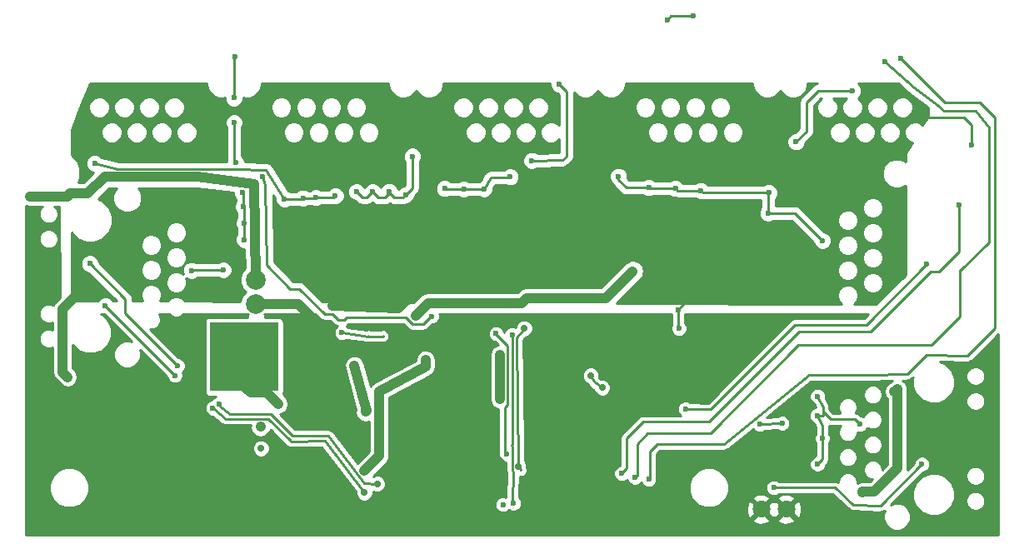
<source format=gbl>
G04 #@! TF.FileFunction,Copper,L2,Bot,Signal*
%FSLAX46Y46*%
G04 Gerber Fmt 4.6, Leading zero omitted, Abs format (unit mm)*
G04 Created by KiCad (PCBNEW 4.0.6-e0-6349~53~ubuntu16.04.1) date Wed Aug 23 21:58:44 2017*
%MOMM*%
%LPD*%
G01*
G04 APERTURE LIST*
%ADD10C,0.150000*%
%ADD11C,2.000000*%
%ADD12R,7.000000X7.000000*%
%ADD13C,0.500000*%
%ADD14C,1.800000*%
%ADD15C,0.600000*%
%ADD16C,0.700000*%
%ADD17C,0.250000*%
%ADD18C,1.000000*%
%ADD19C,0.254000*%
G04 APERTURE END LIST*
D10*
D11*
X110000000Y-88350000D03*
X110000000Y-85850000D03*
D12*
X108800000Y-93700000D03*
D13*
X106300000Y-91200000D03*
X107300000Y-91200000D03*
X108300000Y-91200000D03*
X109300000Y-91200000D03*
X110300000Y-91200000D03*
X111300000Y-91200000D03*
X106300000Y-92200000D03*
X107300000Y-92200000D03*
X108300000Y-92200000D03*
X109300000Y-92200000D03*
X110300000Y-92200000D03*
X111300000Y-92200000D03*
X111300000Y-93200000D03*
X110300000Y-93200000D03*
X109300000Y-93200000D03*
X108300000Y-93200000D03*
X107300000Y-93200000D03*
X106300000Y-93200000D03*
X106300000Y-94200000D03*
X107300000Y-94200000D03*
X108300000Y-94200000D03*
X109300000Y-94200000D03*
X110300000Y-94200000D03*
X111300000Y-94200000D03*
X111300000Y-95200000D03*
X110300000Y-95200000D03*
X109300000Y-95200000D03*
X108300000Y-95200000D03*
X107300000Y-95200000D03*
X106300000Y-95200000D03*
X106300000Y-96200000D03*
X107300000Y-96200000D03*
X108300000Y-96200000D03*
X109300000Y-96200000D03*
X110300000Y-96200000D03*
X111300000Y-96200000D03*
D14*
X161340160Y-109200000D03*
X163880160Y-109200000D03*
D15*
X144526000Y-105664000D03*
X143256000Y-105918000D03*
X148610000Y-92110000D03*
X118070000Y-92400000D03*
X137910000Y-104820000D03*
X133560000Y-104710000D03*
X129970000Y-104650000D03*
X137570000Y-97890000D03*
X153400000Y-93800000D03*
X155390000Y-97760000D03*
X115800000Y-94400000D03*
D16*
X126000000Y-93250000D03*
X120900000Y-101560000D03*
X133700000Y-99100000D03*
X129700000Y-99000000D03*
X127600000Y-98000000D03*
X119970000Y-102430000D03*
X116800000Y-103900000D03*
X114000000Y-100450000D03*
X148250000Y-96000000D03*
D15*
X135080000Y-108710000D03*
X136160000Y-108590000D03*
X136010000Y-91430000D03*
X162600000Y-107000000D03*
X177650000Y-104600000D03*
D16*
X137240000Y-90810000D03*
X136630000Y-104870000D03*
D15*
X87100000Y-77400000D03*
X118720000Y-91250000D03*
D16*
X119990000Y-94590000D03*
X121100000Y-99300000D03*
D15*
X112251840Y-98500000D03*
D16*
X134750000Y-98000000D03*
X134750000Y-93500000D03*
X144000000Y-95600000D03*
X145160000Y-96840000D03*
X110500000Y-100750000D03*
D15*
X167550000Y-102000000D03*
X108590000Y-76980000D03*
X108720000Y-78410000D03*
X108800000Y-80100000D03*
X108770000Y-81790000D03*
X106660000Y-84860000D03*
X103430000Y-84920000D03*
X118050000Y-77340000D03*
X116050000Y-77530000D03*
X114750000Y-77560000D03*
X112880000Y-77650000D03*
X93590000Y-74020000D03*
X120190000Y-76900000D03*
X121830000Y-76920000D03*
X123510000Y-76870000D03*
X125870000Y-73310000D03*
X125200000Y-77210000D03*
X129150000Y-76590000D03*
X131090000Y-76650000D03*
X133170000Y-76650000D03*
X135810000Y-75400000D03*
X140780000Y-66000000D03*
X138010000Y-73760000D03*
X146810000Y-75350000D03*
X149900000Y-76520000D03*
X152600000Y-76600000D03*
X170610000Y-66670000D03*
X164860000Y-71850000D03*
X155190000Y-76810000D03*
X162090000Y-77030000D03*
X162010000Y-79090000D03*
X167550000Y-81900000D03*
X167050000Y-104600000D03*
X171350000Y-100550000D03*
X167050000Y-97700000D03*
X167000000Y-99650000D03*
D16*
X110500000Y-103000000D03*
X121000000Y-105250000D03*
X127000000Y-89000000D03*
X127240000Y-94000000D03*
X126250000Y-89500000D03*
X144500000Y-87750000D03*
D15*
X90850000Y-95750000D03*
X177430000Y-69250000D03*
X182660000Y-72160000D03*
X152960000Y-90820000D03*
X104530000Y-71380000D03*
X123460000Y-71570000D03*
X102530000Y-79130000D03*
X101090000Y-76810000D03*
X97320000Y-73700000D03*
X125640000Y-80560000D03*
X135300000Y-79190000D03*
X130560000Y-78890000D03*
X127520000Y-77370000D03*
X143020000Y-73060000D03*
X139540000Y-77330000D03*
X157420000Y-73330000D03*
X167250000Y-88010000D03*
X163450000Y-82420000D03*
X143570000Y-79480000D03*
X174830000Y-97230000D03*
X171575000Y-107450000D03*
X163450000Y-100450000D03*
X161170000Y-100550000D03*
X152875000Y-88900000D03*
X153400000Y-85025000D03*
D16*
X126000000Y-87250000D03*
X122180000Y-84430000D03*
X123250000Y-83250000D03*
X127800000Y-86200000D03*
X133800000Y-86400000D03*
X136800000Y-86000000D03*
X142750000Y-86000000D03*
X144250000Y-86000000D03*
X145750000Y-85500000D03*
X139750000Y-86000000D03*
X117750000Y-88480000D03*
X118780000Y-88640000D03*
X130750000Y-86350000D03*
D15*
X178150000Y-84275000D03*
X153625000Y-99000000D03*
X101750000Y-95580000D03*
X105600000Y-98900000D03*
D16*
X121000000Y-107500000D03*
D15*
X94680000Y-88540000D03*
X93100000Y-84230000D03*
X102000000Y-94600000D03*
X106200000Y-98500000D03*
D16*
X122300000Y-106600000D03*
D15*
X107760000Y-69890000D03*
X107730000Y-67380000D03*
X107820000Y-63220000D03*
X134380000Y-91340000D03*
X127830000Y-89580000D03*
X110610000Y-75420000D03*
X135460000Y-103570000D03*
X107920000Y-73940000D03*
X149900000Y-106150000D03*
X151750000Y-59470000D03*
X154380000Y-59060000D03*
X175460000Y-63340000D03*
X148500000Y-105950000D03*
X173890000Y-63740000D03*
X147150000Y-105550000D03*
X181440000Y-78230000D03*
D17*
X144526000Y-105918000D02*
X143256000Y-105918000D01*
X144526000Y-105664000D02*
X144526000Y-105918000D01*
X155390000Y-97760000D02*
X155390000Y-97660000D01*
D18*
X110000000Y-88350000D02*
X114250000Y-88350000D01*
X115800000Y-89900000D02*
X115800000Y-94400000D01*
X114250000Y-88350000D02*
X115800000Y-89900000D01*
X114000000Y-100450000D02*
X114000000Y-100200000D01*
D17*
X136040000Y-102880000D02*
X135975000Y-102655000D01*
X136040000Y-105260000D02*
X136040000Y-102880000D01*
X136140000Y-105360000D02*
X136040000Y-105260000D01*
X136020000Y-108450000D02*
X136140000Y-105360000D01*
X136160000Y-108590000D02*
X136020000Y-108450000D01*
X136010000Y-91430000D02*
X136010000Y-91430000D01*
X136010000Y-91430000D02*
X136010000Y-102620000D01*
X136010000Y-102620000D02*
X135975000Y-102655000D01*
X170688000Y-108712000D02*
X168800000Y-107000000D01*
X168800000Y-107000000D02*
X162600000Y-107000000D01*
X173445392Y-108826621D02*
X170688000Y-108712000D01*
X177650000Y-104600000D02*
X173445392Y-108826621D01*
X136900000Y-105220000D02*
X136630000Y-104870000D01*
X136630000Y-104870000D02*
X136500000Y-91750000D01*
X137210000Y-90900000D02*
X137240000Y-90810000D01*
X136500000Y-91750000D02*
X137210000Y-90900000D01*
D18*
X110000000Y-85850000D02*
X109790000Y-76110000D01*
X90800000Y-77400000D02*
X87100000Y-77400000D01*
X87100000Y-77400000D02*
X87000000Y-77400000D01*
X91100000Y-77100000D02*
X90800000Y-77400000D01*
X92900000Y-77100000D02*
X91100000Y-77100000D01*
X94600000Y-75400000D02*
X92900000Y-77100000D01*
X104000000Y-75400000D02*
X94600000Y-75400000D01*
X109790000Y-76110000D02*
X104000000Y-75400000D01*
D17*
X122900000Y-91600000D02*
X122900000Y-91550000D01*
X122900000Y-91550000D02*
X122900000Y-91600000D01*
X118720000Y-91250000D02*
X121400000Y-91600000D01*
X121400000Y-91600000D02*
X121400000Y-91550000D01*
X121400000Y-91550000D02*
X121400000Y-91600000D01*
X121400000Y-91600000D02*
X122900000Y-91600000D01*
X119990000Y-94390000D02*
X119990000Y-94590000D01*
D18*
X121100000Y-99300000D02*
X121200000Y-99200000D01*
X121200000Y-99200000D02*
X119990000Y-94590000D01*
X109450000Y-97350000D02*
X107400000Y-95600000D01*
X111101840Y-97350000D02*
X109450000Y-97350000D01*
X112251840Y-98500000D02*
X111101840Y-97350000D01*
X134750000Y-93500000D02*
X134750000Y-98000000D01*
D17*
X144000000Y-95600000D02*
X144300000Y-96250000D01*
X144300000Y-96250000D02*
X145160000Y-96840000D01*
D18*
X110500000Y-100750000D02*
X110431806Y-100818194D01*
D17*
X108720000Y-78410000D02*
X108720000Y-77110000D01*
X108720000Y-77110000D02*
X108590000Y-76980000D01*
X108800000Y-80100000D02*
X108800000Y-78490000D01*
X108800000Y-78490000D02*
X108720000Y-78410000D01*
X108800000Y-81760000D02*
X108800000Y-80100000D01*
X108770000Y-81790000D02*
X108800000Y-81760000D01*
X103490000Y-84860000D02*
X106660000Y-84860000D01*
X103430000Y-84920000D02*
X103490000Y-84860000D01*
X116050000Y-77530000D02*
X117860000Y-77530000D01*
X117860000Y-77530000D02*
X118050000Y-77340000D01*
X114750000Y-77560000D02*
X116020000Y-77560000D01*
X116020000Y-77560000D02*
X116050000Y-77530000D01*
X112880000Y-77650000D02*
X114660000Y-77650000D01*
X114660000Y-77650000D02*
X114750000Y-77560000D01*
X107810000Y-74630000D02*
X111020000Y-74690000D01*
X111020000Y-74690000D02*
X112880000Y-77650000D01*
X104430000Y-74640000D02*
X107810000Y-74630000D01*
X95950000Y-74640000D02*
X104430000Y-74640000D01*
X93590000Y-74020000D02*
X95950000Y-74640000D01*
X121830000Y-76920000D02*
X121790000Y-76920000D01*
X120760000Y-77470000D02*
X120190000Y-76900000D01*
X121240000Y-77470000D02*
X120760000Y-77470000D01*
X121790000Y-76920000D02*
X121240000Y-77470000D01*
X123510000Y-76870000D02*
X123510000Y-77090000D01*
X122430000Y-77520000D02*
X121830000Y-76920000D01*
X123080000Y-77520000D02*
X122430000Y-77520000D01*
X123510000Y-77090000D02*
X123080000Y-77520000D01*
X125200000Y-77210000D02*
X124880000Y-77530000D01*
X123510000Y-76980000D02*
X123510000Y-76870000D01*
X124060000Y-77530000D02*
X123510000Y-76980000D01*
X124880000Y-77530000D02*
X124060000Y-77530000D01*
X125870000Y-76540000D02*
X125870000Y-73310000D01*
X125200000Y-77210000D02*
X125870000Y-76540000D01*
X131090000Y-76650000D02*
X129210000Y-76650000D01*
X129210000Y-76650000D02*
X129150000Y-76590000D01*
X133170000Y-76650000D02*
X131130000Y-76690000D01*
X131130000Y-76690000D02*
X131090000Y-76650000D01*
X133860000Y-75470000D02*
X133170000Y-76650000D01*
X135740000Y-75470000D02*
X133860000Y-75470000D01*
X135810000Y-75400000D02*
X135740000Y-75470000D01*
X141120000Y-73700000D02*
X138010000Y-73760000D01*
X141510000Y-73310000D02*
X141120000Y-73700000D01*
X141510000Y-66730000D02*
X141510000Y-73310000D01*
X141510000Y-66730000D02*
X140780000Y-66000000D01*
X149900000Y-76520000D02*
X147600000Y-76520000D01*
X146810000Y-75730000D02*
X146810000Y-75350000D01*
X147600000Y-76520000D02*
X146810000Y-75730000D01*
X152600000Y-76600000D02*
X149980000Y-76600000D01*
X149980000Y-76600000D02*
X149900000Y-76520000D01*
X155190000Y-76810000D02*
X152810000Y-76810000D01*
X152810000Y-76810000D02*
X152600000Y-76600000D01*
X167090000Y-66670000D02*
X170610000Y-66670000D01*
X165930000Y-67830000D02*
X167090000Y-66670000D01*
X165930000Y-70780000D02*
X165930000Y-67830000D01*
X164860000Y-71850000D02*
X165930000Y-70780000D01*
X162090000Y-77030000D02*
X155410000Y-77030000D01*
X155410000Y-77030000D02*
X155190000Y-76810000D01*
X162010000Y-79090000D02*
X162010000Y-77110000D01*
X162010000Y-77110000D02*
X162090000Y-77030000D01*
X164740000Y-79090000D02*
X162010000Y-79090000D01*
X167550000Y-81900000D02*
X164740000Y-79090000D01*
X167050000Y-104600000D02*
X167550000Y-104100000D01*
X167550000Y-104100000D02*
X167550000Y-102000000D01*
X167550000Y-100700000D02*
X167000000Y-99650000D01*
X167550000Y-102000000D02*
X167550000Y-100700000D01*
X168350000Y-100050000D02*
X167600000Y-99300000D01*
X170850000Y-100050000D02*
X168350000Y-100050000D01*
X171350000Y-100550000D02*
X170850000Y-100050000D01*
X167050000Y-97700000D02*
X167600000Y-98850000D01*
X167600000Y-98850000D02*
X167600000Y-99300000D01*
X167600000Y-99300000D02*
X167600000Y-99650000D01*
X167600000Y-99650000D02*
X167000000Y-99650000D01*
D18*
X121000000Y-105250000D02*
X122500000Y-103750000D01*
X122500000Y-103750000D02*
X122510000Y-97190000D01*
X122510000Y-97190000D02*
X127200000Y-94700000D01*
X127200000Y-94700000D02*
X127240000Y-94000000D01*
X144500000Y-87750000D02*
X145500000Y-87750000D01*
X145500000Y-87750000D02*
X148250000Y-85000000D01*
X137500000Y-87750000D02*
X144500000Y-87750000D01*
X126250000Y-89500000D02*
X127500000Y-88250000D01*
X127500000Y-88250000D02*
X137000000Y-88250000D01*
X137000000Y-88250000D02*
X137500000Y-87750000D01*
X90350000Y-88850000D02*
X92550000Y-86650000D01*
X90350000Y-95250000D02*
X90350000Y-88850000D01*
X90850000Y-95750000D02*
X90350000Y-95250000D01*
D17*
X182660000Y-72160000D02*
X182660000Y-70110000D01*
X177580000Y-69400000D02*
X177430000Y-69250000D01*
X181950000Y-69400000D02*
X177580000Y-69400000D01*
X182660000Y-70110000D02*
X181950000Y-69400000D01*
X152875000Y-90735000D02*
X152875000Y-88900000D01*
X152960000Y-90820000D02*
X152875000Y-90735000D01*
X102530000Y-78250000D02*
X102530000Y-79130000D01*
X101090000Y-76810000D02*
X102530000Y-78250000D01*
X130560000Y-78890000D02*
X135000000Y-78890000D01*
X135000000Y-78890000D02*
X135300000Y-79190000D01*
X129040000Y-78890000D02*
X130560000Y-78890000D01*
D18*
X175080000Y-97230000D02*
X174830000Y-97230000D01*
X175175000Y-96975000D02*
X175080000Y-97230000D01*
X175175000Y-105050000D02*
X175175000Y-96975000D01*
X172800000Y-107425000D02*
X175175000Y-105050000D01*
X171600000Y-107425000D02*
X172800000Y-107425000D01*
X171575000Y-107450000D02*
X171600000Y-107425000D01*
D17*
X163450000Y-100450000D02*
X163425000Y-100425000D01*
X163425000Y-100425000D02*
X161170000Y-100550000D01*
X152875000Y-88900000D02*
X153400000Y-88375000D01*
X153400000Y-88375000D02*
X153400000Y-85025000D01*
X126000000Y-87250000D02*
X125875000Y-87250000D01*
X125875000Y-87250000D02*
X126250000Y-87250000D01*
X126250000Y-87250000D02*
X125875000Y-87250000D01*
D18*
X125875000Y-87375000D02*
X125875000Y-87250000D01*
X125875000Y-87250000D02*
X125875000Y-86125000D01*
X123250000Y-83500000D02*
X123250000Y-83250000D01*
X125875000Y-86125000D02*
X122180000Y-84430000D01*
X122180000Y-84430000D02*
X123250000Y-83500000D01*
D17*
X127800000Y-86200000D02*
X127800000Y-86300000D01*
X127800000Y-86300000D02*
X127800000Y-86200000D01*
X127800000Y-86200000D02*
X127800000Y-86300000D01*
X133800000Y-86400000D02*
X133800000Y-86350000D01*
X133800000Y-86350000D02*
X133800000Y-86400000D01*
X133800000Y-86400000D02*
X133800000Y-86350000D01*
X136650000Y-86150000D02*
X136650000Y-86350000D01*
X136800000Y-86000000D02*
X136650000Y-86150000D01*
X145375000Y-85125000D02*
X145375000Y-84875000D01*
X145750000Y-85500000D02*
X145375000Y-85125000D01*
X141400000Y-80350000D02*
X141400000Y-86000000D01*
X141750000Y-80000000D02*
X141400000Y-80350000D01*
D18*
X132300000Y-86350000D02*
X132300000Y-80800000D01*
X132300000Y-80800000D02*
X132150000Y-80650000D01*
D17*
X147600000Y-83900000D02*
X147600000Y-83800000D01*
X147600000Y-83800000D02*
X147600000Y-83900000D01*
X147600000Y-83900000D02*
X147600000Y-83800000D01*
D18*
X130750000Y-86350000D02*
X130700000Y-86300000D01*
X126950000Y-86300000D02*
X127800000Y-86300000D01*
X127800000Y-86300000D02*
X129300000Y-86300000D01*
X129300000Y-86300000D02*
X130700000Y-86300000D01*
X124450000Y-88800000D02*
X125875000Y-87375000D01*
X125875000Y-87375000D02*
X126950000Y-86300000D01*
X117800000Y-88530000D02*
X124450000Y-88800000D01*
X117800000Y-88530000D02*
X117750000Y-88480000D01*
X130750000Y-86350000D02*
X132300000Y-86350000D01*
X132300000Y-86350000D02*
X133800000Y-86350000D01*
X133800000Y-86350000D02*
X135500000Y-86350000D01*
X135500000Y-86350000D02*
X136650000Y-86350000D01*
X137000000Y-86000000D02*
X137800000Y-86000000D01*
X136650000Y-86350000D02*
X137000000Y-86000000D01*
X137800000Y-86000000D02*
X139750000Y-86000000D01*
X139750000Y-86000000D02*
X141400000Y-86000000D01*
X141400000Y-86000000D02*
X142750000Y-86000000D01*
X142750000Y-86000000D02*
X144250000Y-86000000D01*
X144250000Y-86000000D02*
X145375000Y-84875000D01*
X145375000Y-84875000D02*
X146450000Y-83800000D01*
X146450000Y-83800000D02*
X147600000Y-83800000D01*
D17*
X178150000Y-84275000D02*
X172000000Y-90425000D01*
X172000000Y-90425000D02*
X164775000Y-90425000D01*
X164775000Y-90425000D02*
X156175000Y-99025000D01*
X156175000Y-99025000D02*
X153625000Y-99000000D01*
X113500400Y-102287429D02*
X113500400Y-102250400D01*
X106900000Y-100000000D02*
X105700000Y-99000000D01*
X111250000Y-100000000D02*
X106900000Y-100000000D01*
X113500400Y-102250400D02*
X111250000Y-100000000D01*
X113500400Y-102287429D02*
X117000000Y-102250000D01*
X117000000Y-102250000D02*
X121000000Y-107500000D01*
X105700000Y-99000000D02*
X105600000Y-98900000D01*
X101480000Y-95340000D02*
X101750000Y-95580000D01*
X94680000Y-88540000D02*
X101480000Y-95340000D01*
X96695294Y-87825294D02*
X96695294Y-89295294D01*
X93100000Y-84230000D02*
X96695294Y-87825294D01*
X106206763Y-98705951D02*
X106206763Y-98506763D01*
X96695294Y-89295294D02*
X96695294Y-88778823D01*
X102000000Y-94600000D02*
X96695294Y-89295294D01*
X106206763Y-98506763D02*
X106200000Y-98500000D01*
X111500000Y-99500000D02*
X113700000Y-101700000D01*
X107370000Y-99500000D02*
X111500000Y-99500000D01*
X106200000Y-98700000D02*
X106206763Y-98705951D01*
X106206763Y-98705951D02*
X107370000Y-99500000D01*
X113700000Y-101700000D02*
X117300000Y-101700000D01*
X117300000Y-101700000D02*
X121000000Y-106500000D01*
X121000000Y-106500000D02*
X122300000Y-106600000D01*
X107773784Y-69889978D02*
X107773784Y-69890136D01*
X107760022Y-69889978D02*
X107773784Y-69889978D01*
X107760000Y-69890000D02*
X107760022Y-69889978D01*
X107760000Y-63280000D02*
X107730000Y-67380000D01*
X107820000Y-63220000D02*
X107760000Y-63280000D01*
X127650000Y-89710000D02*
X127700000Y-89710000D01*
X134380000Y-91340000D02*
X134380000Y-91370000D01*
X134380000Y-91340000D02*
X134380000Y-91340000D01*
X127700000Y-89710000D02*
X127830000Y-89580000D01*
X117760000Y-89380000D02*
X116960000Y-89380000D01*
X110930000Y-76200000D02*
X110610000Y-75420000D01*
X111030000Y-84344998D02*
X110930000Y-76200000D01*
X113465002Y-86780000D02*
X111030000Y-84344998D01*
X114360000Y-86780000D02*
X113465002Y-86780000D01*
X116960000Y-89380000D02*
X114360000Y-86780000D01*
X135460000Y-103570000D02*
X135290000Y-103400000D01*
X135290000Y-103400000D02*
X135290000Y-98830000D01*
X135290000Y-98830000D02*
X135549998Y-98570002D01*
X135549998Y-98570002D02*
X135549998Y-92529998D01*
X135549998Y-92529998D02*
X134380000Y-91370000D01*
X107920000Y-73940000D02*
X107780000Y-73800000D01*
X107780000Y-73800000D02*
X107773784Y-69890136D01*
X107773784Y-69890136D02*
X107773736Y-69859944D01*
X118330000Y-89950000D02*
X117760000Y-89380000D01*
X118940000Y-89950000D02*
X118330000Y-89950000D01*
X119166488Y-89723512D02*
X118940000Y-89950000D01*
X125223512Y-89723512D02*
X119166488Y-89723512D01*
X125880000Y-90380000D02*
X125223512Y-89723512D01*
X126980000Y-90380000D02*
X125880000Y-90380000D01*
X127650000Y-89710000D02*
X126980000Y-90380000D01*
X150750000Y-102550000D02*
X157582519Y-102550000D01*
X150000000Y-103300000D02*
X150750000Y-102550000D01*
X150000000Y-106050000D02*
X150000000Y-103300000D01*
X149900000Y-106150000D02*
X150000000Y-106050000D01*
X151750000Y-59470000D02*
X152160000Y-59060000D01*
X152160000Y-59060000D02*
X154380000Y-59060000D01*
X175460000Y-63340000D02*
X179950000Y-67830000D01*
X179950000Y-67830000D02*
X183570000Y-67830000D01*
X183570000Y-67830000D02*
X185090000Y-69350000D01*
X185090000Y-69350000D02*
X185090000Y-90790000D01*
X185090000Y-90790000D02*
X182280000Y-93600000D01*
X182280000Y-93600000D02*
X178080000Y-93530000D01*
X178080000Y-93530000D02*
X176160000Y-95450000D01*
X176160000Y-95450000D02*
X172140000Y-95520000D01*
X157582519Y-102550000D02*
X166150000Y-95520000D01*
X166150000Y-95520000D02*
X172140000Y-95520000D01*
X149800000Y-101450000D02*
X156157607Y-101450000D01*
X148700000Y-102550000D02*
X149800000Y-101450000D01*
X148700000Y-105750000D02*
X148700000Y-102550000D01*
X148500000Y-105950000D02*
X148700000Y-105750000D01*
X184490000Y-82100000D02*
X181560259Y-84830273D01*
X184490000Y-70430000D02*
X184490000Y-82100000D01*
X183110000Y-68730000D02*
X184490000Y-70430000D01*
X179860000Y-68730000D02*
X183110000Y-68730000D01*
X179220000Y-68090000D02*
X179860000Y-68730000D01*
X176814267Y-66308780D02*
X179220000Y-68090000D01*
X173890000Y-63740000D02*
X176814267Y-66308780D01*
X156157607Y-101450000D02*
X165090000Y-92500000D01*
X165090000Y-92500000D02*
X178630000Y-92500000D01*
X178630000Y-92500000D02*
X181550000Y-89610000D01*
X181550000Y-89610000D02*
X181550000Y-84830000D01*
X149300000Y-100300000D02*
X156020000Y-100300000D01*
X147650000Y-101950000D02*
X149300000Y-100300000D01*
X147650000Y-105050000D02*
X147650000Y-101950000D01*
X147150000Y-105550000D02*
X147650000Y-105050000D01*
X165180000Y-91140000D02*
X156020000Y-100300000D01*
X172420000Y-91140000D02*
X165180000Y-91140000D01*
X178510000Y-85050000D02*
X172420000Y-91140000D01*
X179430000Y-85050000D02*
X178510000Y-85050000D01*
X181440000Y-83040000D02*
X179430000Y-85050000D01*
X181440000Y-78230000D02*
X181440000Y-83040000D01*
D19*
G36*
X86606984Y-78348824D02*
X87000000Y-78427000D01*
X88263489Y-78427000D01*
X88066459Y-78623687D01*
X87918169Y-78980809D01*
X87917831Y-79367495D01*
X88065498Y-79724875D01*
X88338687Y-79998541D01*
X88695809Y-80146831D01*
X89082495Y-80147169D01*
X89439875Y-79999502D01*
X89713541Y-79726313D01*
X89861831Y-79369191D01*
X89862169Y-78982505D01*
X89714502Y-78625125D01*
X89516722Y-78427000D01*
X90017468Y-78427000D01*
X90065176Y-87682426D01*
X89623801Y-88123801D01*
X89407553Y-88447441D01*
X89084191Y-88313169D01*
X88697505Y-88312831D01*
X88340125Y-88460498D01*
X88066459Y-88733687D01*
X87918169Y-89090809D01*
X87917831Y-89477495D01*
X88065498Y-89834875D01*
X88338687Y-90108541D01*
X88695809Y-90256831D01*
X89082495Y-90257169D01*
X89323000Y-90157794D01*
X89323000Y-90952331D01*
X89084191Y-90853169D01*
X88697505Y-90852831D01*
X88340125Y-91000498D01*
X88066459Y-91273687D01*
X87918169Y-91630809D01*
X87917831Y-92017495D01*
X88065498Y-92374875D01*
X88338687Y-92648541D01*
X88695809Y-92796831D01*
X89082495Y-92797169D01*
X89323000Y-92697794D01*
X89323000Y-95250000D01*
X89401176Y-95643016D01*
X89623801Y-95976199D01*
X90123801Y-96476199D01*
X90456985Y-96698824D01*
X90850000Y-96777001D01*
X91243016Y-96698824D01*
X91576199Y-96476199D01*
X91798824Y-96143016D01*
X91877001Y-95750000D01*
X91798824Y-95356985D01*
X91576199Y-95023801D01*
X91377000Y-94824602D01*
X91377000Y-92502900D01*
X91911478Y-93038313D01*
X92702143Y-93366625D01*
X93558261Y-93367373D01*
X94349497Y-93040440D01*
X94955393Y-92435602D01*
X95283705Y-91644937D01*
X95284453Y-90788819D01*
X94957520Y-89997583D01*
X94352682Y-89391687D01*
X94196898Y-89327000D01*
X94418794Y-89327000D01*
X94514778Y-89366856D01*
X94584849Y-89366917D01*
X97373592Y-92155659D01*
X97175104Y-92073240D01*
X96627299Y-92072762D01*
X96121011Y-92281956D01*
X95733317Y-92668974D01*
X95523240Y-93174896D01*
X95522762Y-93722701D01*
X95731956Y-94228989D01*
X96118974Y-94616683D01*
X96624896Y-94826760D01*
X97172701Y-94827238D01*
X97678989Y-94618044D01*
X98066683Y-94231026D01*
X98276760Y-93725104D01*
X98277238Y-93177299D01*
X98194155Y-92976222D01*
X100922891Y-95704958D01*
X100922857Y-95743779D01*
X101048495Y-96047846D01*
X101280930Y-96280688D01*
X101584778Y-96406856D01*
X101913779Y-96407143D01*
X102217846Y-96281505D01*
X102450688Y-96049070D01*
X102576856Y-95745222D01*
X102577143Y-95416221D01*
X102511668Y-95257760D01*
X102700688Y-95069070D01*
X102826856Y-94765222D01*
X102827143Y-94436221D01*
X102701505Y-94132154D01*
X102469070Y-93899312D01*
X102165222Y-93773144D01*
X102095151Y-93773083D01*
X99233967Y-90911899D01*
X99542495Y-90912169D01*
X99899875Y-90764502D01*
X100173541Y-90491313D01*
X100321831Y-90134191D01*
X100322169Y-89747505D01*
X100174502Y-89390125D01*
X100111487Y-89327000D01*
X101162454Y-89327000D01*
X101338687Y-89503541D01*
X101695809Y-89651831D01*
X102082495Y-89652169D01*
X102439875Y-89504502D01*
X102617687Y-89327000D01*
X109202605Y-89327000D01*
X109027073Y-89502532D01*
X109086282Y-89662676D01*
X105300000Y-89662676D01*
X105104706Y-89699423D01*
X104925340Y-89814842D01*
X104805010Y-89990951D01*
X104762676Y-90200000D01*
X104762676Y-97200000D01*
X104799423Y-97395294D01*
X104914842Y-97574660D01*
X105090951Y-97694990D01*
X105300000Y-97737324D01*
X105880199Y-97737324D01*
X105732154Y-97798495D01*
X105499312Y-98030930D01*
X105481886Y-98072897D01*
X105436221Y-98072857D01*
X105132154Y-98198495D01*
X104899312Y-98430930D01*
X104773144Y-98734778D01*
X104772857Y-99063779D01*
X104898495Y-99367846D01*
X105130930Y-99600688D01*
X105434778Y-99726856D01*
X105553896Y-99726960D01*
X106482600Y-100500880D01*
X106568842Y-100547814D01*
X106650490Y-100602369D01*
X106679802Y-100608200D01*
X106706052Y-100622485D01*
X106803697Y-100632844D01*
X106900000Y-100652000D01*
X109437864Y-100652000D01*
X109404806Y-100818194D01*
X109482982Y-101211210D01*
X109705607Y-101544393D01*
X110038790Y-101767018D01*
X110431806Y-101845194D01*
X110824822Y-101767018D01*
X111158005Y-101544393D01*
X111226199Y-101476199D01*
X111448824Y-101143016D01*
X111452495Y-101124562D01*
X112964374Y-102636441D01*
X112970592Y-102645535D01*
X113039366Y-102748463D01*
X113042319Y-102750436D01*
X113044323Y-102753367D01*
X113147973Y-102821032D01*
X113250890Y-102889798D01*
X113254372Y-102890491D01*
X113257346Y-102892432D01*
X113379015Y-102915284D01*
X113500400Y-102939429D01*
X113503882Y-102938736D01*
X113507373Y-102939392D01*
X116679720Y-102905463D01*
X120123066Y-107424855D01*
X120122849Y-107673681D01*
X120256082Y-107996131D01*
X120502571Y-108243051D01*
X120824789Y-108376847D01*
X121173681Y-108377151D01*
X121496131Y-108243918D01*
X121743051Y-107997429D01*
X121876847Y-107675211D01*
X121877109Y-107374002D01*
X122124789Y-107476847D01*
X122473681Y-107477151D01*
X122796131Y-107343918D01*
X123043051Y-107097429D01*
X123176847Y-106775211D01*
X123177151Y-106426319D01*
X123043918Y-106103869D01*
X122797429Y-105856949D01*
X122475211Y-105723153D01*
X122126319Y-105722849D01*
X121876204Y-105826194D01*
X123226198Y-104476199D01*
X123336932Y-104310474D01*
X123448224Y-104144462D01*
X123448381Y-104143679D01*
X123448824Y-104143016D01*
X123487730Y-103947423D01*
X123526999Y-103751566D01*
X123536059Y-97808015D01*
X127681586Y-95607085D01*
X127777211Y-95529055D01*
X127883587Y-95466446D01*
X127931021Y-95403545D01*
X127992054Y-95353742D01*
X128050541Y-95245054D01*
X128124857Y-95146506D01*
X128144608Y-95070246D01*
X128181939Y-95000873D01*
X128194381Y-94878074D01*
X128225327Y-94758590D01*
X128265327Y-94058590D01*
X128209700Y-93661754D01*
X128006446Y-93316413D01*
X127686506Y-93075143D01*
X127298590Y-92974673D01*
X126901754Y-93030300D01*
X126556413Y-93233554D01*
X126315143Y-93553494D01*
X126214673Y-93941410D01*
X126207663Y-94064081D01*
X122028413Y-96282915D01*
X121911025Y-96378705D01*
X121784909Y-96462694D01*
X121756905Y-96504467D01*
X121717946Y-96536258D01*
X121646148Y-96669681D01*
X121611294Y-96721673D01*
X120983353Y-94329272D01*
X120807962Y-93968979D01*
X120508044Y-93703230D01*
X120129258Y-93572486D01*
X119729272Y-93596647D01*
X119368979Y-93772038D01*
X119103230Y-94071956D01*
X118972486Y-94450742D01*
X118996647Y-94850728D01*
X120112430Y-99101771D01*
X120073000Y-99300000D01*
X120151176Y-99693016D01*
X120373801Y-100026199D01*
X120706984Y-100248824D01*
X121100000Y-100327000D01*
X121478331Y-100251745D01*
X121473648Y-103323955D01*
X120288540Y-104509062D01*
X117816391Y-101301949D01*
X117784532Y-101274134D01*
X117761034Y-101238966D01*
X117689530Y-101191189D01*
X117624755Y-101134635D01*
X117584676Y-101121128D01*
X117549510Y-101097631D01*
X117465175Y-101080856D01*
X117383679Y-101053391D01*
X117341478Y-101056251D01*
X117300000Y-101048000D01*
X113970068Y-101048000D01*
X112416346Y-99494278D01*
X112644856Y-99448824D01*
X112978039Y-99226199D01*
X113200664Y-98893016D01*
X113278841Y-98500000D01*
X113200664Y-98106985D01*
X112978039Y-97773802D01*
X112721233Y-97516996D01*
X112794990Y-97409049D01*
X112837324Y-97200000D01*
X112837324Y-90200000D01*
X112800577Y-90004706D01*
X112685158Y-89825340D01*
X112509049Y-89705010D01*
X112300000Y-89662676D01*
X110913718Y-89662676D01*
X110972927Y-89502532D01*
X110797395Y-89327000D01*
X115984933Y-89327000D01*
X116498964Y-89841031D01*
X116498966Y-89841034D01*
X116710490Y-89982369D01*
X116960000Y-90032000D01*
X117489932Y-90032000D01*
X117868964Y-90411031D01*
X117868966Y-90411034D01*
X117986961Y-90489875D01*
X118080491Y-90552370D01*
X118220395Y-90580199D01*
X118019312Y-90780930D01*
X117893144Y-91084778D01*
X117892857Y-91413779D01*
X118018495Y-91717846D01*
X118250930Y-91950688D01*
X118554778Y-92076856D01*
X118883779Y-92077143D01*
X119156343Y-91964522D01*
X121315568Y-92246510D01*
X121358147Y-92243675D01*
X121400000Y-92252000D01*
X122900000Y-92252000D01*
X123149510Y-92202369D01*
X123361034Y-92061034D01*
X123502369Y-91849510D01*
X123552000Y-91600000D01*
X123552000Y-91550000D01*
X123542807Y-91503779D01*
X133552857Y-91503779D01*
X133678495Y-91807846D01*
X133910930Y-92040688D01*
X134214778Y-92166856D01*
X134257713Y-92166893D01*
X134597128Y-92503408D01*
X134356984Y-92551176D01*
X134023801Y-92773801D01*
X133801176Y-93106984D01*
X133723000Y-93500000D01*
X133723000Y-98000000D01*
X133801176Y-98393016D01*
X134023801Y-98726199D01*
X134356984Y-98948824D01*
X134638000Y-99004722D01*
X134638000Y-103393083D01*
X134633144Y-103404778D01*
X134632857Y-103733779D01*
X134758495Y-104037846D01*
X134990930Y-104270688D01*
X135294778Y-104396856D01*
X135388000Y-104396937D01*
X135388000Y-105259995D01*
X135387999Y-105260000D01*
X135409369Y-105367429D01*
X135437631Y-105509510D01*
X135479281Y-105571845D01*
X135387232Y-107942111D01*
X135245222Y-107883144D01*
X134916221Y-107882857D01*
X134612154Y-108008495D01*
X134379312Y-108240930D01*
X134253144Y-108544778D01*
X134252857Y-108873779D01*
X134378495Y-109177846D01*
X134610930Y-109410688D01*
X134914778Y-109536856D01*
X135243779Y-109537143D01*
X135547846Y-109411505D01*
X135679922Y-109279660D01*
X135690930Y-109290688D01*
X135994778Y-109416856D01*
X136323779Y-109417143D01*
X136627846Y-109291505D01*
X136860688Y-109059070D01*
X136986856Y-108755222D01*
X136987143Y-108426221D01*
X136861505Y-108122154D01*
X136691825Y-107952176D01*
X136713213Y-107401426D01*
X153972649Y-107401426D01*
X154280591Y-108146703D01*
X154850298Y-108717405D01*
X155595036Y-109026647D01*
X156401426Y-109027351D01*
X156566034Y-108959336D01*
X159793702Y-108959336D01*
X159819321Y-109569460D01*
X160003517Y-110014148D01*
X160260001Y-110100554D01*
X161160555Y-109200000D01*
X161519765Y-109200000D01*
X162420319Y-110100554D01*
X162610160Y-110036599D01*
X162800001Y-110100554D01*
X163700555Y-109200000D01*
X164059765Y-109200000D01*
X164960319Y-110100554D01*
X165216803Y-110014148D01*
X165426618Y-109440664D01*
X165400999Y-108830540D01*
X165216803Y-108385852D01*
X164960319Y-108299446D01*
X164059765Y-109200000D01*
X163700555Y-109200000D01*
X162800001Y-108299446D01*
X162610160Y-108363401D01*
X162420319Y-108299446D01*
X161519765Y-109200000D01*
X161160555Y-109200000D01*
X160260001Y-108299446D01*
X160003517Y-108385852D01*
X159793702Y-108959336D01*
X156566034Y-108959336D01*
X157146703Y-108719409D01*
X157717405Y-108149702D01*
X157729804Y-108119841D01*
X160439606Y-108119841D01*
X161340160Y-109020395D01*
X162240714Y-108119841D01*
X162979606Y-108119841D01*
X163880160Y-109020395D01*
X164780714Y-108119841D01*
X164694308Y-107863357D01*
X164120824Y-107653542D01*
X163510700Y-107679161D01*
X163066012Y-107863357D01*
X162979606Y-108119841D01*
X162240714Y-108119841D01*
X162154308Y-107863357D01*
X161580824Y-107653542D01*
X160970700Y-107679161D01*
X160526012Y-107863357D01*
X160439606Y-108119841D01*
X157729804Y-108119841D01*
X158026647Y-107404964D01*
X158027351Y-106598574D01*
X157719409Y-105853297D01*
X157149702Y-105282595D01*
X156404964Y-104973353D01*
X155598574Y-104972649D01*
X154853297Y-105280591D01*
X154282595Y-105850298D01*
X153973353Y-106595036D01*
X153972649Y-107401426D01*
X136713213Y-107401426D01*
X136773381Y-105852105D01*
X136816563Y-105866640D01*
X137070372Y-105849347D01*
X137298244Y-105736242D01*
X137465487Y-105544544D01*
X137546640Y-105303438D01*
X137529347Y-105049629D01*
X137506883Y-105004370D01*
X137507151Y-104696319D01*
X137373918Y-104373869D01*
X137276146Y-104275926D01*
X137191901Y-95773681D01*
X143122849Y-95773681D01*
X143256082Y-96096131D01*
X143502571Y-96343051D01*
X143653843Y-96405864D01*
X143708010Y-96523226D01*
X143735886Y-96561558D01*
X143753485Y-96605563D01*
X143810021Y-96663502D01*
X143857633Y-96728973D01*
X143898054Y-96753719D01*
X143931154Y-96787640D01*
X144291636Y-97034947D01*
X144416082Y-97336131D01*
X144662571Y-97583051D01*
X144984789Y-97716847D01*
X145333681Y-97717151D01*
X145656131Y-97583918D01*
X145903051Y-97337429D01*
X146036847Y-97015211D01*
X146037151Y-96666319D01*
X145903918Y-96343869D01*
X145657429Y-96096949D01*
X145335211Y-95963153D01*
X145034026Y-95962891D01*
X144851043Y-95837355D01*
X144876847Y-95775211D01*
X144877151Y-95426319D01*
X144743918Y-95103869D01*
X144497429Y-94856949D01*
X144175211Y-94723153D01*
X143826319Y-94722849D01*
X143503869Y-94856082D01*
X143256949Y-95102571D01*
X143123153Y-95424789D01*
X143122849Y-95773681D01*
X137191901Y-95773681D01*
X137154347Y-91983672D01*
X137402039Y-91687141D01*
X137413681Y-91687151D01*
X137736131Y-91553918D01*
X137983051Y-91307429D01*
X138116847Y-90985211D01*
X138117151Y-90636319D01*
X137983918Y-90313869D01*
X137737429Y-90066949D01*
X137415211Y-89933153D01*
X137066319Y-89932849D01*
X136743869Y-90066082D01*
X136496949Y-90312571D01*
X136363153Y-90634789D01*
X136363113Y-90681163D01*
X136175222Y-90603144D01*
X135846221Y-90602857D01*
X135542154Y-90728495D01*
X135309312Y-90960930D01*
X135207116Y-91207046D01*
X135207143Y-91176221D01*
X135081505Y-90872154D01*
X134849070Y-90639312D01*
X134545222Y-90513144D01*
X134216221Y-90512857D01*
X133912154Y-90638495D01*
X133679312Y-90870930D01*
X133553144Y-91174778D01*
X133552857Y-91503779D01*
X123542807Y-91503779D01*
X123502369Y-91300490D01*
X123361034Y-91088966D01*
X123149510Y-90947631D01*
X122900000Y-90898000D01*
X122650490Y-90947631D01*
X122649938Y-90948000D01*
X121650062Y-90948000D01*
X121649510Y-90947631D01*
X121400000Y-90898000D01*
X121265062Y-90924841D01*
X119308923Y-90669375D01*
X119191077Y-90551322D01*
X119401034Y-90411034D01*
X119436556Y-90375512D01*
X124953444Y-90375512D01*
X125418964Y-90841031D01*
X125418966Y-90841034D01*
X125630490Y-90982369D01*
X125880000Y-91032000D01*
X126979995Y-91032000D01*
X126980000Y-91032001D01*
X127188113Y-90990604D01*
X127229510Y-90982369D01*
X127441034Y-90841034D01*
X127875029Y-90407039D01*
X127993779Y-90407143D01*
X128297846Y-90281505D01*
X128530688Y-90049070D01*
X128656856Y-89745222D01*
X128657143Y-89416221D01*
X128620278Y-89327000D01*
X152156618Y-89327000D01*
X152173495Y-89367846D01*
X152223000Y-89417438D01*
X152223000Y-90438380D01*
X152133144Y-90654778D01*
X152132857Y-90983779D01*
X152258495Y-91287846D01*
X152490930Y-91520688D01*
X152794778Y-91646856D01*
X153123779Y-91647143D01*
X153427846Y-91521505D01*
X153660688Y-91289070D01*
X153786856Y-90985222D01*
X153787143Y-90656221D01*
X153661505Y-90352154D01*
X153527000Y-90217413D01*
X153527000Y-89417673D01*
X153575688Y-89369070D01*
X153593157Y-89327000D01*
X172175932Y-89327000D01*
X171729932Y-89773000D01*
X164775005Y-89773000D01*
X164775000Y-89772999D01*
X164525491Y-89822630D01*
X164518951Y-89827000D01*
X164313966Y-89963966D01*
X164313964Y-89963969D01*
X155907585Y-98370347D01*
X154147757Y-98353093D01*
X154094070Y-98299312D01*
X153790222Y-98173144D01*
X153461221Y-98172857D01*
X153157154Y-98298495D01*
X152924312Y-98530930D01*
X152798144Y-98834778D01*
X152797857Y-99163779D01*
X152923495Y-99467846D01*
X153103334Y-99648000D01*
X149300000Y-99648000D01*
X149050490Y-99697631D01*
X148838966Y-99838966D01*
X148838964Y-99838969D01*
X147188966Y-101488966D01*
X147047631Y-101700490D01*
X147047631Y-101700491D01*
X146997999Y-101950000D01*
X146998000Y-101950005D01*
X146998000Y-104722867D01*
X146986221Y-104722857D01*
X146682154Y-104848495D01*
X146449312Y-105080930D01*
X146323144Y-105384778D01*
X146322857Y-105713779D01*
X146448495Y-106017846D01*
X146680930Y-106250688D01*
X146984778Y-106376856D01*
X147313779Y-106377143D01*
X147617846Y-106251505D01*
X147697082Y-106172408D01*
X147798495Y-106417846D01*
X148030930Y-106650688D01*
X148334778Y-106776856D01*
X148663779Y-106777143D01*
X148967846Y-106651505D01*
X149140987Y-106478666D01*
X149198495Y-106617846D01*
X149430930Y-106850688D01*
X149734778Y-106976856D01*
X150063779Y-106977143D01*
X150367846Y-106851505D01*
X150600688Y-106619070D01*
X150726856Y-106315222D01*
X150727143Y-105986221D01*
X150652000Y-105804361D01*
X150652000Y-103570068D01*
X151020067Y-103202000D01*
X157582519Y-103202000D01*
X157676435Y-103183319D01*
X157771734Y-103173940D01*
X157800282Y-103158684D01*
X157832029Y-103152369D01*
X157911651Y-103099168D01*
X157996103Y-103054036D01*
X160472601Y-101021959D01*
X160700930Y-101250688D01*
X161004778Y-101376856D01*
X161333779Y-101377143D01*
X161637846Y-101251505D01*
X161716798Y-101172691D01*
X162935459Y-101105138D01*
X162980930Y-101150688D01*
X163284778Y-101276856D01*
X163613779Y-101277143D01*
X163917846Y-101151505D01*
X164150688Y-100919070D01*
X164276856Y-100615222D01*
X164277143Y-100286221D01*
X164151505Y-99982154D01*
X163983425Y-99813779D01*
X166172857Y-99813779D01*
X166298495Y-100117846D01*
X166530930Y-100350688D01*
X166658810Y-100403788D01*
X166898000Y-100860424D01*
X166898000Y-101482327D01*
X166849312Y-101530930D01*
X166723144Y-101834778D01*
X166722857Y-102163779D01*
X166848495Y-102467846D01*
X166898000Y-102517438D01*
X166898000Y-103772867D01*
X166886221Y-103772857D01*
X166582154Y-103898495D01*
X166349312Y-104130930D01*
X166223144Y-104434778D01*
X166222857Y-104763779D01*
X166348495Y-105067846D01*
X166580930Y-105300688D01*
X166884778Y-105426856D01*
X167213779Y-105427143D01*
X167517846Y-105301505D01*
X167750688Y-105069070D01*
X167876856Y-104765222D01*
X167876917Y-104695150D01*
X168011031Y-104561036D01*
X168011034Y-104561034D01*
X168136093Y-104373869D01*
X168152370Y-104349509D01*
X168202001Y-104100000D01*
X168202000Y-104099995D01*
X168202000Y-104092495D01*
X169137831Y-104092495D01*
X169285498Y-104449875D01*
X169558687Y-104723541D01*
X169915809Y-104871831D01*
X170302495Y-104872169D01*
X170659875Y-104724502D01*
X170933541Y-104451313D01*
X171081831Y-104094191D01*
X171082169Y-103707505D01*
X170934502Y-103350125D01*
X170661313Y-103076459D01*
X170304191Y-102928169D01*
X169917505Y-102927831D01*
X169560125Y-103075498D01*
X169286459Y-103348687D01*
X169138169Y-103705809D01*
X169137831Y-104092495D01*
X168202000Y-104092495D01*
X168202000Y-102822495D01*
X171677831Y-102822495D01*
X171825498Y-103179875D01*
X172098687Y-103453541D01*
X172455809Y-103601831D01*
X172842495Y-103602169D01*
X173199875Y-103454502D01*
X173473541Y-103181313D01*
X173621831Y-102824191D01*
X173622169Y-102437505D01*
X173474502Y-102080125D01*
X173201313Y-101806459D01*
X172844191Y-101658169D01*
X172457505Y-101657831D01*
X172100125Y-101805498D01*
X171826459Y-102078687D01*
X171678169Y-102435809D01*
X171677831Y-102822495D01*
X168202000Y-102822495D01*
X168202000Y-102517673D01*
X168250688Y-102469070D01*
X168376856Y-102165222D01*
X168377143Y-101836221D01*
X168251505Y-101532154D01*
X168202000Y-101482562D01*
X168202000Y-100700000D01*
X168196317Y-100671430D01*
X168350000Y-100702000D01*
X169393332Y-100702000D01*
X169286459Y-100808687D01*
X169138169Y-101165809D01*
X169137831Y-101552495D01*
X169285498Y-101909875D01*
X169558687Y-102183541D01*
X169915809Y-102331831D01*
X170302495Y-102332169D01*
X170659875Y-102184502D01*
X170933541Y-101911313D01*
X171081831Y-101554191D01*
X171082023Y-101334189D01*
X171184778Y-101376856D01*
X171513779Y-101377143D01*
X171817846Y-101251505D01*
X172050688Y-101019070D01*
X172092803Y-100917646D01*
X172098687Y-100923541D01*
X172455809Y-101071831D01*
X172842495Y-101072169D01*
X173199875Y-100924502D01*
X173473541Y-100651313D01*
X173621831Y-100294191D01*
X173622169Y-99907505D01*
X173474502Y-99550125D01*
X173201313Y-99276459D01*
X172844191Y-99128169D01*
X172457505Y-99127831D01*
X172100125Y-99275498D01*
X171826459Y-99548687D01*
X171718900Y-99807718D01*
X171515222Y-99723144D01*
X171445151Y-99723083D01*
X171311034Y-99588966D01*
X171252904Y-99550125D01*
X171099510Y-99447631D01*
X171052057Y-99438192D01*
X170897369Y-99407422D01*
X170933541Y-99371313D01*
X171081831Y-99014191D01*
X171082169Y-98627505D01*
X170934502Y-98270125D01*
X170661313Y-97996459D01*
X170304191Y-97848169D01*
X169917505Y-97847831D01*
X169560125Y-97995498D01*
X169286459Y-98268687D01*
X169138169Y-98625809D01*
X169137831Y-99012495D01*
X169285498Y-99369875D01*
X169313574Y-99398000D01*
X168620067Y-99398000D01*
X168252000Y-99029932D01*
X168252000Y-98850000D01*
X168248554Y-98832677D01*
X168251070Y-98815196D01*
X168223852Y-98708491D01*
X168202369Y-98600490D01*
X168192558Y-98585806D01*
X168188192Y-98568691D01*
X167865189Y-97893320D01*
X167876856Y-97865222D01*
X167876954Y-97752495D01*
X171677831Y-97752495D01*
X171825498Y-98109875D01*
X172098687Y-98383541D01*
X172455809Y-98531831D01*
X172842495Y-98532169D01*
X173199875Y-98384502D01*
X173473541Y-98111313D01*
X173621831Y-97754191D01*
X173622169Y-97367505D01*
X173474502Y-97010125D01*
X173201313Y-96736459D01*
X172844191Y-96588169D01*
X172457505Y-96587831D01*
X172100125Y-96735498D01*
X171826459Y-97008687D01*
X171678169Y-97365809D01*
X171677831Y-97752495D01*
X167876954Y-97752495D01*
X167877143Y-97536221D01*
X167751505Y-97232154D01*
X167519070Y-96999312D01*
X167215222Y-96873144D01*
X166886221Y-96872857D01*
X166582154Y-96998495D01*
X166349312Y-97230930D01*
X166223144Y-97534778D01*
X166222857Y-97863779D01*
X166348495Y-98167846D01*
X166580930Y-98400688D01*
X166682565Y-98442890D01*
X166864300Y-98822881D01*
X166836221Y-98822857D01*
X166532154Y-98948495D01*
X166299312Y-99180930D01*
X166173144Y-99484778D01*
X166172857Y-99813779D01*
X163983425Y-99813779D01*
X163919070Y-99749312D01*
X163615222Y-99623144D01*
X163286221Y-99622857D01*
X162982154Y-99748495D01*
X162931188Y-99799372D01*
X161892395Y-99856955D01*
X166383260Y-96172000D01*
X172140000Y-96172000D01*
X172145667Y-96170873D01*
X172151352Y-96171901D01*
X174626305Y-96128805D01*
X174600286Y-96147582D01*
X174448801Y-96248801D01*
X174438342Y-96264454D01*
X174423079Y-96275469D01*
X174407326Y-96300993D01*
X174103801Y-96503801D01*
X173881176Y-96836984D01*
X173803000Y-97230000D01*
X173881176Y-97623016D01*
X174103801Y-97956199D01*
X174148000Y-97985732D01*
X174148000Y-104624602D01*
X173622018Y-105150584D01*
X173622169Y-104977505D01*
X173474502Y-104620125D01*
X173201313Y-104346459D01*
X172844191Y-104198169D01*
X172457505Y-104197831D01*
X172100125Y-104345498D01*
X171826459Y-104618687D01*
X171678169Y-104975809D01*
X171677831Y-105362495D01*
X171825498Y-105719875D01*
X172098687Y-105993541D01*
X172455809Y-106141831D01*
X172630618Y-106141984D01*
X172374602Y-106398000D01*
X171600000Y-106398000D01*
X171206984Y-106476176D01*
X171081896Y-106559757D01*
X171082169Y-106247505D01*
X170934502Y-105890125D01*
X170661313Y-105616459D01*
X170304191Y-105468169D01*
X169917505Y-105467831D01*
X169560125Y-105615498D01*
X169286459Y-105888687D01*
X169138169Y-106245809D01*
X169137985Y-106456748D01*
X169049510Y-106397631D01*
X169033659Y-106394478D01*
X169019797Y-106386165D01*
X168909420Y-106369765D01*
X168800000Y-106348000D01*
X163117673Y-106348000D01*
X163069070Y-106299312D01*
X162765222Y-106173144D01*
X162436221Y-106172857D01*
X162132154Y-106298495D01*
X161899312Y-106530930D01*
X161773144Y-106834778D01*
X161772857Y-107163779D01*
X161898495Y-107467846D01*
X162130930Y-107700688D01*
X162434778Y-107826856D01*
X162763779Y-107827143D01*
X163067846Y-107701505D01*
X163117438Y-107652000D01*
X168548407Y-107652000D01*
X170250029Y-109194996D01*
X170334311Y-109245540D01*
X170413687Y-109303486D01*
X170442645Y-109310508D01*
X170468203Y-109325835D01*
X170565423Y-109340280D01*
X170660921Y-109363437D01*
X173418312Y-109478058D01*
X173432751Y-109475805D01*
X173447094Y-109478619D01*
X173557955Y-109456266D01*
X173669668Y-109438833D01*
X173682145Y-109431226D01*
X173696473Y-109428337D01*
X173790329Y-109365270D01*
X173872648Y-109315082D01*
X173723240Y-109674896D01*
X173722762Y-110222701D01*
X173931956Y-110728989D01*
X174318974Y-111116683D01*
X174824896Y-111326760D01*
X175372701Y-111327238D01*
X175878989Y-111118044D01*
X176266683Y-110731026D01*
X176476760Y-110225104D01*
X176477238Y-109677299D01*
X176268044Y-109171011D01*
X175881026Y-108783317D01*
X175375104Y-108573240D01*
X174827299Y-108572762D01*
X174471246Y-108719880D01*
X175046931Y-108141181D01*
X176715547Y-108141181D01*
X177042480Y-108932417D01*
X177647318Y-109538313D01*
X178437983Y-109866625D01*
X179294101Y-109867373D01*
X180085337Y-109540440D01*
X180691233Y-108935602D01*
X180864845Y-108517495D01*
X182137831Y-108517495D01*
X182285498Y-108874875D01*
X182558687Y-109148541D01*
X182915809Y-109296831D01*
X183302495Y-109297169D01*
X183659875Y-109149502D01*
X183933541Y-108876313D01*
X184081831Y-108519191D01*
X184082169Y-108132505D01*
X183934502Y-107775125D01*
X183661313Y-107501459D01*
X183304191Y-107353169D01*
X182917505Y-107352831D01*
X182560125Y-107500498D01*
X182286459Y-107773687D01*
X182138169Y-108130809D01*
X182137831Y-108517495D01*
X180864845Y-108517495D01*
X181019545Y-108144937D01*
X181020293Y-107288819D01*
X180693360Y-106497583D01*
X180174181Y-105977495D01*
X182137831Y-105977495D01*
X182285498Y-106334875D01*
X182558687Y-106608541D01*
X182915809Y-106756831D01*
X183302495Y-106757169D01*
X183659875Y-106609502D01*
X183933541Y-106336313D01*
X184081831Y-105979191D01*
X184082169Y-105592505D01*
X183934502Y-105235125D01*
X183661313Y-104961459D01*
X183304191Y-104813169D01*
X182917505Y-104812831D01*
X182560125Y-104960498D01*
X182286459Y-105233687D01*
X182138169Y-105590809D01*
X182137831Y-105977495D01*
X180174181Y-105977495D01*
X180088522Y-105891687D01*
X179297857Y-105563375D01*
X178441739Y-105562627D01*
X177650503Y-105889560D01*
X177044607Y-106494398D01*
X176716295Y-107285063D01*
X176715547Y-108141181D01*
X175046931Y-108141181D01*
X177746892Y-105427085D01*
X177813779Y-105427143D01*
X178117846Y-105301505D01*
X178350688Y-105069070D01*
X178476856Y-104765222D01*
X178477143Y-104436221D01*
X178351505Y-104132154D01*
X178119070Y-103899312D01*
X177815222Y-103773144D01*
X177486221Y-103772857D01*
X177182154Y-103898495D01*
X176949312Y-104130930D01*
X176823144Y-104434778D01*
X176823081Y-104506764D01*
X176181837Y-105151365D01*
X176202000Y-105050000D01*
X176202000Y-96975000D01*
X176198327Y-96956536D01*
X176201331Y-96937955D01*
X176159366Y-96760667D01*
X176123824Y-96581984D01*
X176113367Y-96566334D01*
X176109031Y-96548015D01*
X176002420Y-96400289D01*
X175901199Y-96248801D01*
X175885545Y-96238341D01*
X175874531Y-96223080D01*
X175719514Y-96127403D01*
X175693792Y-96110217D01*
X176171351Y-96101901D01*
X176290193Y-96076103D01*
X176409509Y-96052369D01*
X176414312Y-96049160D01*
X176419959Y-96047934D01*
X176519892Y-95978614D01*
X176621034Y-95911034D01*
X176744194Y-95787874D01*
X176716295Y-95855063D01*
X176715547Y-96711181D01*
X177042480Y-97502417D01*
X177647318Y-98108313D01*
X178437983Y-98436625D01*
X179294101Y-98437373D01*
X179366411Y-98407495D01*
X182137831Y-98407495D01*
X182285498Y-98764875D01*
X182558687Y-99038541D01*
X182915809Y-99186831D01*
X183302495Y-99187169D01*
X183659875Y-99039502D01*
X183933541Y-98766313D01*
X184081831Y-98409191D01*
X184082169Y-98022505D01*
X183934502Y-97665125D01*
X183661313Y-97391459D01*
X183304191Y-97243169D01*
X182917505Y-97242831D01*
X182560125Y-97390498D01*
X182286459Y-97663687D01*
X182138169Y-98020809D01*
X182137831Y-98407495D01*
X179366411Y-98407495D01*
X180085337Y-98110440D01*
X180691233Y-97505602D01*
X181019545Y-96714937D01*
X181020285Y-95867495D01*
X182137831Y-95867495D01*
X182285498Y-96224875D01*
X182558687Y-96498541D01*
X182915809Y-96646831D01*
X183302495Y-96647169D01*
X183659875Y-96499502D01*
X183933541Y-96226313D01*
X184081831Y-95869191D01*
X184082169Y-95482505D01*
X183934502Y-95125125D01*
X183661313Y-94851459D01*
X183304191Y-94703169D01*
X182917505Y-94702831D01*
X182560125Y-94850498D01*
X182286459Y-95123687D01*
X182138169Y-95480809D01*
X182137831Y-95867495D01*
X181020285Y-95867495D01*
X181020293Y-95858819D01*
X180693360Y-95067583D01*
X180088522Y-94461687D01*
X179471008Y-94205274D01*
X182269135Y-94251909D01*
X182274572Y-94250921D01*
X182280000Y-94252001D01*
X182399576Y-94228215D01*
X182519437Y-94206443D01*
X182524085Y-94203448D01*
X182529509Y-94202369D01*
X182630832Y-94134668D01*
X182733287Y-94068653D01*
X182736436Y-94064106D01*
X182741034Y-94061034D01*
X185423000Y-91379068D01*
X185423000Y-111773000D01*
X86577000Y-111773000D01*
X86577000Y-110280159D01*
X160439606Y-110280159D01*
X160526012Y-110536643D01*
X161099496Y-110746458D01*
X161709620Y-110720839D01*
X162154308Y-110536643D01*
X162240714Y-110280159D01*
X162979606Y-110280159D01*
X163066012Y-110536643D01*
X163639496Y-110746458D01*
X164249620Y-110720839D01*
X164694308Y-110536643D01*
X164780714Y-110280159D01*
X163880160Y-109379605D01*
X162979606Y-110280159D01*
X162240714Y-110280159D01*
X161340160Y-109379605D01*
X160439606Y-110280159D01*
X86577000Y-110280159D01*
X86577000Y-107401426D01*
X88972649Y-107401426D01*
X89280591Y-108146703D01*
X89850298Y-108717405D01*
X90595036Y-109026647D01*
X91401426Y-109027351D01*
X92146703Y-108719409D01*
X92717405Y-108149702D01*
X93026647Y-107404964D01*
X93027351Y-106598574D01*
X92719409Y-105853297D01*
X92149702Y-105282595D01*
X91404964Y-104973353D01*
X90598574Y-104972649D01*
X89853297Y-105280591D01*
X89282595Y-105850298D01*
X88973353Y-106595036D01*
X88972649Y-107401426D01*
X86577000Y-107401426D01*
X86577000Y-103173681D01*
X109622849Y-103173681D01*
X109756082Y-103496131D01*
X110002571Y-103743051D01*
X110324789Y-103876847D01*
X110673681Y-103877151D01*
X110996131Y-103743918D01*
X111243051Y-103497429D01*
X111376847Y-103175211D01*
X111377151Y-102826319D01*
X111243918Y-102503869D01*
X110997429Y-102256949D01*
X110675211Y-102123153D01*
X110326319Y-102122849D01*
X110003869Y-102256082D01*
X109756949Y-102502571D01*
X109623153Y-102824789D01*
X109622849Y-103173681D01*
X86577000Y-103173681D01*
X86577000Y-81907495D01*
X87917831Y-81907495D01*
X88065498Y-82264875D01*
X88338687Y-82538541D01*
X88695809Y-82686831D01*
X89082495Y-82687169D01*
X89439875Y-82539502D01*
X89713541Y-82266313D01*
X89861831Y-81909191D01*
X89862169Y-81522505D01*
X89714502Y-81165125D01*
X89441313Y-80891459D01*
X89084191Y-80743169D01*
X88697505Y-80742831D01*
X88340125Y-80890498D01*
X88066459Y-81163687D01*
X87918169Y-81520809D01*
X87917831Y-81907495D01*
X86577000Y-81907495D01*
X86577000Y-78328789D01*
X86606984Y-78348824D01*
X86606984Y-78348824D01*
G37*
X86606984Y-78348824D02*
X87000000Y-78427000D01*
X88263489Y-78427000D01*
X88066459Y-78623687D01*
X87918169Y-78980809D01*
X87917831Y-79367495D01*
X88065498Y-79724875D01*
X88338687Y-79998541D01*
X88695809Y-80146831D01*
X89082495Y-80147169D01*
X89439875Y-79999502D01*
X89713541Y-79726313D01*
X89861831Y-79369191D01*
X89862169Y-78982505D01*
X89714502Y-78625125D01*
X89516722Y-78427000D01*
X90017468Y-78427000D01*
X90065176Y-87682426D01*
X89623801Y-88123801D01*
X89407553Y-88447441D01*
X89084191Y-88313169D01*
X88697505Y-88312831D01*
X88340125Y-88460498D01*
X88066459Y-88733687D01*
X87918169Y-89090809D01*
X87917831Y-89477495D01*
X88065498Y-89834875D01*
X88338687Y-90108541D01*
X88695809Y-90256831D01*
X89082495Y-90257169D01*
X89323000Y-90157794D01*
X89323000Y-90952331D01*
X89084191Y-90853169D01*
X88697505Y-90852831D01*
X88340125Y-91000498D01*
X88066459Y-91273687D01*
X87918169Y-91630809D01*
X87917831Y-92017495D01*
X88065498Y-92374875D01*
X88338687Y-92648541D01*
X88695809Y-92796831D01*
X89082495Y-92797169D01*
X89323000Y-92697794D01*
X89323000Y-95250000D01*
X89401176Y-95643016D01*
X89623801Y-95976199D01*
X90123801Y-96476199D01*
X90456985Y-96698824D01*
X90850000Y-96777001D01*
X91243016Y-96698824D01*
X91576199Y-96476199D01*
X91798824Y-96143016D01*
X91877001Y-95750000D01*
X91798824Y-95356985D01*
X91576199Y-95023801D01*
X91377000Y-94824602D01*
X91377000Y-92502900D01*
X91911478Y-93038313D01*
X92702143Y-93366625D01*
X93558261Y-93367373D01*
X94349497Y-93040440D01*
X94955393Y-92435602D01*
X95283705Y-91644937D01*
X95284453Y-90788819D01*
X94957520Y-89997583D01*
X94352682Y-89391687D01*
X94196898Y-89327000D01*
X94418794Y-89327000D01*
X94514778Y-89366856D01*
X94584849Y-89366917D01*
X97373592Y-92155659D01*
X97175104Y-92073240D01*
X96627299Y-92072762D01*
X96121011Y-92281956D01*
X95733317Y-92668974D01*
X95523240Y-93174896D01*
X95522762Y-93722701D01*
X95731956Y-94228989D01*
X96118974Y-94616683D01*
X96624896Y-94826760D01*
X97172701Y-94827238D01*
X97678989Y-94618044D01*
X98066683Y-94231026D01*
X98276760Y-93725104D01*
X98277238Y-93177299D01*
X98194155Y-92976222D01*
X100922891Y-95704958D01*
X100922857Y-95743779D01*
X101048495Y-96047846D01*
X101280930Y-96280688D01*
X101584778Y-96406856D01*
X101913779Y-96407143D01*
X102217846Y-96281505D01*
X102450688Y-96049070D01*
X102576856Y-95745222D01*
X102577143Y-95416221D01*
X102511668Y-95257760D01*
X102700688Y-95069070D01*
X102826856Y-94765222D01*
X102827143Y-94436221D01*
X102701505Y-94132154D01*
X102469070Y-93899312D01*
X102165222Y-93773144D01*
X102095151Y-93773083D01*
X99233967Y-90911899D01*
X99542495Y-90912169D01*
X99899875Y-90764502D01*
X100173541Y-90491313D01*
X100321831Y-90134191D01*
X100322169Y-89747505D01*
X100174502Y-89390125D01*
X100111487Y-89327000D01*
X101162454Y-89327000D01*
X101338687Y-89503541D01*
X101695809Y-89651831D01*
X102082495Y-89652169D01*
X102439875Y-89504502D01*
X102617687Y-89327000D01*
X109202605Y-89327000D01*
X109027073Y-89502532D01*
X109086282Y-89662676D01*
X105300000Y-89662676D01*
X105104706Y-89699423D01*
X104925340Y-89814842D01*
X104805010Y-89990951D01*
X104762676Y-90200000D01*
X104762676Y-97200000D01*
X104799423Y-97395294D01*
X104914842Y-97574660D01*
X105090951Y-97694990D01*
X105300000Y-97737324D01*
X105880199Y-97737324D01*
X105732154Y-97798495D01*
X105499312Y-98030930D01*
X105481886Y-98072897D01*
X105436221Y-98072857D01*
X105132154Y-98198495D01*
X104899312Y-98430930D01*
X104773144Y-98734778D01*
X104772857Y-99063779D01*
X104898495Y-99367846D01*
X105130930Y-99600688D01*
X105434778Y-99726856D01*
X105553896Y-99726960D01*
X106482600Y-100500880D01*
X106568842Y-100547814D01*
X106650490Y-100602369D01*
X106679802Y-100608200D01*
X106706052Y-100622485D01*
X106803697Y-100632844D01*
X106900000Y-100652000D01*
X109437864Y-100652000D01*
X109404806Y-100818194D01*
X109482982Y-101211210D01*
X109705607Y-101544393D01*
X110038790Y-101767018D01*
X110431806Y-101845194D01*
X110824822Y-101767018D01*
X111158005Y-101544393D01*
X111226199Y-101476199D01*
X111448824Y-101143016D01*
X111452495Y-101124562D01*
X112964374Y-102636441D01*
X112970592Y-102645535D01*
X113039366Y-102748463D01*
X113042319Y-102750436D01*
X113044323Y-102753367D01*
X113147973Y-102821032D01*
X113250890Y-102889798D01*
X113254372Y-102890491D01*
X113257346Y-102892432D01*
X113379015Y-102915284D01*
X113500400Y-102939429D01*
X113503882Y-102938736D01*
X113507373Y-102939392D01*
X116679720Y-102905463D01*
X120123066Y-107424855D01*
X120122849Y-107673681D01*
X120256082Y-107996131D01*
X120502571Y-108243051D01*
X120824789Y-108376847D01*
X121173681Y-108377151D01*
X121496131Y-108243918D01*
X121743051Y-107997429D01*
X121876847Y-107675211D01*
X121877109Y-107374002D01*
X122124789Y-107476847D01*
X122473681Y-107477151D01*
X122796131Y-107343918D01*
X123043051Y-107097429D01*
X123176847Y-106775211D01*
X123177151Y-106426319D01*
X123043918Y-106103869D01*
X122797429Y-105856949D01*
X122475211Y-105723153D01*
X122126319Y-105722849D01*
X121876204Y-105826194D01*
X123226198Y-104476199D01*
X123336932Y-104310474D01*
X123448224Y-104144462D01*
X123448381Y-104143679D01*
X123448824Y-104143016D01*
X123487730Y-103947423D01*
X123526999Y-103751566D01*
X123536059Y-97808015D01*
X127681586Y-95607085D01*
X127777211Y-95529055D01*
X127883587Y-95466446D01*
X127931021Y-95403545D01*
X127992054Y-95353742D01*
X128050541Y-95245054D01*
X128124857Y-95146506D01*
X128144608Y-95070246D01*
X128181939Y-95000873D01*
X128194381Y-94878074D01*
X128225327Y-94758590D01*
X128265327Y-94058590D01*
X128209700Y-93661754D01*
X128006446Y-93316413D01*
X127686506Y-93075143D01*
X127298590Y-92974673D01*
X126901754Y-93030300D01*
X126556413Y-93233554D01*
X126315143Y-93553494D01*
X126214673Y-93941410D01*
X126207663Y-94064081D01*
X122028413Y-96282915D01*
X121911025Y-96378705D01*
X121784909Y-96462694D01*
X121756905Y-96504467D01*
X121717946Y-96536258D01*
X121646148Y-96669681D01*
X121611294Y-96721673D01*
X120983353Y-94329272D01*
X120807962Y-93968979D01*
X120508044Y-93703230D01*
X120129258Y-93572486D01*
X119729272Y-93596647D01*
X119368979Y-93772038D01*
X119103230Y-94071956D01*
X118972486Y-94450742D01*
X118996647Y-94850728D01*
X120112430Y-99101771D01*
X120073000Y-99300000D01*
X120151176Y-99693016D01*
X120373801Y-100026199D01*
X120706984Y-100248824D01*
X121100000Y-100327000D01*
X121478331Y-100251745D01*
X121473648Y-103323955D01*
X120288540Y-104509062D01*
X117816391Y-101301949D01*
X117784532Y-101274134D01*
X117761034Y-101238966D01*
X117689530Y-101191189D01*
X117624755Y-101134635D01*
X117584676Y-101121128D01*
X117549510Y-101097631D01*
X117465175Y-101080856D01*
X117383679Y-101053391D01*
X117341478Y-101056251D01*
X117300000Y-101048000D01*
X113970068Y-101048000D01*
X112416346Y-99494278D01*
X112644856Y-99448824D01*
X112978039Y-99226199D01*
X113200664Y-98893016D01*
X113278841Y-98500000D01*
X113200664Y-98106985D01*
X112978039Y-97773802D01*
X112721233Y-97516996D01*
X112794990Y-97409049D01*
X112837324Y-97200000D01*
X112837324Y-90200000D01*
X112800577Y-90004706D01*
X112685158Y-89825340D01*
X112509049Y-89705010D01*
X112300000Y-89662676D01*
X110913718Y-89662676D01*
X110972927Y-89502532D01*
X110797395Y-89327000D01*
X115984933Y-89327000D01*
X116498964Y-89841031D01*
X116498966Y-89841034D01*
X116710490Y-89982369D01*
X116960000Y-90032000D01*
X117489932Y-90032000D01*
X117868964Y-90411031D01*
X117868966Y-90411034D01*
X117986961Y-90489875D01*
X118080491Y-90552370D01*
X118220395Y-90580199D01*
X118019312Y-90780930D01*
X117893144Y-91084778D01*
X117892857Y-91413779D01*
X118018495Y-91717846D01*
X118250930Y-91950688D01*
X118554778Y-92076856D01*
X118883779Y-92077143D01*
X119156343Y-91964522D01*
X121315568Y-92246510D01*
X121358147Y-92243675D01*
X121400000Y-92252000D01*
X122900000Y-92252000D01*
X123149510Y-92202369D01*
X123361034Y-92061034D01*
X123502369Y-91849510D01*
X123552000Y-91600000D01*
X123552000Y-91550000D01*
X123542807Y-91503779D01*
X133552857Y-91503779D01*
X133678495Y-91807846D01*
X133910930Y-92040688D01*
X134214778Y-92166856D01*
X134257713Y-92166893D01*
X134597128Y-92503408D01*
X134356984Y-92551176D01*
X134023801Y-92773801D01*
X133801176Y-93106984D01*
X133723000Y-93500000D01*
X133723000Y-98000000D01*
X133801176Y-98393016D01*
X134023801Y-98726199D01*
X134356984Y-98948824D01*
X134638000Y-99004722D01*
X134638000Y-103393083D01*
X134633144Y-103404778D01*
X134632857Y-103733779D01*
X134758495Y-104037846D01*
X134990930Y-104270688D01*
X135294778Y-104396856D01*
X135388000Y-104396937D01*
X135388000Y-105259995D01*
X135387999Y-105260000D01*
X135409369Y-105367429D01*
X135437631Y-105509510D01*
X135479281Y-105571845D01*
X135387232Y-107942111D01*
X135245222Y-107883144D01*
X134916221Y-107882857D01*
X134612154Y-108008495D01*
X134379312Y-108240930D01*
X134253144Y-108544778D01*
X134252857Y-108873779D01*
X134378495Y-109177846D01*
X134610930Y-109410688D01*
X134914778Y-109536856D01*
X135243779Y-109537143D01*
X135547846Y-109411505D01*
X135679922Y-109279660D01*
X135690930Y-109290688D01*
X135994778Y-109416856D01*
X136323779Y-109417143D01*
X136627846Y-109291505D01*
X136860688Y-109059070D01*
X136986856Y-108755222D01*
X136987143Y-108426221D01*
X136861505Y-108122154D01*
X136691825Y-107952176D01*
X136713213Y-107401426D01*
X153972649Y-107401426D01*
X154280591Y-108146703D01*
X154850298Y-108717405D01*
X155595036Y-109026647D01*
X156401426Y-109027351D01*
X156566034Y-108959336D01*
X159793702Y-108959336D01*
X159819321Y-109569460D01*
X160003517Y-110014148D01*
X160260001Y-110100554D01*
X161160555Y-109200000D01*
X161519765Y-109200000D01*
X162420319Y-110100554D01*
X162610160Y-110036599D01*
X162800001Y-110100554D01*
X163700555Y-109200000D01*
X164059765Y-109200000D01*
X164960319Y-110100554D01*
X165216803Y-110014148D01*
X165426618Y-109440664D01*
X165400999Y-108830540D01*
X165216803Y-108385852D01*
X164960319Y-108299446D01*
X164059765Y-109200000D01*
X163700555Y-109200000D01*
X162800001Y-108299446D01*
X162610160Y-108363401D01*
X162420319Y-108299446D01*
X161519765Y-109200000D01*
X161160555Y-109200000D01*
X160260001Y-108299446D01*
X160003517Y-108385852D01*
X159793702Y-108959336D01*
X156566034Y-108959336D01*
X157146703Y-108719409D01*
X157717405Y-108149702D01*
X157729804Y-108119841D01*
X160439606Y-108119841D01*
X161340160Y-109020395D01*
X162240714Y-108119841D01*
X162979606Y-108119841D01*
X163880160Y-109020395D01*
X164780714Y-108119841D01*
X164694308Y-107863357D01*
X164120824Y-107653542D01*
X163510700Y-107679161D01*
X163066012Y-107863357D01*
X162979606Y-108119841D01*
X162240714Y-108119841D01*
X162154308Y-107863357D01*
X161580824Y-107653542D01*
X160970700Y-107679161D01*
X160526012Y-107863357D01*
X160439606Y-108119841D01*
X157729804Y-108119841D01*
X158026647Y-107404964D01*
X158027351Y-106598574D01*
X157719409Y-105853297D01*
X157149702Y-105282595D01*
X156404964Y-104973353D01*
X155598574Y-104972649D01*
X154853297Y-105280591D01*
X154282595Y-105850298D01*
X153973353Y-106595036D01*
X153972649Y-107401426D01*
X136713213Y-107401426D01*
X136773381Y-105852105D01*
X136816563Y-105866640D01*
X137070372Y-105849347D01*
X137298244Y-105736242D01*
X137465487Y-105544544D01*
X137546640Y-105303438D01*
X137529347Y-105049629D01*
X137506883Y-105004370D01*
X137507151Y-104696319D01*
X137373918Y-104373869D01*
X137276146Y-104275926D01*
X137191901Y-95773681D01*
X143122849Y-95773681D01*
X143256082Y-96096131D01*
X143502571Y-96343051D01*
X143653843Y-96405864D01*
X143708010Y-96523226D01*
X143735886Y-96561558D01*
X143753485Y-96605563D01*
X143810021Y-96663502D01*
X143857633Y-96728973D01*
X143898054Y-96753719D01*
X143931154Y-96787640D01*
X144291636Y-97034947D01*
X144416082Y-97336131D01*
X144662571Y-97583051D01*
X144984789Y-97716847D01*
X145333681Y-97717151D01*
X145656131Y-97583918D01*
X145903051Y-97337429D01*
X146036847Y-97015211D01*
X146037151Y-96666319D01*
X145903918Y-96343869D01*
X145657429Y-96096949D01*
X145335211Y-95963153D01*
X145034026Y-95962891D01*
X144851043Y-95837355D01*
X144876847Y-95775211D01*
X144877151Y-95426319D01*
X144743918Y-95103869D01*
X144497429Y-94856949D01*
X144175211Y-94723153D01*
X143826319Y-94722849D01*
X143503869Y-94856082D01*
X143256949Y-95102571D01*
X143123153Y-95424789D01*
X143122849Y-95773681D01*
X137191901Y-95773681D01*
X137154347Y-91983672D01*
X137402039Y-91687141D01*
X137413681Y-91687151D01*
X137736131Y-91553918D01*
X137983051Y-91307429D01*
X138116847Y-90985211D01*
X138117151Y-90636319D01*
X137983918Y-90313869D01*
X137737429Y-90066949D01*
X137415211Y-89933153D01*
X137066319Y-89932849D01*
X136743869Y-90066082D01*
X136496949Y-90312571D01*
X136363153Y-90634789D01*
X136363113Y-90681163D01*
X136175222Y-90603144D01*
X135846221Y-90602857D01*
X135542154Y-90728495D01*
X135309312Y-90960930D01*
X135207116Y-91207046D01*
X135207143Y-91176221D01*
X135081505Y-90872154D01*
X134849070Y-90639312D01*
X134545222Y-90513144D01*
X134216221Y-90512857D01*
X133912154Y-90638495D01*
X133679312Y-90870930D01*
X133553144Y-91174778D01*
X133552857Y-91503779D01*
X123542807Y-91503779D01*
X123502369Y-91300490D01*
X123361034Y-91088966D01*
X123149510Y-90947631D01*
X122900000Y-90898000D01*
X122650490Y-90947631D01*
X122649938Y-90948000D01*
X121650062Y-90948000D01*
X121649510Y-90947631D01*
X121400000Y-90898000D01*
X121265062Y-90924841D01*
X119308923Y-90669375D01*
X119191077Y-90551322D01*
X119401034Y-90411034D01*
X119436556Y-90375512D01*
X124953444Y-90375512D01*
X125418964Y-90841031D01*
X125418966Y-90841034D01*
X125630490Y-90982369D01*
X125880000Y-91032000D01*
X126979995Y-91032000D01*
X126980000Y-91032001D01*
X127188113Y-90990604D01*
X127229510Y-90982369D01*
X127441034Y-90841034D01*
X127875029Y-90407039D01*
X127993779Y-90407143D01*
X128297846Y-90281505D01*
X128530688Y-90049070D01*
X128656856Y-89745222D01*
X128657143Y-89416221D01*
X128620278Y-89327000D01*
X152156618Y-89327000D01*
X152173495Y-89367846D01*
X152223000Y-89417438D01*
X152223000Y-90438380D01*
X152133144Y-90654778D01*
X152132857Y-90983779D01*
X152258495Y-91287846D01*
X152490930Y-91520688D01*
X152794778Y-91646856D01*
X153123779Y-91647143D01*
X153427846Y-91521505D01*
X153660688Y-91289070D01*
X153786856Y-90985222D01*
X153787143Y-90656221D01*
X153661505Y-90352154D01*
X153527000Y-90217413D01*
X153527000Y-89417673D01*
X153575688Y-89369070D01*
X153593157Y-89327000D01*
X172175932Y-89327000D01*
X171729932Y-89773000D01*
X164775005Y-89773000D01*
X164775000Y-89772999D01*
X164525491Y-89822630D01*
X164518951Y-89827000D01*
X164313966Y-89963966D01*
X164313964Y-89963969D01*
X155907585Y-98370347D01*
X154147757Y-98353093D01*
X154094070Y-98299312D01*
X153790222Y-98173144D01*
X153461221Y-98172857D01*
X153157154Y-98298495D01*
X152924312Y-98530930D01*
X152798144Y-98834778D01*
X152797857Y-99163779D01*
X152923495Y-99467846D01*
X153103334Y-99648000D01*
X149300000Y-99648000D01*
X149050490Y-99697631D01*
X148838966Y-99838966D01*
X148838964Y-99838969D01*
X147188966Y-101488966D01*
X147047631Y-101700490D01*
X147047631Y-101700491D01*
X146997999Y-101950000D01*
X146998000Y-101950005D01*
X146998000Y-104722867D01*
X146986221Y-104722857D01*
X146682154Y-104848495D01*
X146449312Y-105080930D01*
X146323144Y-105384778D01*
X146322857Y-105713779D01*
X146448495Y-106017846D01*
X146680930Y-106250688D01*
X146984778Y-106376856D01*
X147313779Y-106377143D01*
X147617846Y-106251505D01*
X147697082Y-106172408D01*
X147798495Y-106417846D01*
X148030930Y-106650688D01*
X148334778Y-106776856D01*
X148663779Y-106777143D01*
X148967846Y-106651505D01*
X149140987Y-106478666D01*
X149198495Y-106617846D01*
X149430930Y-106850688D01*
X149734778Y-106976856D01*
X150063779Y-106977143D01*
X150367846Y-106851505D01*
X150600688Y-106619070D01*
X150726856Y-106315222D01*
X150727143Y-105986221D01*
X150652000Y-105804361D01*
X150652000Y-103570068D01*
X151020067Y-103202000D01*
X157582519Y-103202000D01*
X157676435Y-103183319D01*
X157771734Y-103173940D01*
X157800282Y-103158684D01*
X157832029Y-103152369D01*
X157911651Y-103099168D01*
X157996103Y-103054036D01*
X160472601Y-101021959D01*
X160700930Y-101250688D01*
X161004778Y-101376856D01*
X161333779Y-101377143D01*
X161637846Y-101251505D01*
X161716798Y-101172691D01*
X162935459Y-101105138D01*
X162980930Y-101150688D01*
X163284778Y-101276856D01*
X163613779Y-101277143D01*
X163917846Y-101151505D01*
X164150688Y-100919070D01*
X164276856Y-100615222D01*
X164277143Y-100286221D01*
X164151505Y-99982154D01*
X163983425Y-99813779D01*
X166172857Y-99813779D01*
X166298495Y-100117846D01*
X166530930Y-100350688D01*
X166658810Y-100403788D01*
X166898000Y-100860424D01*
X166898000Y-101482327D01*
X166849312Y-101530930D01*
X166723144Y-101834778D01*
X166722857Y-102163779D01*
X166848495Y-102467846D01*
X166898000Y-102517438D01*
X166898000Y-103772867D01*
X166886221Y-103772857D01*
X166582154Y-103898495D01*
X166349312Y-104130930D01*
X166223144Y-104434778D01*
X166222857Y-104763779D01*
X166348495Y-105067846D01*
X166580930Y-105300688D01*
X166884778Y-105426856D01*
X167213779Y-105427143D01*
X167517846Y-105301505D01*
X167750688Y-105069070D01*
X167876856Y-104765222D01*
X167876917Y-104695150D01*
X168011031Y-104561036D01*
X168011034Y-104561034D01*
X168136093Y-104373869D01*
X168152370Y-104349509D01*
X168202001Y-104100000D01*
X168202000Y-104099995D01*
X168202000Y-104092495D01*
X169137831Y-104092495D01*
X169285498Y-104449875D01*
X169558687Y-104723541D01*
X169915809Y-104871831D01*
X170302495Y-104872169D01*
X170659875Y-104724502D01*
X170933541Y-104451313D01*
X171081831Y-104094191D01*
X171082169Y-103707505D01*
X170934502Y-103350125D01*
X170661313Y-103076459D01*
X170304191Y-102928169D01*
X169917505Y-102927831D01*
X169560125Y-103075498D01*
X169286459Y-103348687D01*
X169138169Y-103705809D01*
X169137831Y-104092495D01*
X168202000Y-104092495D01*
X168202000Y-102822495D01*
X171677831Y-102822495D01*
X171825498Y-103179875D01*
X172098687Y-103453541D01*
X172455809Y-103601831D01*
X172842495Y-103602169D01*
X173199875Y-103454502D01*
X173473541Y-103181313D01*
X173621831Y-102824191D01*
X173622169Y-102437505D01*
X173474502Y-102080125D01*
X173201313Y-101806459D01*
X172844191Y-101658169D01*
X172457505Y-101657831D01*
X172100125Y-101805498D01*
X171826459Y-102078687D01*
X171678169Y-102435809D01*
X171677831Y-102822495D01*
X168202000Y-102822495D01*
X168202000Y-102517673D01*
X168250688Y-102469070D01*
X168376856Y-102165222D01*
X168377143Y-101836221D01*
X168251505Y-101532154D01*
X168202000Y-101482562D01*
X168202000Y-100700000D01*
X168196317Y-100671430D01*
X168350000Y-100702000D01*
X169393332Y-100702000D01*
X169286459Y-100808687D01*
X169138169Y-101165809D01*
X169137831Y-101552495D01*
X169285498Y-101909875D01*
X169558687Y-102183541D01*
X169915809Y-102331831D01*
X170302495Y-102332169D01*
X170659875Y-102184502D01*
X170933541Y-101911313D01*
X171081831Y-101554191D01*
X171082023Y-101334189D01*
X171184778Y-101376856D01*
X171513779Y-101377143D01*
X171817846Y-101251505D01*
X172050688Y-101019070D01*
X172092803Y-100917646D01*
X172098687Y-100923541D01*
X172455809Y-101071831D01*
X172842495Y-101072169D01*
X173199875Y-100924502D01*
X173473541Y-100651313D01*
X173621831Y-100294191D01*
X173622169Y-99907505D01*
X173474502Y-99550125D01*
X173201313Y-99276459D01*
X172844191Y-99128169D01*
X172457505Y-99127831D01*
X172100125Y-99275498D01*
X171826459Y-99548687D01*
X171718900Y-99807718D01*
X171515222Y-99723144D01*
X171445151Y-99723083D01*
X171311034Y-99588966D01*
X171252904Y-99550125D01*
X171099510Y-99447631D01*
X171052057Y-99438192D01*
X170897369Y-99407422D01*
X170933541Y-99371313D01*
X171081831Y-99014191D01*
X171082169Y-98627505D01*
X170934502Y-98270125D01*
X170661313Y-97996459D01*
X170304191Y-97848169D01*
X169917505Y-97847831D01*
X169560125Y-97995498D01*
X169286459Y-98268687D01*
X169138169Y-98625809D01*
X169137831Y-99012495D01*
X169285498Y-99369875D01*
X169313574Y-99398000D01*
X168620067Y-99398000D01*
X168252000Y-99029932D01*
X168252000Y-98850000D01*
X168248554Y-98832677D01*
X168251070Y-98815196D01*
X168223852Y-98708491D01*
X168202369Y-98600490D01*
X168192558Y-98585806D01*
X168188192Y-98568691D01*
X167865189Y-97893320D01*
X167876856Y-97865222D01*
X167876954Y-97752495D01*
X171677831Y-97752495D01*
X171825498Y-98109875D01*
X172098687Y-98383541D01*
X172455809Y-98531831D01*
X172842495Y-98532169D01*
X173199875Y-98384502D01*
X173473541Y-98111313D01*
X173621831Y-97754191D01*
X173622169Y-97367505D01*
X173474502Y-97010125D01*
X173201313Y-96736459D01*
X172844191Y-96588169D01*
X172457505Y-96587831D01*
X172100125Y-96735498D01*
X171826459Y-97008687D01*
X171678169Y-97365809D01*
X171677831Y-97752495D01*
X167876954Y-97752495D01*
X167877143Y-97536221D01*
X167751505Y-97232154D01*
X167519070Y-96999312D01*
X167215222Y-96873144D01*
X166886221Y-96872857D01*
X166582154Y-96998495D01*
X166349312Y-97230930D01*
X166223144Y-97534778D01*
X166222857Y-97863779D01*
X166348495Y-98167846D01*
X166580930Y-98400688D01*
X166682565Y-98442890D01*
X166864300Y-98822881D01*
X166836221Y-98822857D01*
X166532154Y-98948495D01*
X166299312Y-99180930D01*
X166173144Y-99484778D01*
X166172857Y-99813779D01*
X163983425Y-99813779D01*
X163919070Y-99749312D01*
X163615222Y-99623144D01*
X163286221Y-99622857D01*
X162982154Y-99748495D01*
X162931188Y-99799372D01*
X161892395Y-99856955D01*
X166383260Y-96172000D01*
X172140000Y-96172000D01*
X172145667Y-96170873D01*
X172151352Y-96171901D01*
X174626305Y-96128805D01*
X174600286Y-96147582D01*
X174448801Y-96248801D01*
X174438342Y-96264454D01*
X174423079Y-96275469D01*
X174407326Y-96300993D01*
X174103801Y-96503801D01*
X173881176Y-96836984D01*
X173803000Y-97230000D01*
X173881176Y-97623016D01*
X174103801Y-97956199D01*
X174148000Y-97985732D01*
X174148000Y-104624602D01*
X173622018Y-105150584D01*
X173622169Y-104977505D01*
X173474502Y-104620125D01*
X173201313Y-104346459D01*
X172844191Y-104198169D01*
X172457505Y-104197831D01*
X172100125Y-104345498D01*
X171826459Y-104618687D01*
X171678169Y-104975809D01*
X171677831Y-105362495D01*
X171825498Y-105719875D01*
X172098687Y-105993541D01*
X172455809Y-106141831D01*
X172630618Y-106141984D01*
X172374602Y-106398000D01*
X171600000Y-106398000D01*
X171206984Y-106476176D01*
X171081896Y-106559757D01*
X171082169Y-106247505D01*
X170934502Y-105890125D01*
X170661313Y-105616459D01*
X170304191Y-105468169D01*
X169917505Y-105467831D01*
X169560125Y-105615498D01*
X169286459Y-105888687D01*
X169138169Y-106245809D01*
X169137985Y-106456748D01*
X169049510Y-106397631D01*
X169033659Y-106394478D01*
X169019797Y-106386165D01*
X168909420Y-106369765D01*
X168800000Y-106348000D01*
X163117673Y-106348000D01*
X163069070Y-106299312D01*
X162765222Y-106173144D01*
X162436221Y-106172857D01*
X162132154Y-106298495D01*
X161899312Y-106530930D01*
X161773144Y-106834778D01*
X161772857Y-107163779D01*
X161898495Y-107467846D01*
X162130930Y-107700688D01*
X162434778Y-107826856D01*
X162763779Y-107827143D01*
X163067846Y-107701505D01*
X163117438Y-107652000D01*
X168548407Y-107652000D01*
X170250029Y-109194996D01*
X170334311Y-109245540D01*
X170413687Y-109303486D01*
X170442645Y-109310508D01*
X170468203Y-109325835D01*
X170565423Y-109340280D01*
X170660921Y-109363437D01*
X173418312Y-109478058D01*
X173432751Y-109475805D01*
X173447094Y-109478619D01*
X173557955Y-109456266D01*
X173669668Y-109438833D01*
X173682145Y-109431226D01*
X173696473Y-109428337D01*
X173790329Y-109365270D01*
X173872648Y-109315082D01*
X173723240Y-109674896D01*
X173722762Y-110222701D01*
X173931956Y-110728989D01*
X174318974Y-111116683D01*
X174824896Y-111326760D01*
X175372701Y-111327238D01*
X175878989Y-111118044D01*
X176266683Y-110731026D01*
X176476760Y-110225104D01*
X176477238Y-109677299D01*
X176268044Y-109171011D01*
X175881026Y-108783317D01*
X175375104Y-108573240D01*
X174827299Y-108572762D01*
X174471246Y-108719880D01*
X175046931Y-108141181D01*
X176715547Y-108141181D01*
X177042480Y-108932417D01*
X177647318Y-109538313D01*
X178437983Y-109866625D01*
X179294101Y-109867373D01*
X180085337Y-109540440D01*
X180691233Y-108935602D01*
X180864845Y-108517495D01*
X182137831Y-108517495D01*
X182285498Y-108874875D01*
X182558687Y-109148541D01*
X182915809Y-109296831D01*
X183302495Y-109297169D01*
X183659875Y-109149502D01*
X183933541Y-108876313D01*
X184081831Y-108519191D01*
X184082169Y-108132505D01*
X183934502Y-107775125D01*
X183661313Y-107501459D01*
X183304191Y-107353169D01*
X182917505Y-107352831D01*
X182560125Y-107500498D01*
X182286459Y-107773687D01*
X182138169Y-108130809D01*
X182137831Y-108517495D01*
X180864845Y-108517495D01*
X181019545Y-108144937D01*
X181020293Y-107288819D01*
X180693360Y-106497583D01*
X180174181Y-105977495D01*
X182137831Y-105977495D01*
X182285498Y-106334875D01*
X182558687Y-106608541D01*
X182915809Y-106756831D01*
X183302495Y-106757169D01*
X183659875Y-106609502D01*
X183933541Y-106336313D01*
X184081831Y-105979191D01*
X184082169Y-105592505D01*
X183934502Y-105235125D01*
X183661313Y-104961459D01*
X183304191Y-104813169D01*
X182917505Y-104812831D01*
X182560125Y-104960498D01*
X182286459Y-105233687D01*
X182138169Y-105590809D01*
X182137831Y-105977495D01*
X180174181Y-105977495D01*
X180088522Y-105891687D01*
X179297857Y-105563375D01*
X178441739Y-105562627D01*
X177650503Y-105889560D01*
X177044607Y-106494398D01*
X176716295Y-107285063D01*
X176715547Y-108141181D01*
X175046931Y-108141181D01*
X177746892Y-105427085D01*
X177813779Y-105427143D01*
X178117846Y-105301505D01*
X178350688Y-105069070D01*
X178476856Y-104765222D01*
X178477143Y-104436221D01*
X178351505Y-104132154D01*
X178119070Y-103899312D01*
X177815222Y-103773144D01*
X177486221Y-103772857D01*
X177182154Y-103898495D01*
X176949312Y-104130930D01*
X176823144Y-104434778D01*
X176823081Y-104506764D01*
X176181837Y-105151365D01*
X176202000Y-105050000D01*
X176202000Y-96975000D01*
X176198327Y-96956536D01*
X176201331Y-96937955D01*
X176159366Y-96760667D01*
X176123824Y-96581984D01*
X176113367Y-96566334D01*
X176109031Y-96548015D01*
X176002420Y-96400289D01*
X175901199Y-96248801D01*
X175885545Y-96238341D01*
X175874531Y-96223080D01*
X175719514Y-96127403D01*
X175693792Y-96110217D01*
X176171351Y-96101901D01*
X176290193Y-96076103D01*
X176409509Y-96052369D01*
X176414312Y-96049160D01*
X176419959Y-96047934D01*
X176519892Y-95978614D01*
X176621034Y-95911034D01*
X176744194Y-95787874D01*
X176716295Y-95855063D01*
X176715547Y-96711181D01*
X177042480Y-97502417D01*
X177647318Y-98108313D01*
X178437983Y-98436625D01*
X179294101Y-98437373D01*
X179366411Y-98407495D01*
X182137831Y-98407495D01*
X182285498Y-98764875D01*
X182558687Y-99038541D01*
X182915809Y-99186831D01*
X183302495Y-99187169D01*
X183659875Y-99039502D01*
X183933541Y-98766313D01*
X184081831Y-98409191D01*
X184082169Y-98022505D01*
X183934502Y-97665125D01*
X183661313Y-97391459D01*
X183304191Y-97243169D01*
X182917505Y-97242831D01*
X182560125Y-97390498D01*
X182286459Y-97663687D01*
X182138169Y-98020809D01*
X182137831Y-98407495D01*
X179366411Y-98407495D01*
X180085337Y-98110440D01*
X180691233Y-97505602D01*
X181019545Y-96714937D01*
X181020285Y-95867495D01*
X182137831Y-95867495D01*
X182285498Y-96224875D01*
X182558687Y-96498541D01*
X182915809Y-96646831D01*
X183302495Y-96647169D01*
X183659875Y-96499502D01*
X183933541Y-96226313D01*
X184081831Y-95869191D01*
X184082169Y-95482505D01*
X183934502Y-95125125D01*
X183661313Y-94851459D01*
X183304191Y-94703169D01*
X182917505Y-94702831D01*
X182560125Y-94850498D01*
X182286459Y-95123687D01*
X182138169Y-95480809D01*
X182137831Y-95867495D01*
X181020285Y-95867495D01*
X181020293Y-95858819D01*
X180693360Y-95067583D01*
X180088522Y-94461687D01*
X179471008Y-94205274D01*
X182269135Y-94251909D01*
X182274572Y-94250921D01*
X182280000Y-94252001D01*
X182399576Y-94228215D01*
X182519437Y-94206443D01*
X182524085Y-94203448D01*
X182529509Y-94202369D01*
X182630832Y-94134668D01*
X182733287Y-94068653D01*
X182736436Y-94064106D01*
X182741034Y-94061034D01*
X185423000Y-91379068D01*
X185423000Y-111773000D01*
X86577000Y-111773000D01*
X86577000Y-110280159D01*
X160439606Y-110280159D01*
X160526012Y-110536643D01*
X161099496Y-110746458D01*
X161709620Y-110720839D01*
X162154308Y-110536643D01*
X162240714Y-110280159D01*
X162979606Y-110280159D01*
X163066012Y-110536643D01*
X163639496Y-110746458D01*
X164249620Y-110720839D01*
X164694308Y-110536643D01*
X164780714Y-110280159D01*
X163880160Y-109379605D01*
X162979606Y-110280159D01*
X162240714Y-110280159D01*
X161340160Y-109379605D01*
X160439606Y-110280159D01*
X86577000Y-110280159D01*
X86577000Y-107401426D01*
X88972649Y-107401426D01*
X89280591Y-108146703D01*
X89850298Y-108717405D01*
X90595036Y-109026647D01*
X91401426Y-109027351D01*
X92146703Y-108719409D01*
X92717405Y-108149702D01*
X93026647Y-107404964D01*
X93027351Y-106598574D01*
X92719409Y-105853297D01*
X92149702Y-105282595D01*
X91404964Y-104973353D01*
X90598574Y-104972649D01*
X89853297Y-105280591D01*
X89282595Y-105850298D01*
X88973353Y-106595036D01*
X88972649Y-107401426D01*
X86577000Y-107401426D01*
X86577000Y-103173681D01*
X109622849Y-103173681D01*
X109756082Y-103496131D01*
X110002571Y-103743051D01*
X110324789Y-103876847D01*
X110673681Y-103877151D01*
X110996131Y-103743918D01*
X111243051Y-103497429D01*
X111376847Y-103175211D01*
X111377151Y-102826319D01*
X111243918Y-102503869D01*
X110997429Y-102256949D01*
X110675211Y-102123153D01*
X110326319Y-102122849D01*
X110003869Y-102256082D01*
X109756949Y-102502571D01*
X109623153Y-102824789D01*
X109622849Y-103173681D01*
X86577000Y-103173681D01*
X86577000Y-81907495D01*
X87917831Y-81907495D01*
X88065498Y-82264875D01*
X88338687Y-82538541D01*
X88695809Y-82686831D01*
X89082495Y-82687169D01*
X89439875Y-82539502D01*
X89713541Y-82266313D01*
X89861831Y-81909191D01*
X89862169Y-81522505D01*
X89714502Y-81165125D01*
X89441313Y-80891459D01*
X89084191Y-80743169D01*
X88697505Y-80742831D01*
X88340125Y-80890498D01*
X88066459Y-81163687D01*
X87918169Y-81520809D01*
X87917831Y-81907495D01*
X86577000Y-81907495D01*
X86577000Y-78328789D01*
X86606984Y-78348824D01*
G36*
X104964743Y-66194089D02*
X105190344Y-66740086D01*
X105607717Y-67158188D01*
X106153319Y-67384742D01*
X106744089Y-67385257D01*
X106795013Y-67364216D01*
X106794838Y-67565167D01*
X106936883Y-67908943D01*
X107199673Y-68172192D01*
X107543201Y-68314838D01*
X107915167Y-68315162D01*
X108258943Y-68173117D01*
X108522192Y-67910327D01*
X108664838Y-67566799D01*
X108665029Y-67348081D01*
X108753319Y-67384742D01*
X109344089Y-67385257D01*
X109890086Y-67159656D01*
X110308188Y-66742283D01*
X110534742Y-66196681D01*
X110534977Y-65927000D01*
X123464976Y-65927000D01*
X123464743Y-66194089D01*
X123690344Y-66740086D01*
X124107717Y-67158188D01*
X124653319Y-67384742D01*
X125244089Y-67385257D01*
X125790086Y-67159656D01*
X126208188Y-66742283D01*
X126249822Y-66642016D01*
X126290344Y-66740086D01*
X126707717Y-67158188D01*
X127253319Y-67384742D01*
X127844089Y-67385257D01*
X128390086Y-67159656D01*
X128808188Y-66742283D01*
X129034742Y-66196681D01*
X129034977Y-65927000D01*
X139845063Y-65927000D01*
X139844838Y-66185167D01*
X139986883Y-66528943D01*
X140249673Y-66792192D01*
X140593201Y-66934838D01*
X140640077Y-66934879D01*
X140750000Y-67044802D01*
X140750000Y-70172731D01*
X140552569Y-69974955D01*
X140155768Y-69810188D01*
X139726117Y-69809813D01*
X139329029Y-69973887D01*
X139024955Y-70277431D01*
X138860188Y-70674232D01*
X138859813Y-71103883D01*
X139023887Y-71500971D01*
X139327431Y-71805045D01*
X139724232Y-71969812D01*
X140153883Y-71970187D01*
X140550971Y-71806113D01*
X140750000Y-71607431D01*
X140750000Y-72946996D01*
X138561696Y-72989215D01*
X138540327Y-72967808D01*
X138196799Y-72825162D01*
X137824833Y-72824838D01*
X137481057Y-72966883D01*
X137217808Y-73229673D01*
X137075162Y-73573201D01*
X137074838Y-73945167D01*
X137216883Y-74288943D01*
X137479673Y-74552192D01*
X137823201Y-74694838D01*
X138195167Y-74695162D01*
X138538943Y-74553117D01*
X138583051Y-74509086D01*
X141134660Y-74459859D01*
X141272478Y-74429670D01*
X141410839Y-74402148D01*
X141417042Y-74398003D01*
X141424329Y-74396407D01*
X141540094Y-74315783D01*
X141657401Y-74237401D01*
X142047401Y-73847401D01*
X142212148Y-73600840D01*
X142270000Y-73310000D01*
X142270000Y-71103883D01*
X149739813Y-71103883D01*
X149903887Y-71500971D01*
X150207431Y-71805045D01*
X150604232Y-71969812D01*
X151033883Y-71970187D01*
X151430971Y-71806113D01*
X151735045Y-71502569D01*
X151899812Y-71105768D01*
X151899813Y-71103883D01*
X152279813Y-71103883D01*
X152443887Y-71500971D01*
X152747431Y-71805045D01*
X153144232Y-71969812D01*
X153573883Y-71970187D01*
X153970971Y-71806113D01*
X154275045Y-71502569D01*
X154439812Y-71105768D01*
X154439813Y-71103883D01*
X154819813Y-71103883D01*
X154983887Y-71500971D01*
X155287431Y-71805045D01*
X155684232Y-71969812D01*
X156113883Y-71970187D01*
X156510971Y-71806113D01*
X156815045Y-71502569D01*
X156979812Y-71105768D01*
X156979813Y-71103883D01*
X157359813Y-71103883D01*
X157523887Y-71500971D01*
X157827431Y-71805045D01*
X158224232Y-71969812D01*
X158653883Y-71970187D01*
X159050971Y-71806113D01*
X159355045Y-71502569D01*
X159519812Y-71105768D01*
X159520187Y-70676117D01*
X159356113Y-70279029D01*
X159052569Y-69974955D01*
X158655768Y-69810188D01*
X158226117Y-69809813D01*
X157829029Y-69973887D01*
X157524955Y-70277431D01*
X157360188Y-70674232D01*
X157359813Y-71103883D01*
X156979813Y-71103883D01*
X156980187Y-70676117D01*
X156816113Y-70279029D01*
X156512569Y-69974955D01*
X156115768Y-69810188D01*
X155686117Y-69809813D01*
X155289029Y-69973887D01*
X154984955Y-70277431D01*
X154820188Y-70674232D01*
X154819813Y-71103883D01*
X154439813Y-71103883D01*
X154440187Y-70676117D01*
X154276113Y-70279029D01*
X153972569Y-69974955D01*
X153575768Y-69810188D01*
X153146117Y-69809813D01*
X152749029Y-69973887D01*
X152444955Y-70277431D01*
X152280188Y-70674232D01*
X152279813Y-71103883D01*
X151899813Y-71103883D01*
X151900187Y-70676117D01*
X151736113Y-70279029D01*
X151432569Y-69974955D01*
X151035768Y-69810188D01*
X150606117Y-69809813D01*
X150209029Y-69973887D01*
X149904955Y-70277431D01*
X149740188Y-70674232D01*
X149739813Y-71103883D01*
X142270000Y-71103883D01*
X142270000Y-68563883D01*
X148479813Y-68563883D01*
X148643887Y-68960971D01*
X148947431Y-69265045D01*
X149344232Y-69429812D01*
X149773883Y-69430187D01*
X150170971Y-69266113D01*
X150475045Y-68962569D01*
X150639812Y-68565768D01*
X150639813Y-68563883D01*
X151019813Y-68563883D01*
X151183887Y-68960971D01*
X151487431Y-69265045D01*
X151884232Y-69429812D01*
X152313883Y-69430187D01*
X152710971Y-69266113D01*
X153015045Y-68962569D01*
X153179812Y-68565768D01*
X153179813Y-68563883D01*
X153549813Y-68563883D01*
X153713887Y-68960971D01*
X154017431Y-69265045D01*
X154414232Y-69429812D01*
X154843883Y-69430187D01*
X155240971Y-69266113D01*
X155545045Y-68962569D01*
X155709812Y-68565768D01*
X155709813Y-68563883D01*
X156089813Y-68563883D01*
X156253887Y-68960971D01*
X156557431Y-69265045D01*
X156954232Y-69429812D01*
X157383883Y-69430187D01*
X157780971Y-69266113D01*
X158085045Y-68962569D01*
X158249812Y-68565768D01*
X158250187Y-68136117D01*
X158086113Y-67739029D01*
X157782569Y-67434955D01*
X157385768Y-67270188D01*
X156956117Y-67269813D01*
X156559029Y-67433887D01*
X156254955Y-67737431D01*
X156090188Y-68134232D01*
X156089813Y-68563883D01*
X155709813Y-68563883D01*
X155710187Y-68136117D01*
X155546113Y-67739029D01*
X155242569Y-67434955D01*
X154845768Y-67270188D01*
X154416117Y-67269813D01*
X154019029Y-67433887D01*
X153714955Y-67737431D01*
X153550188Y-68134232D01*
X153549813Y-68563883D01*
X153179813Y-68563883D01*
X153180187Y-68136117D01*
X153016113Y-67739029D01*
X152712569Y-67434955D01*
X152315768Y-67270188D01*
X151886117Y-67269813D01*
X151489029Y-67433887D01*
X151184955Y-67737431D01*
X151020188Y-68134232D01*
X151019813Y-68563883D01*
X150639813Y-68563883D01*
X150640187Y-68136117D01*
X150476113Y-67739029D01*
X150172569Y-67434955D01*
X149775768Y-67270188D01*
X149346117Y-67269813D01*
X148949029Y-67433887D01*
X148644955Y-67737431D01*
X148480188Y-68134232D01*
X148479813Y-68563883D01*
X142270000Y-68563883D01*
X142270000Y-66819881D01*
X142607717Y-67158188D01*
X143153319Y-67384742D01*
X143744089Y-67385257D01*
X144290086Y-67159656D01*
X144708188Y-66742283D01*
X144749822Y-66642016D01*
X144790344Y-66740086D01*
X145207717Y-67158188D01*
X145753319Y-67384742D01*
X146344089Y-67385257D01*
X146890086Y-67159656D01*
X147308188Y-66742283D01*
X147534742Y-66196681D01*
X147534977Y-65927000D01*
X160464976Y-65927000D01*
X160464743Y-66194089D01*
X160690344Y-66740086D01*
X161107717Y-67158188D01*
X161653319Y-67384742D01*
X162244089Y-67385257D01*
X162790086Y-67159656D01*
X163208188Y-66742283D01*
X163249822Y-66642016D01*
X163290344Y-66740086D01*
X163707717Y-67158188D01*
X164253319Y-67384742D01*
X164844089Y-67385257D01*
X165390086Y-67159656D01*
X165808188Y-66742283D01*
X166034742Y-66196681D01*
X166034977Y-65927000D01*
X167004536Y-65927000D01*
X166799161Y-65967852D01*
X166552599Y-66132599D01*
X165392599Y-67292599D01*
X165227852Y-67539161D01*
X165170000Y-67830000D01*
X165170000Y-70465198D01*
X164720320Y-70914878D01*
X164674833Y-70914838D01*
X164331057Y-71056883D01*
X164067808Y-71319673D01*
X163925162Y-71663201D01*
X163924838Y-72035167D01*
X164066883Y-72378943D01*
X164329673Y-72642192D01*
X164673201Y-72784838D01*
X165045167Y-72785162D01*
X165388943Y-72643117D01*
X165652192Y-72380327D01*
X165794838Y-72036799D01*
X165794879Y-71989923D01*
X166467401Y-71317401D01*
X166610068Y-71103883D01*
X168239813Y-71103883D01*
X168403887Y-71500971D01*
X168707431Y-71805045D01*
X169104232Y-71969812D01*
X169533883Y-71970187D01*
X169930971Y-71806113D01*
X170235045Y-71502569D01*
X170399812Y-71105768D01*
X170399813Y-71103883D01*
X170779813Y-71103883D01*
X170943887Y-71500971D01*
X171247431Y-71805045D01*
X171644232Y-71969812D01*
X172073883Y-71970187D01*
X172470971Y-71806113D01*
X172775045Y-71502569D01*
X172939812Y-71105768D01*
X172939813Y-71103883D01*
X173319813Y-71103883D01*
X173483887Y-71500971D01*
X173787431Y-71805045D01*
X174184232Y-71969812D01*
X174613883Y-71970187D01*
X175010971Y-71806113D01*
X175315045Y-71502569D01*
X175479812Y-71105768D01*
X175480187Y-70676117D01*
X175316113Y-70279029D01*
X175012569Y-69974955D01*
X174615768Y-69810188D01*
X174186117Y-69809813D01*
X173789029Y-69973887D01*
X173484955Y-70277431D01*
X173320188Y-70674232D01*
X173319813Y-71103883D01*
X172939813Y-71103883D01*
X172940187Y-70676117D01*
X172776113Y-70279029D01*
X172472569Y-69974955D01*
X172075768Y-69810188D01*
X171646117Y-69809813D01*
X171249029Y-69973887D01*
X170944955Y-70277431D01*
X170780188Y-70674232D01*
X170779813Y-71103883D01*
X170399813Y-71103883D01*
X170400187Y-70676117D01*
X170236113Y-70279029D01*
X169932569Y-69974955D01*
X169535768Y-69810188D01*
X169106117Y-69809813D01*
X168709029Y-69973887D01*
X168404955Y-70277431D01*
X168240188Y-70674232D01*
X168239813Y-71103883D01*
X166610068Y-71103883D01*
X166632148Y-71070839D01*
X166690000Y-70780000D01*
X166690000Y-68144802D01*
X167404802Y-67430000D01*
X167458436Y-67430000D01*
X167449029Y-67433887D01*
X167144955Y-67737431D01*
X166980188Y-68134232D01*
X166979813Y-68563883D01*
X167143887Y-68960971D01*
X167447431Y-69265045D01*
X167844232Y-69429812D01*
X168273883Y-69430187D01*
X168670971Y-69266113D01*
X168975045Y-68962569D01*
X169139812Y-68565768D01*
X169140187Y-68136117D01*
X168976113Y-67739029D01*
X168672569Y-67434955D01*
X168660636Y-67430000D01*
X169998436Y-67430000D01*
X169989029Y-67433887D01*
X169684955Y-67737431D01*
X169520188Y-68134232D01*
X169519813Y-68563883D01*
X169683887Y-68960971D01*
X169987431Y-69265045D01*
X170384232Y-69429812D01*
X170813883Y-69430187D01*
X171210971Y-69266113D01*
X171515045Y-68962569D01*
X171679812Y-68565768D01*
X171679813Y-68563883D01*
X172049813Y-68563883D01*
X172213887Y-68960971D01*
X172517431Y-69265045D01*
X172914232Y-69429812D01*
X173343883Y-69430187D01*
X173740971Y-69266113D01*
X174045045Y-68962569D01*
X174209812Y-68565768D01*
X174209813Y-68563883D01*
X174589813Y-68563883D01*
X174753887Y-68960971D01*
X175057431Y-69265045D01*
X175454232Y-69429812D01*
X175883883Y-69430187D01*
X176280971Y-69266113D01*
X176585045Y-68962569D01*
X176749812Y-68565768D01*
X176750187Y-68136117D01*
X176586113Y-67739029D01*
X176282569Y-67434955D01*
X175885768Y-67270188D01*
X175456117Y-67269813D01*
X175059029Y-67433887D01*
X174754955Y-67737431D01*
X174590188Y-68134232D01*
X174589813Y-68563883D01*
X174209813Y-68563883D01*
X174210187Y-68136117D01*
X174046113Y-67739029D01*
X173742569Y-67434955D01*
X173345768Y-67270188D01*
X172916117Y-67269813D01*
X172519029Y-67433887D01*
X172214955Y-67737431D01*
X172050188Y-68134232D01*
X172049813Y-68563883D01*
X171679813Y-68563883D01*
X171680187Y-68136117D01*
X171516113Y-67739029D01*
X171212569Y-67434955D01*
X171180496Y-67421637D01*
X171402192Y-67200327D01*
X171544838Y-66856799D01*
X171545162Y-66484833D01*
X171403117Y-66141057D01*
X171189433Y-65927000D01*
X175228077Y-65927000D01*
X176312693Y-66879765D01*
X176340464Y-66895829D01*
X176362026Y-66919581D01*
X178273000Y-68334478D01*
X178273000Y-69264558D01*
X177733388Y-70156090D01*
X177552569Y-69974955D01*
X177155768Y-69810188D01*
X176726117Y-69809813D01*
X176329029Y-69973887D01*
X176024955Y-70277431D01*
X175860188Y-70674232D01*
X175859813Y-71103883D01*
X176023887Y-71500971D01*
X176327431Y-71805045D01*
X176653409Y-71940404D01*
X175991351Y-73034239D01*
X175973000Y-73100000D01*
X175973000Y-73822583D01*
X175942283Y-73791812D01*
X175396681Y-73565258D01*
X174805911Y-73564743D01*
X174259914Y-73790344D01*
X173841812Y-74207717D01*
X173615258Y-74753319D01*
X173614743Y-75344089D01*
X173840344Y-75890086D01*
X174257717Y-76308188D01*
X174803319Y-76534742D01*
X175394089Y-76535257D01*
X175940086Y-76309656D01*
X175973000Y-76276799D01*
X175973000Y-85377198D01*
X172991826Y-88358372D01*
X170729374Y-88347725D01*
X171025045Y-88052569D01*
X171189812Y-87655768D01*
X171190187Y-87226117D01*
X171026113Y-86829029D01*
X170722569Y-86524955D01*
X170382832Y-86383883D01*
X171569813Y-86383883D01*
X171733887Y-86780971D01*
X172037431Y-87085045D01*
X172434232Y-87249812D01*
X172863883Y-87250187D01*
X173260971Y-87086113D01*
X173565045Y-86782569D01*
X173729812Y-86385768D01*
X173730187Y-85956117D01*
X173566113Y-85559029D01*
X173262569Y-85254955D01*
X172865768Y-85090188D01*
X172436117Y-85089813D01*
X172039029Y-85253887D01*
X171734955Y-85557431D01*
X171570188Y-85954232D01*
X171569813Y-86383883D01*
X170382832Y-86383883D01*
X170325768Y-86360188D01*
X169896117Y-86359813D01*
X169499029Y-86523887D01*
X169194955Y-86827431D01*
X169030188Y-87224232D01*
X169029813Y-87653883D01*
X169193887Y-88050971D01*
X169484275Y-88341866D01*
X146620859Y-88234273D01*
X149052566Y-85802566D01*
X149298603Y-85434345D01*
X149362347Y-85113883D01*
X169029813Y-85113883D01*
X169193887Y-85510971D01*
X169497431Y-85815045D01*
X169894232Y-85979812D01*
X170323883Y-85980187D01*
X170720971Y-85816113D01*
X171025045Y-85512569D01*
X171189812Y-85115768D01*
X171190187Y-84686117D01*
X171026113Y-84289029D01*
X170722569Y-83984955D01*
X170382832Y-83843883D01*
X171569813Y-83843883D01*
X171733887Y-84240971D01*
X172037431Y-84545045D01*
X172434232Y-84709812D01*
X172863883Y-84710187D01*
X173260971Y-84546113D01*
X173565045Y-84242569D01*
X173729812Y-83845768D01*
X173730187Y-83416117D01*
X173566113Y-83019029D01*
X173262569Y-82714955D01*
X172865768Y-82550188D01*
X172436117Y-82549813D01*
X172039029Y-82713887D01*
X171734955Y-83017431D01*
X171570188Y-83414232D01*
X171569813Y-83843883D01*
X170382832Y-83843883D01*
X170325768Y-83820188D01*
X169896117Y-83819813D01*
X169499029Y-83983887D01*
X169194955Y-84287431D01*
X169030188Y-84684232D01*
X169029813Y-85113883D01*
X149362347Y-85113883D01*
X149385000Y-85000000D01*
X149298603Y-84565655D01*
X149052566Y-84197434D01*
X148684345Y-83951397D01*
X148250000Y-83865000D01*
X147815655Y-83951397D01*
X147447434Y-84197434D01*
X145029868Y-86615000D01*
X137500000Y-86615000D01*
X137065654Y-86701397D01*
X136784891Y-86888997D01*
X136697434Y-86947434D01*
X136529868Y-87115000D01*
X127500000Y-87115000D01*
X127065654Y-87201397D01*
X126892042Y-87317401D01*
X126697434Y-87447434D01*
X126007598Y-88137270D01*
X116748499Y-88093697D01*
X114897401Y-86242599D01*
X114650839Y-86077852D01*
X114360000Y-86020000D01*
X113779804Y-86020000D01*
X111786145Y-84026341D01*
X111702389Y-77204378D01*
X111945051Y-77590550D01*
X111944838Y-77835167D01*
X112086883Y-78178943D01*
X112349673Y-78442192D01*
X112693201Y-78584838D01*
X113065167Y-78585162D01*
X113408943Y-78443117D01*
X113442118Y-78410000D01*
X114358889Y-78410000D01*
X114563201Y-78494838D01*
X114935167Y-78495162D01*
X115278943Y-78353117D01*
X115312118Y-78320000D01*
X115517485Y-78320000D01*
X115519673Y-78322192D01*
X115863201Y-78464838D01*
X116235167Y-78465162D01*
X116578943Y-78323117D01*
X116612118Y-78290000D01*
X117860000Y-78290000D01*
X117935905Y-78274901D01*
X118235167Y-78275162D01*
X118578943Y-78133117D01*
X118842192Y-77870327D01*
X118984838Y-77526799D01*
X118985162Y-77154833D01*
X118956377Y-77085167D01*
X119254838Y-77085167D01*
X119396883Y-77428943D01*
X119659673Y-77692192D01*
X120003201Y-77834838D01*
X120050077Y-77834879D01*
X120222599Y-78007401D01*
X120469161Y-78172148D01*
X120760000Y-78230000D01*
X121240000Y-78230000D01*
X121530839Y-78172148D01*
X121777401Y-78007401D01*
X121810000Y-77974802D01*
X121892599Y-78057401D01*
X122139161Y-78222148D01*
X122430000Y-78280000D01*
X123080000Y-78280000D01*
X123370839Y-78222148D01*
X123562517Y-78094073D01*
X123769160Y-78232148D01*
X123817414Y-78241746D01*
X124060000Y-78290000D01*
X124880000Y-78290000D01*
X125170839Y-78232148D01*
X125301133Y-78145089D01*
X125385167Y-78145162D01*
X125728943Y-78003117D01*
X125992192Y-77740327D01*
X126134838Y-77396799D01*
X126134879Y-77349923D01*
X126407401Y-77077401D01*
X126572148Y-76830839D01*
X126583221Y-76775167D01*
X128214838Y-76775167D01*
X128356883Y-77118943D01*
X128619673Y-77382192D01*
X128963201Y-77524838D01*
X129335167Y-77525162D01*
X129613881Y-77410000D01*
X130527537Y-77410000D01*
X130559673Y-77442192D01*
X130903201Y-77584838D01*
X131275167Y-77585162D01*
X131618943Y-77443117D01*
X131621557Y-77440508D01*
X132618478Y-77420960D01*
X132639673Y-77442192D01*
X132983201Y-77584838D01*
X133355167Y-77585162D01*
X133698943Y-77443117D01*
X133962192Y-77180327D01*
X134104838Y-76836799D01*
X134105082Y-76556478D01*
X134295989Y-76230000D01*
X135370724Y-76230000D01*
X135623201Y-76334838D01*
X135995167Y-76335162D01*
X136338943Y-76193117D01*
X136602192Y-75930327D01*
X136744838Y-75586799D01*
X136744882Y-75535167D01*
X145874838Y-75535167D01*
X146016883Y-75878943D01*
X146095241Y-75957437D01*
X146107852Y-76020839D01*
X146272599Y-76267401D01*
X147062599Y-77057401D01*
X147309161Y-77222148D01*
X147600000Y-77280000D01*
X149337537Y-77280000D01*
X149369673Y-77312192D01*
X149713201Y-77454838D01*
X150085167Y-77455162D01*
X150315477Y-77360000D01*
X152037537Y-77360000D01*
X152069673Y-77392192D01*
X152413201Y-77534838D01*
X152634198Y-77535030D01*
X152810000Y-77570000D01*
X154627537Y-77570000D01*
X154659673Y-77602192D01*
X155003201Y-77744838D01*
X155183748Y-77744995D01*
X155410000Y-77790000D01*
X161250000Y-77790000D01*
X161250000Y-78527537D01*
X161217808Y-78559673D01*
X161075162Y-78903201D01*
X161074838Y-79275167D01*
X161216883Y-79618943D01*
X161479673Y-79882192D01*
X161823201Y-80024838D01*
X162195167Y-80025162D01*
X162538943Y-79883117D01*
X162572118Y-79850000D01*
X164425198Y-79850000D01*
X166614878Y-82039680D01*
X166614838Y-82085167D01*
X166756883Y-82428943D01*
X167019673Y-82692192D01*
X167363201Y-82834838D01*
X167735167Y-82835162D01*
X168078943Y-82693117D01*
X168198385Y-82573883D01*
X169029813Y-82573883D01*
X169193887Y-82970971D01*
X169497431Y-83275045D01*
X169894232Y-83439812D01*
X170323883Y-83440187D01*
X170720971Y-83276113D01*
X171025045Y-82972569D01*
X171189812Y-82575768D01*
X171190187Y-82146117D01*
X171026113Y-81749029D01*
X170722569Y-81444955D01*
X170406915Y-81313883D01*
X171569813Y-81313883D01*
X171733887Y-81710971D01*
X172037431Y-82015045D01*
X172434232Y-82179812D01*
X172863883Y-82180187D01*
X173260971Y-82016113D01*
X173565045Y-81712569D01*
X173729812Y-81315768D01*
X173730187Y-80886117D01*
X173566113Y-80489029D01*
X173262569Y-80184955D01*
X172865768Y-80020188D01*
X172436117Y-80019813D01*
X172039029Y-80183887D01*
X171734955Y-80487431D01*
X171570188Y-80884232D01*
X171569813Y-81313883D01*
X170406915Y-81313883D01*
X170325768Y-81280188D01*
X169896117Y-81279813D01*
X169499029Y-81443887D01*
X169194955Y-81747431D01*
X169030188Y-82144232D01*
X169029813Y-82573883D01*
X168198385Y-82573883D01*
X168342192Y-82430327D01*
X168484838Y-82086799D01*
X168485162Y-81714833D01*
X168343117Y-81371057D01*
X168080327Y-81107808D01*
X167736799Y-80965162D01*
X167689923Y-80965121D01*
X166758685Y-80033883D01*
X169029813Y-80033883D01*
X169193887Y-80430971D01*
X169497431Y-80735045D01*
X169894232Y-80899812D01*
X170323883Y-80900187D01*
X170720971Y-80736113D01*
X171025045Y-80432569D01*
X171189812Y-80035768D01*
X171190187Y-79606117D01*
X171026113Y-79209029D01*
X170722569Y-78904955D01*
X170406915Y-78773883D01*
X171569813Y-78773883D01*
X171733887Y-79170971D01*
X172037431Y-79475045D01*
X172434232Y-79639812D01*
X172863883Y-79640187D01*
X173260971Y-79476113D01*
X173565045Y-79172569D01*
X173729812Y-78775768D01*
X173730187Y-78346117D01*
X173566113Y-77949029D01*
X173262569Y-77644955D01*
X172865768Y-77480188D01*
X172436117Y-77479813D01*
X172039029Y-77643887D01*
X171734955Y-77947431D01*
X171570188Y-78344232D01*
X171569813Y-78773883D01*
X170406915Y-78773883D01*
X170325768Y-78740188D01*
X169896117Y-78739813D01*
X169499029Y-78903887D01*
X169194955Y-79207431D01*
X169030188Y-79604232D01*
X169029813Y-80033883D01*
X166758685Y-80033883D01*
X165277401Y-78552599D01*
X165030839Y-78387852D01*
X164740000Y-78330000D01*
X162770000Y-78330000D01*
X162770000Y-77672323D01*
X162882192Y-77560327D01*
X163024838Y-77216799D01*
X163025162Y-76844833D01*
X162883117Y-76501057D01*
X162620327Y-76237808D01*
X162276799Y-76095162D01*
X161904833Y-76094838D01*
X161561057Y-76236883D01*
X161527882Y-76270000D01*
X155972079Y-76270000D01*
X155720327Y-76017808D01*
X155376799Y-75875162D01*
X155004833Y-75874838D01*
X154661057Y-76016883D01*
X154627882Y-76050000D01*
X153372097Y-76050000D01*
X153130327Y-75807808D01*
X152786799Y-75665162D01*
X152414833Y-75664838D01*
X152071057Y-75806883D01*
X152037882Y-75840000D01*
X150542323Y-75840000D01*
X150430327Y-75727808D01*
X150086799Y-75585162D01*
X149714833Y-75584838D01*
X149371057Y-75726883D01*
X149337882Y-75760000D01*
X147914802Y-75760000D01*
X147729218Y-75574416D01*
X147744838Y-75536799D01*
X147745162Y-75164833D01*
X147603117Y-74821057D01*
X147340327Y-74557808D01*
X146996799Y-74415162D01*
X146624833Y-74414838D01*
X146281057Y-74556883D01*
X146017808Y-74819673D01*
X145875162Y-75163201D01*
X145874838Y-75535167D01*
X136744882Y-75535167D01*
X136745162Y-75214833D01*
X136603117Y-74871057D01*
X136340327Y-74607808D01*
X135996799Y-74465162D01*
X135624833Y-74464838D01*
X135281057Y-74606883D01*
X135177760Y-74710000D01*
X133860000Y-74710000D01*
X133764529Y-74728991D01*
X133667359Y-74734820D01*
X133620386Y-74757663D01*
X133569161Y-74767852D01*
X133488225Y-74821931D01*
X133400682Y-74864503D01*
X133366027Y-74903581D01*
X133322599Y-74932599D01*
X133268519Y-75013536D01*
X133203932Y-75086367D01*
X132789159Y-75795689D01*
X132641057Y-75856883D01*
X132596769Y-75901094D01*
X131681453Y-75919041D01*
X131620327Y-75857808D01*
X131276799Y-75715162D01*
X130904833Y-75714838D01*
X130561057Y-75856883D01*
X130527882Y-75890000D01*
X129772358Y-75890000D01*
X129680327Y-75797808D01*
X129336799Y-75655162D01*
X128964833Y-75654838D01*
X128621057Y-75796883D01*
X128357808Y-76059673D01*
X128215162Y-76403201D01*
X128214838Y-76775167D01*
X126583221Y-76775167D01*
X126630000Y-76540000D01*
X126630000Y-73872463D01*
X126662192Y-73840327D01*
X126804838Y-73496799D01*
X126805162Y-73124833D01*
X126663117Y-72781057D01*
X126400327Y-72517808D01*
X126056799Y-72375162D01*
X125684833Y-72374838D01*
X125341057Y-72516883D01*
X125077808Y-72779673D01*
X124935162Y-73123201D01*
X124934838Y-73495167D01*
X125076883Y-73838943D01*
X125110000Y-73872118D01*
X125110000Y-76225198D01*
X125060320Y-76274878D01*
X125014833Y-76274838D01*
X124671057Y-76416883D01*
X124432744Y-76654780D01*
X124303117Y-76341057D01*
X124040327Y-76077808D01*
X123696799Y-75935162D01*
X123324833Y-75934838D01*
X122981057Y-76076883D01*
X122717808Y-76339673D01*
X122659704Y-76479603D01*
X122623117Y-76391057D01*
X122360327Y-76127808D01*
X122016799Y-75985162D01*
X121644833Y-75984838D01*
X121301057Y-76126883D01*
X121037808Y-76389673D01*
X121014250Y-76446406D01*
X120983117Y-76371057D01*
X120720327Y-76107808D01*
X120376799Y-75965162D01*
X120004833Y-75964838D01*
X119661057Y-76106883D01*
X119397808Y-76369673D01*
X119255162Y-76713201D01*
X119254838Y-77085167D01*
X118956377Y-77085167D01*
X118843117Y-76811057D01*
X118580327Y-76547808D01*
X118236799Y-76405162D01*
X117864833Y-76404838D01*
X117521057Y-76546883D01*
X117297550Y-76770000D01*
X116612463Y-76770000D01*
X116580327Y-76737808D01*
X116236799Y-76595162D01*
X115864833Y-76594838D01*
X115521057Y-76736883D01*
X115457830Y-76800000D01*
X115312463Y-76800000D01*
X115280327Y-76767808D01*
X114936799Y-76625162D01*
X114564833Y-76624838D01*
X114221057Y-76766883D01*
X114097725Y-76890000D01*
X113442463Y-76890000D01*
X113410327Y-76857808D01*
X113233712Y-76784471D01*
X111663500Y-74285639D01*
X111609663Y-74228697D01*
X111567351Y-74162736D01*
X111508784Y-74121999D01*
X111459774Y-74070163D01*
X111388244Y-74038158D01*
X111323910Y-73993410D01*
X111254213Y-73978187D01*
X111189096Y-73949051D01*
X111110764Y-73946855D01*
X111034203Y-73930133D01*
X108855045Y-73889401D01*
X108855162Y-73754833D01*
X108713117Y-73411057D01*
X108539105Y-73236742D01*
X108535715Y-71103883D01*
X112739813Y-71103883D01*
X112903887Y-71500971D01*
X113207431Y-71805045D01*
X113604232Y-71969812D01*
X114033883Y-71970187D01*
X114430971Y-71806113D01*
X114735045Y-71502569D01*
X114899812Y-71105768D01*
X114899813Y-71103883D01*
X115279813Y-71103883D01*
X115443887Y-71500971D01*
X115747431Y-71805045D01*
X116144232Y-71969812D01*
X116573883Y-71970187D01*
X116970971Y-71806113D01*
X117275045Y-71502569D01*
X117439812Y-71105768D01*
X117439813Y-71103883D01*
X117819813Y-71103883D01*
X117983887Y-71500971D01*
X118287431Y-71805045D01*
X118684232Y-71969812D01*
X119113883Y-71970187D01*
X119510971Y-71806113D01*
X119815045Y-71502569D01*
X119979812Y-71105768D01*
X119979813Y-71103883D01*
X120359813Y-71103883D01*
X120523887Y-71500971D01*
X120827431Y-71805045D01*
X121224232Y-71969812D01*
X121653883Y-71970187D01*
X122050971Y-71806113D01*
X122355045Y-71502569D01*
X122519812Y-71105768D01*
X122519813Y-71103883D01*
X131239813Y-71103883D01*
X131403887Y-71500971D01*
X131707431Y-71805045D01*
X132104232Y-71969812D01*
X132533883Y-71970187D01*
X132930971Y-71806113D01*
X133235045Y-71502569D01*
X133399812Y-71105768D01*
X133399813Y-71103883D01*
X133779813Y-71103883D01*
X133943887Y-71500971D01*
X134247431Y-71805045D01*
X134644232Y-71969812D01*
X135073883Y-71970187D01*
X135470971Y-71806113D01*
X135775045Y-71502569D01*
X135939812Y-71105768D01*
X135939813Y-71103883D01*
X136319813Y-71103883D01*
X136483887Y-71500971D01*
X136787431Y-71805045D01*
X137184232Y-71969812D01*
X137613883Y-71970187D01*
X138010971Y-71806113D01*
X138315045Y-71502569D01*
X138479812Y-71105768D01*
X138480187Y-70676117D01*
X138316113Y-70279029D01*
X138012569Y-69974955D01*
X137615768Y-69810188D01*
X137186117Y-69809813D01*
X136789029Y-69973887D01*
X136484955Y-70277431D01*
X136320188Y-70674232D01*
X136319813Y-71103883D01*
X135939813Y-71103883D01*
X135940187Y-70676117D01*
X135776113Y-70279029D01*
X135472569Y-69974955D01*
X135075768Y-69810188D01*
X134646117Y-69809813D01*
X134249029Y-69973887D01*
X133944955Y-70277431D01*
X133780188Y-70674232D01*
X133779813Y-71103883D01*
X133399813Y-71103883D01*
X133400187Y-70676117D01*
X133236113Y-70279029D01*
X132932569Y-69974955D01*
X132535768Y-69810188D01*
X132106117Y-69809813D01*
X131709029Y-69973887D01*
X131404955Y-70277431D01*
X131240188Y-70674232D01*
X131239813Y-71103883D01*
X122519813Y-71103883D01*
X122520187Y-70676117D01*
X122356113Y-70279029D01*
X122052569Y-69974955D01*
X121655768Y-69810188D01*
X121226117Y-69809813D01*
X120829029Y-69973887D01*
X120524955Y-70277431D01*
X120360188Y-70674232D01*
X120359813Y-71103883D01*
X119979813Y-71103883D01*
X119980187Y-70676117D01*
X119816113Y-70279029D01*
X119512569Y-69974955D01*
X119115768Y-69810188D01*
X118686117Y-69809813D01*
X118289029Y-69973887D01*
X117984955Y-70277431D01*
X117820188Y-70674232D01*
X117819813Y-71103883D01*
X117439813Y-71103883D01*
X117440187Y-70676117D01*
X117276113Y-70279029D01*
X116972569Y-69974955D01*
X116575768Y-69810188D01*
X116146117Y-69809813D01*
X115749029Y-69973887D01*
X115444955Y-70277431D01*
X115280188Y-70674232D01*
X115279813Y-71103883D01*
X114899813Y-71103883D01*
X114900187Y-70676117D01*
X114736113Y-70279029D01*
X114432569Y-69974955D01*
X114035768Y-69810188D01*
X113606117Y-69809813D01*
X113209029Y-69973887D01*
X112904955Y-70277431D01*
X112740188Y-70674232D01*
X112739813Y-71103883D01*
X108535715Y-71103883D01*
X108534656Y-70437833D01*
X108552192Y-70420327D01*
X108694838Y-70076799D01*
X108695162Y-69704833D01*
X108553117Y-69361057D01*
X108290327Y-69097808D01*
X107946799Y-68955162D01*
X107574833Y-68954838D01*
X107231057Y-69096883D01*
X106967808Y-69359673D01*
X106825162Y-69703201D01*
X106824838Y-70075167D01*
X106966883Y-70418943D01*
X107014700Y-70466843D01*
X107019792Y-73669803D01*
X106985162Y-73753201D01*
X106985058Y-73872437D01*
X104428765Y-73880000D01*
X96048164Y-73880000D01*
X94317512Y-73425337D01*
X94120327Y-73227808D01*
X93776799Y-73085162D01*
X93404833Y-73084838D01*
X93061057Y-73226883D01*
X92797808Y-73489673D01*
X92655162Y-73833201D01*
X92654838Y-74205167D01*
X92796883Y-74548943D01*
X93059673Y-74812192D01*
X93403201Y-74954838D01*
X93439998Y-74954870D01*
X92429868Y-75965000D01*
X91911040Y-75965000D01*
X92134628Y-75426541D01*
X92135370Y-74577185D01*
X91811020Y-73792200D01*
X91227000Y-73207160D01*
X91227000Y-71103883D01*
X94239813Y-71103883D01*
X94403887Y-71500971D01*
X94707431Y-71805045D01*
X95104232Y-71969812D01*
X95533883Y-71970187D01*
X95930971Y-71806113D01*
X96235045Y-71502569D01*
X96399812Y-71105768D01*
X96399813Y-71103883D01*
X96779813Y-71103883D01*
X96943887Y-71500971D01*
X97247431Y-71805045D01*
X97644232Y-71969812D01*
X98073883Y-71970187D01*
X98470971Y-71806113D01*
X98775045Y-71502569D01*
X98939812Y-71105768D01*
X98939813Y-71103883D01*
X99319813Y-71103883D01*
X99483887Y-71500971D01*
X99787431Y-71805045D01*
X100184232Y-71969812D01*
X100613883Y-71970187D01*
X101010971Y-71806113D01*
X101315045Y-71502569D01*
X101479812Y-71105768D01*
X101479813Y-71103883D01*
X101859813Y-71103883D01*
X102023887Y-71500971D01*
X102327431Y-71805045D01*
X102724232Y-71969812D01*
X103153883Y-71970187D01*
X103550971Y-71806113D01*
X103855045Y-71502569D01*
X104019812Y-71105768D01*
X104020187Y-70676117D01*
X103856113Y-70279029D01*
X103552569Y-69974955D01*
X103155768Y-69810188D01*
X102726117Y-69809813D01*
X102329029Y-69973887D01*
X102024955Y-70277431D01*
X101860188Y-70674232D01*
X101859813Y-71103883D01*
X101479813Y-71103883D01*
X101480187Y-70676117D01*
X101316113Y-70279029D01*
X101012569Y-69974955D01*
X100615768Y-69810188D01*
X100186117Y-69809813D01*
X99789029Y-69973887D01*
X99484955Y-70277431D01*
X99320188Y-70674232D01*
X99319813Y-71103883D01*
X98939813Y-71103883D01*
X98940187Y-70676117D01*
X98776113Y-70279029D01*
X98472569Y-69974955D01*
X98075768Y-69810188D01*
X97646117Y-69809813D01*
X97249029Y-69973887D01*
X96944955Y-70277431D01*
X96780188Y-70674232D01*
X96779813Y-71103883D01*
X96399813Y-71103883D01*
X96400187Y-70676117D01*
X96236113Y-70279029D01*
X95932569Y-69974955D01*
X95535768Y-69810188D01*
X95106117Y-69809813D01*
X94709029Y-69973887D01*
X94404955Y-70277431D01*
X94240188Y-70674232D01*
X94239813Y-71103883D01*
X91227000Y-71103883D01*
X91227000Y-70624220D01*
X92042549Y-68563883D01*
X92979813Y-68563883D01*
X93143887Y-68960971D01*
X93447431Y-69265045D01*
X93844232Y-69429812D01*
X94273883Y-69430187D01*
X94670971Y-69266113D01*
X94975045Y-68962569D01*
X95139812Y-68565768D01*
X95139813Y-68563883D01*
X95519813Y-68563883D01*
X95683887Y-68960971D01*
X95987431Y-69265045D01*
X96384232Y-69429812D01*
X96813883Y-69430187D01*
X97210971Y-69266113D01*
X97515045Y-68962569D01*
X97679812Y-68565768D01*
X97679813Y-68563883D01*
X98049813Y-68563883D01*
X98213887Y-68960971D01*
X98517431Y-69265045D01*
X98914232Y-69429812D01*
X99343883Y-69430187D01*
X99740971Y-69266113D01*
X100045045Y-68962569D01*
X100209812Y-68565768D01*
X100209813Y-68563883D01*
X100589813Y-68563883D01*
X100753887Y-68960971D01*
X101057431Y-69265045D01*
X101454232Y-69429812D01*
X101883883Y-69430187D01*
X102280971Y-69266113D01*
X102585045Y-68962569D01*
X102749812Y-68565768D01*
X102749813Y-68563883D01*
X111479813Y-68563883D01*
X111643887Y-68960971D01*
X111947431Y-69265045D01*
X112344232Y-69429812D01*
X112773883Y-69430187D01*
X113170971Y-69266113D01*
X113475045Y-68962569D01*
X113639812Y-68565768D01*
X113639813Y-68563883D01*
X114019813Y-68563883D01*
X114183887Y-68960971D01*
X114487431Y-69265045D01*
X114884232Y-69429812D01*
X115313883Y-69430187D01*
X115710971Y-69266113D01*
X116015045Y-68962569D01*
X116179812Y-68565768D01*
X116179813Y-68563883D01*
X116549813Y-68563883D01*
X116713887Y-68960971D01*
X117017431Y-69265045D01*
X117414232Y-69429812D01*
X117843883Y-69430187D01*
X118240971Y-69266113D01*
X118545045Y-68962569D01*
X118709812Y-68565768D01*
X118709813Y-68563883D01*
X119089813Y-68563883D01*
X119253887Y-68960971D01*
X119557431Y-69265045D01*
X119954232Y-69429812D01*
X120383883Y-69430187D01*
X120780971Y-69266113D01*
X121085045Y-68962569D01*
X121249812Y-68565768D01*
X121249813Y-68563883D01*
X129979813Y-68563883D01*
X130143887Y-68960971D01*
X130447431Y-69265045D01*
X130844232Y-69429812D01*
X131273883Y-69430187D01*
X131670971Y-69266113D01*
X131975045Y-68962569D01*
X132139812Y-68565768D01*
X132139813Y-68563883D01*
X132519813Y-68563883D01*
X132683887Y-68960971D01*
X132987431Y-69265045D01*
X133384232Y-69429812D01*
X133813883Y-69430187D01*
X134210971Y-69266113D01*
X134515045Y-68962569D01*
X134679812Y-68565768D01*
X134679813Y-68563883D01*
X135049813Y-68563883D01*
X135213887Y-68960971D01*
X135517431Y-69265045D01*
X135914232Y-69429812D01*
X136343883Y-69430187D01*
X136740971Y-69266113D01*
X137045045Y-68962569D01*
X137209812Y-68565768D01*
X137209813Y-68563883D01*
X137589813Y-68563883D01*
X137753887Y-68960971D01*
X138057431Y-69265045D01*
X138454232Y-69429812D01*
X138883883Y-69430187D01*
X139280971Y-69266113D01*
X139585045Y-68962569D01*
X139749812Y-68565768D01*
X139750187Y-68136117D01*
X139586113Y-67739029D01*
X139282569Y-67434955D01*
X138885768Y-67270188D01*
X138456117Y-67269813D01*
X138059029Y-67433887D01*
X137754955Y-67737431D01*
X137590188Y-68134232D01*
X137589813Y-68563883D01*
X137209813Y-68563883D01*
X137210187Y-68136117D01*
X137046113Y-67739029D01*
X136742569Y-67434955D01*
X136345768Y-67270188D01*
X135916117Y-67269813D01*
X135519029Y-67433887D01*
X135214955Y-67737431D01*
X135050188Y-68134232D01*
X135049813Y-68563883D01*
X134679813Y-68563883D01*
X134680187Y-68136117D01*
X134516113Y-67739029D01*
X134212569Y-67434955D01*
X133815768Y-67270188D01*
X133386117Y-67269813D01*
X132989029Y-67433887D01*
X132684955Y-67737431D01*
X132520188Y-68134232D01*
X132519813Y-68563883D01*
X132139813Y-68563883D01*
X132140187Y-68136117D01*
X131976113Y-67739029D01*
X131672569Y-67434955D01*
X131275768Y-67270188D01*
X130846117Y-67269813D01*
X130449029Y-67433887D01*
X130144955Y-67737431D01*
X129980188Y-68134232D01*
X129979813Y-68563883D01*
X121249813Y-68563883D01*
X121250187Y-68136117D01*
X121086113Y-67739029D01*
X120782569Y-67434955D01*
X120385768Y-67270188D01*
X119956117Y-67269813D01*
X119559029Y-67433887D01*
X119254955Y-67737431D01*
X119090188Y-68134232D01*
X119089813Y-68563883D01*
X118709813Y-68563883D01*
X118710187Y-68136117D01*
X118546113Y-67739029D01*
X118242569Y-67434955D01*
X117845768Y-67270188D01*
X117416117Y-67269813D01*
X117019029Y-67433887D01*
X116714955Y-67737431D01*
X116550188Y-68134232D01*
X116549813Y-68563883D01*
X116179813Y-68563883D01*
X116180187Y-68136117D01*
X116016113Y-67739029D01*
X115712569Y-67434955D01*
X115315768Y-67270188D01*
X114886117Y-67269813D01*
X114489029Y-67433887D01*
X114184955Y-67737431D01*
X114020188Y-68134232D01*
X114019813Y-68563883D01*
X113639813Y-68563883D01*
X113640187Y-68136117D01*
X113476113Y-67739029D01*
X113172569Y-67434955D01*
X112775768Y-67270188D01*
X112346117Y-67269813D01*
X111949029Y-67433887D01*
X111644955Y-67737431D01*
X111480188Y-68134232D01*
X111479813Y-68563883D01*
X102749813Y-68563883D01*
X102750187Y-68136117D01*
X102586113Y-67739029D01*
X102282569Y-67434955D01*
X101885768Y-67270188D01*
X101456117Y-67269813D01*
X101059029Y-67433887D01*
X100754955Y-67737431D01*
X100590188Y-68134232D01*
X100589813Y-68563883D01*
X100209813Y-68563883D01*
X100210187Y-68136117D01*
X100046113Y-67739029D01*
X99742569Y-67434955D01*
X99345768Y-67270188D01*
X98916117Y-67269813D01*
X98519029Y-67433887D01*
X98214955Y-67737431D01*
X98050188Y-68134232D01*
X98049813Y-68563883D01*
X97679813Y-68563883D01*
X97680187Y-68136117D01*
X97516113Y-67739029D01*
X97212569Y-67434955D01*
X96815768Y-67270188D01*
X96386117Y-67269813D01*
X95989029Y-67433887D01*
X95684955Y-67737431D01*
X95520188Y-68134232D01*
X95519813Y-68563883D01*
X95139813Y-68563883D01*
X95140187Y-68136117D01*
X94976113Y-67739029D01*
X94672569Y-67434955D01*
X94275768Y-67270188D01*
X93846117Y-67269813D01*
X93449029Y-67433887D01*
X93144955Y-67737431D01*
X92980188Y-68134232D01*
X92979813Y-68563883D01*
X92042549Y-68563883D01*
X93086316Y-65927000D01*
X104964976Y-65927000D01*
X104964743Y-66194089D01*
X104964743Y-66194089D01*
G37*
X104964743Y-66194089D02*
X105190344Y-66740086D01*
X105607717Y-67158188D01*
X106153319Y-67384742D01*
X106744089Y-67385257D01*
X106795013Y-67364216D01*
X106794838Y-67565167D01*
X106936883Y-67908943D01*
X107199673Y-68172192D01*
X107543201Y-68314838D01*
X107915167Y-68315162D01*
X108258943Y-68173117D01*
X108522192Y-67910327D01*
X108664838Y-67566799D01*
X108665029Y-67348081D01*
X108753319Y-67384742D01*
X109344089Y-67385257D01*
X109890086Y-67159656D01*
X110308188Y-66742283D01*
X110534742Y-66196681D01*
X110534977Y-65927000D01*
X123464976Y-65927000D01*
X123464743Y-66194089D01*
X123690344Y-66740086D01*
X124107717Y-67158188D01*
X124653319Y-67384742D01*
X125244089Y-67385257D01*
X125790086Y-67159656D01*
X126208188Y-66742283D01*
X126249822Y-66642016D01*
X126290344Y-66740086D01*
X126707717Y-67158188D01*
X127253319Y-67384742D01*
X127844089Y-67385257D01*
X128390086Y-67159656D01*
X128808188Y-66742283D01*
X129034742Y-66196681D01*
X129034977Y-65927000D01*
X139845063Y-65927000D01*
X139844838Y-66185167D01*
X139986883Y-66528943D01*
X140249673Y-66792192D01*
X140593201Y-66934838D01*
X140640077Y-66934879D01*
X140750000Y-67044802D01*
X140750000Y-70172731D01*
X140552569Y-69974955D01*
X140155768Y-69810188D01*
X139726117Y-69809813D01*
X139329029Y-69973887D01*
X139024955Y-70277431D01*
X138860188Y-70674232D01*
X138859813Y-71103883D01*
X139023887Y-71500971D01*
X139327431Y-71805045D01*
X139724232Y-71969812D01*
X140153883Y-71970187D01*
X140550971Y-71806113D01*
X140750000Y-71607431D01*
X140750000Y-72946996D01*
X138561696Y-72989215D01*
X138540327Y-72967808D01*
X138196799Y-72825162D01*
X137824833Y-72824838D01*
X137481057Y-72966883D01*
X137217808Y-73229673D01*
X137075162Y-73573201D01*
X137074838Y-73945167D01*
X137216883Y-74288943D01*
X137479673Y-74552192D01*
X137823201Y-74694838D01*
X138195167Y-74695162D01*
X138538943Y-74553117D01*
X138583051Y-74509086D01*
X141134660Y-74459859D01*
X141272478Y-74429670D01*
X141410839Y-74402148D01*
X141417042Y-74398003D01*
X141424329Y-74396407D01*
X141540094Y-74315783D01*
X141657401Y-74237401D01*
X142047401Y-73847401D01*
X142212148Y-73600840D01*
X142270000Y-73310000D01*
X142270000Y-71103883D01*
X149739813Y-71103883D01*
X149903887Y-71500971D01*
X150207431Y-71805045D01*
X150604232Y-71969812D01*
X151033883Y-71970187D01*
X151430971Y-71806113D01*
X151735045Y-71502569D01*
X151899812Y-71105768D01*
X151899813Y-71103883D01*
X152279813Y-71103883D01*
X152443887Y-71500971D01*
X152747431Y-71805045D01*
X153144232Y-71969812D01*
X153573883Y-71970187D01*
X153970971Y-71806113D01*
X154275045Y-71502569D01*
X154439812Y-71105768D01*
X154439813Y-71103883D01*
X154819813Y-71103883D01*
X154983887Y-71500971D01*
X155287431Y-71805045D01*
X155684232Y-71969812D01*
X156113883Y-71970187D01*
X156510971Y-71806113D01*
X156815045Y-71502569D01*
X156979812Y-71105768D01*
X156979813Y-71103883D01*
X157359813Y-71103883D01*
X157523887Y-71500971D01*
X157827431Y-71805045D01*
X158224232Y-71969812D01*
X158653883Y-71970187D01*
X159050971Y-71806113D01*
X159355045Y-71502569D01*
X159519812Y-71105768D01*
X159520187Y-70676117D01*
X159356113Y-70279029D01*
X159052569Y-69974955D01*
X158655768Y-69810188D01*
X158226117Y-69809813D01*
X157829029Y-69973887D01*
X157524955Y-70277431D01*
X157360188Y-70674232D01*
X157359813Y-71103883D01*
X156979813Y-71103883D01*
X156980187Y-70676117D01*
X156816113Y-70279029D01*
X156512569Y-69974955D01*
X156115768Y-69810188D01*
X155686117Y-69809813D01*
X155289029Y-69973887D01*
X154984955Y-70277431D01*
X154820188Y-70674232D01*
X154819813Y-71103883D01*
X154439813Y-71103883D01*
X154440187Y-70676117D01*
X154276113Y-70279029D01*
X153972569Y-69974955D01*
X153575768Y-69810188D01*
X153146117Y-69809813D01*
X152749029Y-69973887D01*
X152444955Y-70277431D01*
X152280188Y-70674232D01*
X152279813Y-71103883D01*
X151899813Y-71103883D01*
X151900187Y-70676117D01*
X151736113Y-70279029D01*
X151432569Y-69974955D01*
X151035768Y-69810188D01*
X150606117Y-69809813D01*
X150209029Y-69973887D01*
X149904955Y-70277431D01*
X149740188Y-70674232D01*
X149739813Y-71103883D01*
X142270000Y-71103883D01*
X142270000Y-68563883D01*
X148479813Y-68563883D01*
X148643887Y-68960971D01*
X148947431Y-69265045D01*
X149344232Y-69429812D01*
X149773883Y-69430187D01*
X150170971Y-69266113D01*
X150475045Y-68962569D01*
X150639812Y-68565768D01*
X150639813Y-68563883D01*
X151019813Y-68563883D01*
X151183887Y-68960971D01*
X151487431Y-69265045D01*
X151884232Y-69429812D01*
X152313883Y-69430187D01*
X152710971Y-69266113D01*
X153015045Y-68962569D01*
X153179812Y-68565768D01*
X153179813Y-68563883D01*
X153549813Y-68563883D01*
X153713887Y-68960971D01*
X154017431Y-69265045D01*
X154414232Y-69429812D01*
X154843883Y-69430187D01*
X155240971Y-69266113D01*
X155545045Y-68962569D01*
X155709812Y-68565768D01*
X155709813Y-68563883D01*
X156089813Y-68563883D01*
X156253887Y-68960971D01*
X156557431Y-69265045D01*
X156954232Y-69429812D01*
X157383883Y-69430187D01*
X157780971Y-69266113D01*
X158085045Y-68962569D01*
X158249812Y-68565768D01*
X158250187Y-68136117D01*
X158086113Y-67739029D01*
X157782569Y-67434955D01*
X157385768Y-67270188D01*
X156956117Y-67269813D01*
X156559029Y-67433887D01*
X156254955Y-67737431D01*
X156090188Y-68134232D01*
X156089813Y-68563883D01*
X155709813Y-68563883D01*
X155710187Y-68136117D01*
X155546113Y-67739029D01*
X155242569Y-67434955D01*
X154845768Y-67270188D01*
X154416117Y-67269813D01*
X154019029Y-67433887D01*
X153714955Y-67737431D01*
X153550188Y-68134232D01*
X153549813Y-68563883D01*
X153179813Y-68563883D01*
X153180187Y-68136117D01*
X153016113Y-67739029D01*
X152712569Y-67434955D01*
X152315768Y-67270188D01*
X151886117Y-67269813D01*
X151489029Y-67433887D01*
X151184955Y-67737431D01*
X151020188Y-68134232D01*
X151019813Y-68563883D01*
X150639813Y-68563883D01*
X150640187Y-68136117D01*
X150476113Y-67739029D01*
X150172569Y-67434955D01*
X149775768Y-67270188D01*
X149346117Y-67269813D01*
X148949029Y-67433887D01*
X148644955Y-67737431D01*
X148480188Y-68134232D01*
X148479813Y-68563883D01*
X142270000Y-68563883D01*
X142270000Y-66819881D01*
X142607717Y-67158188D01*
X143153319Y-67384742D01*
X143744089Y-67385257D01*
X144290086Y-67159656D01*
X144708188Y-66742283D01*
X144749822Y-66642016D01*
X144790344Y-66740086D01*
X145207717Y-67158188D01*
X145753319Y-67384742D01*
X146344089Y-67385257D01*
X146890086Y-67159656D01*
X147308188Y-66742283D01*
X147534742Y-66196681D01*
X147534977Y-65927000D01*
X160464976Y-65927000D01*
X160464743Y-66194089D01*
X160690344Y-66740086D01*
X161107717Y-67158188D01*
X161653319Y-67384742D01*
X162244089Y-67385257D01*
X162790086Y-67159656D01*
X163208188Y-66742283D01*
X163249822Y-66642016D01*
X163290344Y-66740086D01*
X163707717Y-67158188D01*
X164253319Y-67384742D01*
X164844089Y-67385257D01*
X165390086Y-67159656D01*
X165808188Y-66742283D01*
X166034742Y-66196681D01*
X166034977Y-65927000D01*
X167004536Y-65927000D01*
X166799161Y-65967852D01*
X166552599Y-66132599D01*
X165392599Y-67292599D01*
X165227852Y-67539161D01*
X165170000Y-67830000D01*
X165170000Y-70465198D01*
X164720320Y-70914878D01*
X164674833Y-70914838D01*
X164331057Y-71056883D01*
X164067808Y-71319673D01*
X163925162Y-71663201D01*
X163924838Y-72035167D01*
X164066883Y-72378943D01*
X164329673Y-72642192D01*
X164673201Y-72784838D01*
X165045167Y-72785162D01*
X165388943Y-72643117D01*
X165652192Y-72380327D01*
X165794838Y-72036799D01*
X165794879Y-71989923D01*
X166467401Y-71317401D01*
X166610068Y-71103883D01*
X168239813Y-71103883D01*
X168403887Y-71500971D01*
X168707431Y-71805045D01*
X169104232Y-71969812D01*
X169533883Y-71970187D01*
X169930971Y-71806113D01*
X170235045Y-71502569D01*
X170399812Y-71105768D01*
X170399813Y-71103883D01*
X170779813Y-71103883D01*
X170943887Y-71500971D01*
X171247431Y-71805045D01*
X171644232Y-71969812D01*
X172073883Y-71970187D01*
X172470971Y-71806113D01*
X172775045Y-71502569D01*
X172939812Y-71105768D01*
X172939813Y-71103883D01*
X173319813Y-71103883D01*
X173483887Y-71500971D01*
X173787431Y-71805045D01*
X174184232Y-71969812D01*
X174613883Y-71970187D01*
X175010971Y-71806113D01*
X175315045Y-71502569D01*
X175479812Y-71105768D01*
X175480187Y-70676117D01*
X175316113Y-70279029D01*
X175012569Y-69974955D01*
X174615768Y-69810188D01*
X174186117Y-69809813D01*
X173789029Y-69973887D01*
X173484955Y-70277431D01*
X173320188Y-70674232D01*
X173319813Y-71103883D01*
X172939813Y-71103883D01*
X172940187Y-70676117D01*
X172776113Y-70279029D01*
X172472569Y-69974955D01*
X172075768Y-69810188D01*
X171646117Y-69809813D01*
X171249029Y-69973887D01*
X170944955Y-70277431D01*
X170780188Y-70674232D01*
X170779813Y-71103883D01*
X170399813Y-71103883D01*
X170400187Y-70676117D01*
X170236113Y-70279029D01*
X169932569Y-69974955D01*
X169535768Y-69810188D01*
X169106117Y-69809813D01*
X168709029Y-69973887D01*
X168404955Y-70277431D01*
X168240188Y-70674232D01*
X168239813Y-71103883D01*
X166610068Y-71103883D01*
X166632148Y-71070839D01*
X166690000Y-70780000D01*
X166690000Y-68144802D01*
X167404802Y-67430000D01*
X167458436Y-67430000D01*
X167449029Y-67433887D01*
X167144955Y-67737431D01*
X166980188Y-68134232D01*
X166979813Y-68563883D01*
X167143887Y-68960971D01*
X167447431Y-69265045D01*
X167844232Y-69429812D01*
X168273883Y-69430187D01*
X168670971Y-69266113D01*
X168975045Y-68962569D01*
X169139812Y-68565768D01*
X169140187Y-68136117D01*
X168976113Y-67739029D01*
X168672569Y-67434955D01*
X168660636Y-67430000D01*
X169998436Y-67430000D01*
X169989029Y-67433887D01*
X169684955Y-67737431D01*
X169520188Y-68134232D01*
X169519813Y-68563883D01*
X169683887Y-68960971D01*
X169987431Y-69265045D01*
X170384232Y-69429812D01*
X170813883Y-69430187D01*
X171210971Y-69266113D01*
X171515045Y-68962569D01*
X171679812Y-68565768D01*
X171679813Y-68563883D01*
X172049813Y-68563883D01*
X172213887Y-68960971D01*
X172517431Y-69265045D01*
X172914232Y-69429812D01*
X173343883Y-69430187D01*
X173740971Y-69266113D01*
X174045045Y-68962569D01*
X174209812Y-68565768D01*
X174209813Y-68563883D01*
X174589813Y-68563883D01*
X174753887Y-68960971D01*
X175057431Y-69265045D01*
X175454232Y-69429812D01*
X175883883Y-69430187D01*
X176280971Y-69266113D01*
X176585045Y-68962569D01*
X176749812Y-68565768D01*
X176750187Y-68136117D01*
X176586113Y-67739029D01*
X176282569Y-67434955D01*
X175885768Y-67270188D01*
X175456117Y-67269813D01*
X175059029Y-67433887D01*
X174754955Y-67737431D01*
X174590188Y-68134232D01*
X174589813Y-68563883D01*
X174209813Y-68563883D01*
X174210187Y-68136117D01*
X174046113Y-67739029D01*
X173742569Y-67434955D01*
X173345768Y-67270188D01*
X172916117Y-67269813D01*
X172519029Y-67433887D01*
X172214955Y-67737431D01*
X172050188Y-68134232D01*
X172049813Y-68563883D01*
X171679813Y-68563883D01*
X171680187Y-68136117D01*
X171516113Y-67739029D01*
X171212569Y-67434955D01*
X171180496Y-67421637D01*
X171402192Y-67200327D01*
X171544838Y-66856799D01*
X171545162Y-66484833D01*
X171403117Y-66141057D01*
X171189433Y-65927000D01*
X175228077Y-65927000D01*
X176312693Y-66879765D01*
X176340464Y-66895829D01*
X176362026Y-66919581D01*
X178273000Y-68334478D01*
X178273000Y-69264558D01*
X177733388Y-70156090D01*
X177552569Y-69974955D01*
X177155768Y-69810188D01*
X176726117Y-69809813D01*
X176329029Y-69973887D01*
X176024955Y-70277431D01*
X175860188Y-70674232D01*
X175859813Y-71103883D01*
X176023887Y-71500971D01*
X176327431Y-71805045D01*
X176653409Y-71940404D01*
X175991351Y-73034239D01*
X175973000Y-73100000D01*
X175973000Y-73822583D01*
X175942283Y-73791812D01*
X175396681Y-73565258D01*
X174805911Y-73564743D01*
X174259914Y-73790344D01*
X173841812Y-74207717D01*
X173615258Y-74753319D01*
X173614743Y-75344089D01*
X173840344Y-75890086D01*
X174257717Y-76308188D01*
X174803319Y-76534742D01*
X175394089Y-76535257D01*
X175940086Y-76309656D01*
X175973000Y-76276799D01*
X175973000Y-85377198D01*
X172991826Y-88358372D01*
X170729374Y-88347725D01*
X171025045Y-88052569D01*
X171189812Y-87655768D01*
X171190187Y-87226117D01*
X171026113Y-86829029D01*
X170722569Y-86524955D01*
X170382832Y-86383883D01*
X171569813Y-86383883D01*
X171733887Y-86780971D01*
X172037431Y-87085045D01*
X172434232Y-87249812D01*
X172863883Y-87250187D01*
X173260971Y-87086113D01*
X173565045Y-86782569D01*
X173729812Y-86385768D01*
X173730187Y-85956117D01*
X173566113Y-85559029D01*
X173262569Y-85254955D01*
X172865768Y-85090188D01*
X172436117Y-85089813D01*
X172039029Y-85253887D01*
X171734955Y-85557431D01*
X171570188Y-85954232D01*
X171569813Y-86383883D01*
X170382832Y-86383883D01*
X170325768Y-86360188D01*
X169896117Y-86359813D01*
X169499029Y-86523887D01*
X169194955Y-86827431D01*
X169030188Y-87224232D01*
X169029813Y-87653883D01*
X169193887Y-88050971D01*
X169484275Y-88341866D01*
X146620859Y-88234273D01*
X149052566Y-85802566D01*
X149298603Y-85434345D01*
X149362347Y-85113883D01*
X169029813Y-85113883D01*
X169193887Y-85510971D01*
X169497431Y-85815045D01*
X169894232Y-85979812D01*
X170323883Y-85980187D01*
X170720971Y-85816113D01*
X171025045Y-85512569D01*
X171189812Y-85115768D01*
X171190187Y-84686117D01*
X171026113Y-84289029D01*
X170722569Y-83984955D01*
X170382832Y-83843883D01*
X171569813Y-83843883D01*
X171733887Y-84240971D01*
X172037431Y-84545045D01*
X172434232Y-84709812D01*
X172863883Y-84710187D01*
X173260971Y-84546113D01*
X173565045Y-84242569D01*
X173729812Y-83845768D01*
X173730187Y-83416117D01*
X173566113Y-83019029D01*
X173262569Y-82714955D01*
X172865768Y-82550188D01*
X172436117Y-82549813D01*
X172039029Y-82713887D01*
X171734955Y-83017431D01*
X171570188Y-83414232D01*
X171569813Y-83843883D01*
X170382832Y-83843883D01*
X170325768Y-83820188D01*
X169896117Y-83819813D01*
X169499029Y-83983887D01*
X169194955Y-84287431D01*
X169030188Y-84684232D01*
X169029813Y-85113883D01*
X149362347Y-85113883D01*
X149385000Y-85000000D01*
X149298603Y-84565655D01*
X149052566Y-84197434D01*
X148684345Y-83951397D01*
X148250000Y-83865000D01*
X147815655Y-83951397D01*
X147447434Y-84197434D01*
X145029868Y-86615000D01*
X137500000Y-86615000D01*
X137065654Y-86701397D01*
X136784891Y-86888997D01*
X136697434Y-86947434D01*
X136529868Y-87115000D01*
X127500000Y-87115000D01*
X127065654Y-87201397D01*
X126892042Y-87317401D01*
X126697434Y-87447434D01*
X126007598Y-88137270D01*
X116748499Y-88093697D01*
X114897401Y-86242599D01*
X114650839Y-86077852D01*
X114360000Y-86020000D01*
X113779804Y-86020000D01*
X111786145Y-84026341D01*
X111702389Y-77204378D01*
X111945051Y-77590550D01*
X111944838Y-77835167D01*
X112086883Y-78178943D01*
X112349673Y-78442192D01*
X112693201Y-78584838D01*
X113065167Y-78585162D01*
X113408943Y-78443117D01*
X113442118Y-78410000D01*
X114358889Y-78410000D01*
X114563201Y-78494838D01*
X114935167Y-78495162D01*
X115278943Y-78353117D01*
X115312118Y-78320000D01*
X115517485Y-78320000D01*
X115519673Y-78322192D01*
X115863201Y-78464838D01*
X116235167Y-78465162D01*
X116578943Y-78323117D01*
X116612118Y-78290000D01*
X117860000Y-78290000D01*
X117935905Y-78274901D01*
X118235167Y-78275162D01*
X118578943Y-78133117D01*
X118842192Y-77870327D01*
X118984838Y-77526799D01*
X118985162Y-77154833D01*
X118956377Y-77085167D01*
X119254838Y-77085167D01*
X119396883Y-77428943D01*
X119659673Y-77692192D01*
X120003201Y-77834838D01*
X120050077Y-77834879D01*
X120222599Y-78007401D01*
X120469161Y-78172148D01*
X120760000Y-78230000D01*
X121240000Y-78230000D01*
X121530839Y-78172148D01*
X121777401Y-78007401D01*
X121810000Y-77974802D01*
X121892599Y-78057401D01*
X122139161Y-78222148D01*
X122430000Y-78280000D01*
X123080000Y-78280000D01*
X123370839Y-78222148D01*
X123562517Y-78094073D01*
X123769160Y-78232148D01*
X123817414Y-78241746D01*
X124060000Y-78290000D01*
X124880000Y-78290000D01*
X125170839Y-78232148D01*
X125301133Y-78145089D01*
X125385167Y-78145162D01*
X125728943Y-78003117D01*
X125992192Y-77740327D01*
X126134838Y-77396799D01*
X126134879Y-77349923D01*
X126407401Y-77077401D01*
X126572148Y-76830839D01*
X126583221Y-76775167D01*
X128214838Y-76775167D01*
X128356883Y-77118943D01*
X128619673Y-77382192D01*
X128963201Y-77524838D01*
X129335167Y-77525162D01*
X129613881Y-77410000D01*
X130527537Y-77410000D01*
X130559673Y-77442192D01*
X130903201Y-77584838D01*
X131275167Y-77585162D01*
X131618943Y-77443117D01*
X131621557Y-77440508D01*
X132618478Y-77420960D01*
X132639673Y-77442192D01*
X132983201Y-77584838D01*
X133355167Y-77585162D01*
X133698943Y-77443117D01*
X133962192Y-77180327D01*
X134104838Y-76836799D01*
X134105082Y-76556478D01*
X134295989Y-76230000D01*
X135370724Y-76230000D01*
X135623201Y-76334838D01*
X135995167Y-76335162D01*
X136338943Y-76193117D01*
X136602192Y-75930327D01*
X136744838Y-75586799D01*
X136744882Y-75535167D01*
X145874838Y-75535167D01*
X146016883Y-75878943D01*
X146095241Y-75957437D01*
X146107852Y-76020839D01*
X146272599Y-76267401D01*
X147062599Y-77057401D01*
X147309161Y-77222148D01*
X147600000Y-77280000D01*
X149337537Y-77280000D01*
X149369673Y-77312192D01*
X149713201Y-77454838D01*
X150085167Y-77455162D01*
X150315477Y-77360000D01*
X152037537Y-77360000D01*
X152069673Y-77392192D01*
X152413201Y-77534838D01*
X152634198Y-77535030D01*
X152810000Y-77570000D01*
X154627537Y-77570000D01*
X154659673Y-77602192D01*
X155003201Y-77744838D01*
X155183748Y-77744995D01*
X155410000Y-77790000D01*
X161250000Y-77790000D01*
X161250000Y-78527537D01*
X161217808Y-78559673D01*
X161075162Y-78903201D01*
X161074838Y-79275167D01*
X161216883Y-79618943D01*
X161479673Y-79882192D01*
X161823201Y-80024838D01*
X162195167Y-80025162D01*
X162538943Y-79883117D01*
X162572118Y-79850000D01*
X164425198Y-79850000D01*
X166614878Y-82039680D01*
X166614838Y-82085167D01*
X166756883Y-82428943D01*
X167019673Y-82692192D01*
X167363201Y-82834838D01*
X167735167Y-82835162D01*
X168078943Y-82693117D01*
X168198385Y-82573883D01*
X169029813Y-82573883D01*
X169193887Y-82970971D01*
X169497431Y-83275045D01*
X169894232Y-83439812D01*
X170323883Y-83440187D01*
X170720971Y-83276113D01*
X171025045Y-82972569D01*
X171189812Y-82575768D01*
X171190187Y-82146117D01*
X171026113Y-81749029D01*
X170722569Y-81444955D01*
X170406915Y-81313883D01*
X171569813Y-81313883D01*
X171733887Y-81710971D01*
X172037431Y-82015045D01*
X172434232Y-82179812D01*
X172863883Y-82180187D01*
X173260971Y-82016113D01*
X173565045Y-81712569D01*
X173729812Y-81315768D01*
X173730187Y-80886117D01*
X173566113Y-80489029D01*
X173262569Y-80184955D01*
X172865768Y-80020188D01*
X172436117Y-80019813D01*
X172039029Y-80183887D01*
X171734955Y-80487431D01*
X171570188Y-80884232D01*
X171569813Y-81313883D01*
X170406915Y-81313883D01*
X170325768Y-81280188D01*
X169896117Y-81279813D01*
X169499029Y-81443887D01*
X169194955Y-81747431D01*
X169030188Y-82144232D01*
X169029813Y-82573883D01*
X168198385Y-82573883D01*
X168342192Y-82430327D01*
X168484838Y-82086799D01*
X168485162Y-81714833D01*
X168343117Y-81371057D01*
X168080327Y-81107808D01*
X167736799Y-80965162D01*
X167689923Y-80965121D01*
X166758685Y-80033883D01*
X169029813Y-80033883D01*
X169193887Y-80430971D01*
X169497431Y-80735045D01*
X169894232Y-80899812D01*
X170323883Y-80900187D01*
X170720971Y-80736113D01*
X171025045Y-80432569D01*
X171189812Y-80035768D01*
X171190187Y-79606117D01*
X171026113Y-79209029D01*
X170722569Y-78904955D01*
X170406915Y-78773883D01*
X171569813Y-78773883D01*
X171733887Y-79170971D01*
X172037431Y-79475045D01*
X172434232Y-79639812D01*
X172863883Y-79640187D01*
X173260971Y-79476113D01*
X173565045Y-79172569D01*
X173729812Y-78775768D01*
X173730187Y-78346117D01*
X173566113Y-77949029D01*
X173262569Y-77644955D01*
X172865768Y-77480188D01*
X172436117Y-77479813D01*
X172039029Y-77643887D01*
X171734955Y-77947431D01*
X171570188Y-78344232D01*
X171569813Y-78773883D01*
X170406915Y-78773883D01*
X170325768Y-78740188D01*
X169896117Y-78739813D01*
X169499029Y-78903887D01*
X169194955Y-79207431D01*
X169030188Y-79604232D01*
X169029813Y-80033883D01*
X166758685Y-80033883D01*
X165277401Y-78552599D01*
X165030839Y-78387852D01*
X164740000Y-78330000D01*
X162770000Y-78330000D01*
X162770000Y-77672323D01*
X162882192Y-77560327D01*
X163024838Y-77216799D01*
X163025162Y-76844833D01*
X162883117Y-76501057D01*
X162620327Y-76237808D01*
X162276799Y-76095162D01*
X161904833Y-76094838D01*
X161561057Y-76236883D01*
X161527882Y-76270000D01*
X155972079Y-76270000D01*
X155720327Y-76017808D01*
X155376799Y-75875162D01*
X155004833Y-75874838D01*
X154661057Y-76016883D01*
X154627882Y-76050000D01*
X153372097Y-76050000D01*
X153130327Y-75807808D01*
X152786799Y-75665162D01*
X152414833Y-75664838D01*
X152071057Y-75806883D01*
X152037882Y-75840000D01*
X150542323Y-75840000D01*
X150430327Y-75727808D01*
X150086799Y-75585162D01*
X149714833Y-75584838D01*
X149371057Y-75726883D01*
X149337882Y-75760000D01*
X147914802Y-75760000D01*
X147729218Y-75574416D01*
X147744838Y-75536799D01*
X147745162Y-75164833D01*
X147603117Y-74821057D01*
X147340327Y-74557808D01*
X146996799Y-74415162D01*
X146624833Y-74414838D01*
X146281057Y-74556883D01*
X146017808Y-74819673D01*
X145875162Y-75163201D01*
X145874838Y-75535167D01*
X136744882Y-75535167D01*
X136745162Y-75214833D01*
X136603117Y-74871057D01*
X136340327Y-74607808D01*
X135996799Y-74465162D01*
X135624833Y-74464838D01*
X135281057Y-74606883D01*
X135177760Y-74710000D01*
X133860000Y-74710000D01*
X133764529Y-74728991D01*
X133667359Y-74734820D01*
X133620386Y-74757663D01*
X133569161Y-74767852D01*
X133488225Y-74821931D01*
X133400682Y-74864503D01*
X133366027Y-74903581D01*
X133322599Y-74932599D01*
X133268519Y-75013536D01*
X133203932Y-75086367D01*
X132789159Y-75795689D01*
X132641057Y-75856883D01*
X132596769Y-75901094D01*
X131681453Y-75919041D01*
X131620327Y-75857808D01*
X131276799Y-75715162D01*
X130904833Y-75714838D01*
X130561057Y-75856883D01*
X130527882Y-75890000D01*
X129772358Y-75890000D01*
X129680327Y-75797808D01*
X129336799Y-75655162D01*
X128964833Y-75654838D01*
X128621057Y-75796883D01*
X128357808Y-76059673D01*
X128215162Y-76403201D01*
X128214838Y-76775167D01*
X126583221Y-76775167D01*
X126630000Y-76540000D01*
X126630000Y-73872463D01*
X126662192Y-73840327D01*
X126804838Y-73496799D01*
X126805162Y-73124833D01*
X126663117Y-72781057D01*
X126400327Y-72517808D01*
X126056799Y-72375162D01*
X125684833Y-72374838D01*
X125341057Y-72516883D01*
X125077808Y-72779673D01*
X124935162Y-73123201D01*
X124934838Y-73495167D01*
X125076883Y-73838943D01*
X125110000Y-73872118D01*
X125110000Y-76225198D01*
X125060320Y-76274878D01*
X125014833Y-76274838D01*
X124671057Y-76416883D01*
X124432744Y-76654780D01*
X124303117Y-76341057D01*
X124040327Y-76077808D01*
X123696799Y-75935162D01*
X123324833Y-75934838D01*
X122981057Y-76076883D01*
X122717808Y-76339673D01*
X122659704Y-76479603D01*
X122623117Y-76391057D01*
X122360327Y-76127808D01*
X122016799Y-75985162D01*
X121644833Y-75984838D01*
X121301057Y-76126883D01*
X121037808Y-76389673D01*
X121014250Y-76446406D01*
X120983117Y-76371057D01*
X120720327Y-76107808D01*
X120376799Y-75965162D01*
X120004833Y-75964838D01*
X119661057Y-76106883D01*
X119397808Y-76369673D01*
X119255162Y-76713201D01*
X119254838Y-77085167D01*
X118956377Y-77085167D01*
X118843117Y-76811057D01*
X118580327Y-76547808D01*
X118236799Y-76405162D01*
X117864833Y-76404838D01*
X117521057Y-76546883D01*
X117297550Y-76770000D01*
X116612463Y-76770000D01*
X116580327Y-76737808D01*
X116236799Y-76595162D01*
X115864833Y-76594838D01*
X115521057Y-76736883D01*
X115457830Y-76800000D01*
X115312463Y-76800000D01*
X115280327Y-76767808D01*
X114936799Y-76625162D01*
X114564833Y-76624838D01*
X114221057Y-76766883D01*
X114097725Y-76890000D01*
X113442463Y-76890000D01*
X113410327Y-76857808D01*
X113233712Y-76784471D01*
X111663500Y-74285639D01*
X111609663Y-74228697D01*
X111567351Y-74162736D01*
X111508784Y-74121999D01*
X111459774Y-74070163D01*
X111388244Y-74038158D01*
X111323910Y-73993410D01*
X111254213Y-73978187D01*
X111189096Y-73949051D01*
X111110764Y-73946855D01*
X111034203Y-73930133D01*
X108855045Y-73889401D01*
X108855162Y-73754833D01*
X108713117Y-73411057D01*
X108539105Y-73236742D01*
X108535715Y-71103883D01*
X112739813Y-71103883D01*
X112903887Y-71500971D01*
X113207431Y-71805045D01*
X113604232Y-71969812D01*
X114033883Y-71970187D01*
X114430971Y-71806113D01*
X114735045Y-71502569D01*
X114899812Y-71105768D01*
X114899813Y-71103883D01*
X115279813Y-71103883D01*
X115443887Y-71500971D01*
X115747431Y-71805045D01*
X116144232Y-71969812D01*
X116573883Y-71970187D01*
X116970971Y-71806113D01*
X117275045Y-71502569D01*
X117439812Y-71105768D01*
X117439813Y-71103883D01*
X117819813Y-71103883D01*
X117983887Y-71500971D01*
X118287431Y-71805045D01*
X118684232Y-71969812D01*
X119113883Y-71970187D01*
X119510971Y-71806113D01*
X119815045Y-71502569D01*
X119979812Y-71105768D01*
X119979813Y-71103883D01*
X120359813Y-71103883D01*
X120523887Y-71500971D01*
X120827431Y-71805045D01*
X121224232Y-71969812D01*
X121653883Y-71970187D01*
X122050971Y-71806113D01*
X122355045Y-71502569D01*
X122519812Y-71105768D01*
X122519813Y-71103883D01*
X131239813Y-71103883D01*
X131403887Y-71500971D01*
X131707431Y-71805045D01*
X132104232Y-71969812D01*
X132533883Y-71970187D01*
X132930971Y-71806113D01*
X133235045Y-71502569D01*
X133399812Y-71105768D01*
X133399813Y-71103883D01*
X133779813Y-71103883D01*
X133943887Y-71500971D01*
X134247431Y-71805045D01*
X134644232Y-71969812D01*
X135073883Y-71970187D01*
X135470971Y-71806113D01*
X135775045Y-71502569D01*
X135939812Y-71105768D01*
X135939813Y-71103883D01*
X136319813Y-71103883D01*
X136483887Y-71500971D01*
X136787431Y-71805045D01*
X137184232Y-71969812D01*
X137613883Y-71970187D01*
X138010971Y-71806113D01*
X138315045Y-71502569D01*
X138479812Y-71105768D01*
X138480187Y-70676117D01*
X138316113Y-70279029D01*
X138012569Y-69974955D01*
X137615768Y-69810188D01*
X137186117Y-69809813D01*
X136789029Y-69973887D01*
X136484955Y-70277431D01*
X136320188Y-70674232D01*
X136319813Y-71103883D01*
X135939813Y-71103883D01*
X135940187Y-70676117D01*
X135776113Y-70279029D01*
X135472569Y-69974955D01*
X135075768Y-69810188D01*
X134646117Y-69809813D01*
X134249029Y-69973887D01*
X133944955Y-70277431D01*
X133780188Y-70674232D01*
X133779813Y-71103883D01*
X133399813Y-71103883D01*
X133400187Y-70676117D01*
X133236113Y-70279029D01*
X132932569Y-69974955D01*
X132535768Y-69810188D01*
X132106117Y-69809813D01*
X131709029Y-69973887D01*
X131404955Y-70277431D01*
X131240188Y-70674232D01*
X131239813Y-71103883D01*
X122519813Y-71103883D01*
X122520187Y-70676117D01*
X122356113Y-70279029D01*
X122052569Y-69974955D01*
X121655768Y-69810188D01*
X121226117Y-69809813D01*
X120829029Y-69973887D01*
X120524955Y-70277431D01*
X120360188Y-70674232D01*
X120359813Y-71103883D01*
X119979813Y-71103883D01*
X119980187Y-70676117D01*
X119816113Y-70279029D01*
X119512569Y-69974955D01*
X119115768Y-69810188D01*
X118686117Y-69809813D01*
X118289029Y-69973887D01*
X117984955Y-70277431D01*
X117820188Y-70674232D01*
X117819813Y-71103883D01*
X117439813Y-71103883D01*
X117440187Y-70676117D01*
X117276113Y-70279029D01*
X116972569Y-69974955D01*
X116575768Y-69810188D01*
X116146117Y-69809813D01*
X115749029Y-69973887D01*
X115444955Y-70277431D01*
X115280188Y-70674232D01*
X115279813Y-71103883D01*
X114899813Y-71103883D01*
X114900187Y-70676117D01*
X114736113Y-70279029D01*
X114432569Y-69974955D01*
X114035768Y-69810188D01*
X113606117Y-69809813D01*
X113209029Y-69973887D01*
X112904955Y-70277431D01*
X112740188Y-70674232D01*
X112739813Y-71103883D01*
X108535715Y-71103883D01*
X108534656Y-70437833D01*
X108552192Y-70420327D01*
X108694838Y-70076799D01*
X108695162Y-69704833D01*
X108553117Y-69361057D01*
X108290327Y-69097808D01*
X107946799Y-68955162D01*
X107574833Y-68954838D01*
X107231057Y-69096883D01*
X106967808Y-69359673D01*
X106825162Y-69703201D01*
X106824838Y-70075167D01*
X106966883Y-70418943D01*
X107014700Y-70466843D01*
X107019792Y-73669803D01*
X106985162Y-73753201D01*
X106985058Y-73872437D01*
X104428765Y-73880000D01*
X96048164Y-73880000D01*
X94317512Y-73425337D01*
X94120327Y-73227808D01*
X93776799Y-73085162D01*
X93404833Y-73084838D01*
X93061057Y-73226883D01*
X92797808Y-73489673D01*
X92655162Y-73833201D01*
X92654838Y-74205167D01*
X92796883Y-74548943D01*
X93059673Y-74812192D01*
X93403201Y-74954838D01*
X93439998Y-74954870D01*
X92429868Y-75965000D01*
X91911040Y-75965000D01*
X92134628Y-75426541D01*
X92135370Y-74577185D01*
X91811020Y-73792200D01*
X91227000Y-73207160D01*
X91227000Y-71103883D01*
X94239813Y-71103883D01*
X94403887Y-71500971D01*
X94707431Y-71805045D01*
X95104232Y-71969812D01*
X95533883Y-71970187D01*
X95930971Y-71806113D01*
X96235045Y-71502569D01*
X96399812Y-71105768D01*
X96399813Y-71103883D01*
X96779813Y-71103883D01*
X96943887Y-71500971D01*
X97247431Y-71805045D01*
X97644232Y-71969812D01*
X98073883Y-71970187D01*
X98470971Y-71806113D01*
X98775045Y-71502569D01*
X98939812Y-71105768D01*
X98939813Y-71103883D01*
X99319813Y-71103883D01*
X99483887Y-71500971D01*
X99787431Y-71805045D01*
X100184232Y-71969812D01*
X100613883Y-71970187D01*
X101010971Y-71806113D01*
X101315045Y-71502569D01*
X101479812Y-71105768D01*
X101479813Y-71103883D01*
X101859813Y-71103883D01*
X102023887Y-71500971D01*
X102327431Y-71805045D01*
X102724232Y-71969812D01*
X103153883Y-71970187D01*
X103550971Y-71806113D01*
X103855045Y-71502569D01*
X104019812Y-71105768D01*
X104020187Y-70676117D01*
X103856113Y-70279029D01*
X103552569Y-69974955D01*
X103155768Y-69810188D01*
X102726117Y-69809813D01*
X102329029Y-69973887D01*
X102024955Y-70277431D01*
X101860188Y-70674232D01*
X101859813Y-71103883D01*
X101479813Y-71103883D01*
X101480187Y-70676117D01*
X101316113Y-70279029D01*
X101012569Y-69974955D01*
X100615768Y-69810188D01*
X100186117Y-69809813D01*
X99789029Y-69973887D01*
X99484955Y-70277431D01*
X99320188Y-70674232D01*
X99319813Y-71103883D01*
X98939813Y-71103883D01*
X98940187Y-70676117D01*
X98776113Y-70279029D01*
X98472569Y-69974955D01*
X98075768Y-69810188D01*
X97646117Y-69809813D01*
X97249029Y-69973887D01*
X96944955Y-70277431D01*
X96780188Y-70674232D01*
X96779813Y-71103883D01*
X96399813Y-71103883D01*
X96400187Y-70676117D01*
X96236113Y-70279029D01*
X95932569Y-69974955D01*
X95535768Y-69810188D01*
X95106117Y-69809813D01*
X94709029Y-69973887D01*
X94404955Y-70277431D01*
X94240188Y-70674232D01*
X94239813Y-71103883D01*
X91227000Y-71103883D01*
X91227000Y-70624220D01*
X92042549Y-68563883D01*
X92979813Y-68563883D01*
X93143887Y-68960971D01*
X93447431Y-69265045D01*
X93844232Y-69429812D01*
X94273883Y-69430187D01*
X94670971Y-69266113D01*
X94975045Y-68962569D01*
X95139812Y-68565768D01*
X95139813Y-68563883D01*
X95519813Y-68563883D01*
X95683887Y-68960971D01*
X95987431Y-69265045D01*
X96384232Y-69429812D01*
X96813883Y-69430187D01*
X97210971Y-69266113D01*
X97515045Y-68962569D01*
X97679812Y-68565768D01*
X97679813Y-68563883D01*
X98049813Y-68563883D01*
X98213887Y-68960971D01*
X98517431Y-69265045D01*
X98914232Y-69429812D01*
X99343883Y-69430187D01*
X99740971Y-69266113D01*
X100045045Y-68962569D01*
X100209812Y-68565768D01*
X100209813Y-68563883D01*
X100589813Y-68563883D01*
X100753887Y-68960971D01*
X101057431Y-69265045D01*
X101454232Y-69429812D01*
X101883883Y-69430187D01*
X102280971Y-69266113D01*
X102585045Y-68962569D01*
X102749812Y-68565768D01*
X102749813Y-68563883D01*
X111479813Y-68563883D01*
X111643887Y-68960971D01*
X111947431Y-69265045D01*
X112344232Y-69429812D01*
X112773883Y-69430187D01*
X113170971Y-69266113D01*
X113475045Y-68962569D01*
X113639812Y-68565768D01*
X113639813Y-68563883D01*
X114019813Y-68563883D01*
X114183887Y-68960971D01*
X114487431Y-69265045D01*
X114884232Y-69429812D01*
X115313883Y-69430187D01*
X115710971Y-69266113D01*
X116015045Y-68962569D01*
X116179812Y-68565768D01*
X116179813Y-68563883D01*
X116549813Y-68563883D01*
X116713887Y-68960971D01*
X117017431Y-69265045D01*
X117414232Y-69429812D01*
X117843883Y-69430187D01*
X118240971Y-69266113D01*
X118545045Y-68962569D01*
X118709812Y-68565768D01*
X118709813Y-68563883D01*
X119089813Y-68563883D01*
X119253887Y-68960971D01*
X119557431Y-69265045D01*
X119954232Y-69429812D01*
X120383883Y-69430187D01*
X120780971Y-69266113D01*
X121085045Y-68962569D01*
X121249812Y-68565768D01*
X121249813Y-68563883D01*
X129979813Y-68563883D01*
X130143887Y-68960971D01*
X130447431Y-69265045D01*
X130844232Y-69429812D01*
X131273883Y-69430187D01*
X131670971Y-69266113D01*
X131975045Y-68962569D01*
X132139812Y-68565768D01*
X132139813Y-68563883D01*
X132519813Y-68563883D01*
X132683887Y-68960971D01*
X132987431Y-69265045D01*
X133384232Y-69429812D01*
X133813883Y-69430187D01*
X134210971Y-69266113D01*
X134515045Y-68962569D01*
X134679812Y-68565768D01*
X134679813Y-68563883D01*
X135049813Y-68563883D01*
X135213887Y-68960971D01*
X135517431Y-69265045D01*
X135914232Y-69429812D01*
X136343883Y-69430187D01*
X136740971Y-69266113D01*
X137045045Y-68962569D01*
X137209812Y-68565768D01*
X137209813Y-68563883D01*
X137589813Y-68563883D01*
X137753887Y-68960971D01*
X138057431Y-69265045D01*
X138454232Y-69429812D01*
X138883883Y-69430187D01*
X139280971Y-69266113D01*
X139585045Y-68962569D01*
X139749812Y-68565768D01*
X139750187Y-68136117D01*
X139586113Y-67739029D01*
X139282569Y-67434955D01*
X138885768Y-67270188D01*
X138456117Y-67269813D01*
X138059029Y-67433887D01*
X137754955Y-67737431D01*
X137590188Y-68134232D01*
X137589813Y-68563883D01*
X137209813Y-68563883D01*
X137210187Y-68136117D01*
X137046113Y-67739029D01*
X136742569Y-67434955D01*
X136345768Y-67270188D01*
X135916117Y-67269813D01*
X135519029Y-67433887D01*
X135214955Y-67737431D01*
X135050188Y-68134232D01*
X135049813Y-68563883D01*
X134679813Y-68563883D01*
X134680187Y-68136117D01*
X134516113Y-67739029D01*
X134212569Y-67434955D01*
X133815768Y-67270188D01*
X133386117Y-67269813D01*
X132989029Y-67433887D01*
X132684955Y-67737431D01*
X132520188Y-68134232D01*
X132519813Y-68563883D01*
X132139813Y-68563883D01*
X132140187Y-68136117D01*
X131976113Y-67739029D01*
X131672569Y-67434955D01*
X131275768Y-67270188D01*
X130846117Y-67269813D01*
X130449029Y-67433887D01*
X130144955Y-67737431D01*
X129980188Y-68134232D01*
X129979813Y-68563883D01*
X121249813Y-68563883D01*
X121250187Y-68136117D01*
X121086113Y-67739029D01*
X120782569Y-67434955D01*
X120385768Y-67270188D01*
X119956117Y-67269813D01*
X119559029Y-67433887D01*
X119254955Y-67737431D01*
X119090188Y-68134232D01*
X119089813Y-68563883D01*
X118709813Y-68563883D01*
X118710187Y-68136117D01*
X118546113Y-67739029D01*
X118242569Y-67434955D01*
X117845768Y-67270188D01*
X117416117Y-67269813D01*
X117019029Y-67433887D01*
X116714955Y-67737431D01*
X116550188Y-68134232D01*
X116549813Y-68563883D01*
X116179813Y-68563883D01*
X116180187Y-68136117D01*
X116016113Y-67739029D01*
X115712569Y-67434955D01*
X115315768Y-67270188D01*
X114886117Y-67269813D01*
X114489029Y-67433887D01*
X114184955Y-67737431D01*
X114020188Y-68134232D01*
X114019813Y-68563883D01*
X113639813Y-68563883D01*
X113640187Y-68136117D01*
X113476113Y-67739029D01*
X113172569Y-67434955D01*
X112775768Y-67270188D01*
X112346117Y-67269813D01*
X111949029Y-67433887D01*
X111644955Y-67737431D01*
X111480188Y-68134232D01*
X111479813Y-68563883D01*
X102749813Y-68563883D01*
X102750187Y-68136117D01*
X102586113Y-67739029D01*
X102282569Y-67434955D01*
X101885768Y-67270188D01*
X101456117Y-67269813D01*
X101059029Y-67433887D01*
X100754955Y-67737431D01*
X100590188Y-68134232D01*
X100589813Y-68563883D01*
X100209813Y-68563883D01*
X100210187Y-68136117D01*
X100046113Y-67739029D01*
X99742569Y-67434955D01*
X99345768Y-67270188D01*
X98916117Y-67269813D01*
X98519029Y-67433887D01*
X98214955Y-67737431D01*
X98050188Y-68134232D01*
X98049813Y-68563883D01*
X97679813Y-68563883D01*
X97680187Y-68136117D01*
X97516113Y-67739029D01*
X97212569Y-67434955D01*
X96815768Y-67270188D01*
X96386117Y-67269813D01*
X95989029Y-67433887D01*
X95684955Y-67737431D01*
X95520188Y-68134232D01*
X95519813Y-68563883D01*
X95139813Y-68563883D01*
X95140187Y-68136117D01*
X94976113Y-67739029D01*
X94672569Y-67434955D01*
X94275768Y-67270188D01*
X93846117Y-67269813D01*
X93449029Y-67433887D01*
X93144955Y-67737431D01*
X92980188Y-68134232D01*
X92979813Y-68563883D01*
X92042549Y-68563883D01*
X93086316Y-65927000D01*
X104964976Y-65927000D01*
X104964743Y-66194089D01*
G36*
X95641812Y-76707717D02*
X95415258Y-77253319D01*
X95414743Y-77844089D01*
X95640344Y-78390086D01*
X96057717Y-78808188D01*
X96603319Y-79034742D01*
X97194089Y-79035257D01*
X97740086Y-78809656D01*
X98158188Y-78392283D01*
X98384742Y-77846681D01*
X98385257Y-77255911D01*
X98159656Y-76709914D01*
X97985047Y-76535000D01*
X103930666Y-76535000D01*
X107654989Y-76991696D01*
X107654838Y-77165167D01*
X107796883Y-77508943D01*
X107960000Y-77672345D01*
X107960000Y-77847537D01*
X107927808Y-77879673D01*
X107785162Y-78223201D01*
X107784838Y-78595167D01*
X107926883Y-78938943D01*
X108040000Y-79052258D01*
X108040000Y-79537537D01*
X108007808Y-79569673D01*
X107865162Y-79913201D01*
X107864838Y-80285167D01*
X108006883Y-80628943D01*
X108040000Y-80662118D01*
X108040000Y-81197589D01*
X107977808Y-81259673D01*
X107835162Y-81603201D01*
X107834838Y-81975167D01*
X107976883Y-82318943D01*
X108239673Y-82582192D01*
X108583201Y-82724838D01*
X108797360Y-82725025D01*
X108839896Y-84697857D01*
X108614722Y-84922637D01*
X108365284Y-85523352D01*
X108364716Y-86173795D01*
X108613106Y-86774943D01*
X108937759Y-87100164D01*
X108614722Y-87422637D01*
X108365284Y-88023352D01*
X108365257Y-88054247D01*
X102765048Y-88027893D01*
X102502569Y-87764955D01*
X102105768Y-87600188D01*
X101676117Y-87599813D01*
X101279029Y-87763887D01*
X101022776Y-88019694D01*
X100261497Y-88016111D01*
X100265045Y-88012569D01*
X100429812Y-87615768D01*
X100430187Y-87186117D01*
X100266113Y-86789029D01*
X99962569Y-86484955D01*
X99646915Y-86353883D01*
X100809813Y-86353883D01*
X100973887Y-86750971D01*
X101277431Y-87055045D01*
X101674232Y-87219812D01*
X102103883Y-87220187D01*
X102500971Y-87056113D01*
X102805045Y-86752569D01*
X102969812Y-86355768D01*
X102970187Y-85926117D01*
X102869168Y-85681634D01*
X102899673Y-85712192D01*
X103243201Y-85854838D01*
X103615167Y-85855162D01*
X103958943Y-85713117D01*
X104052223Y-85620000D01*
X106097537Y-85620000D01*
X106129673Y-85652192D01*
X106473201Y-85794838D01*
X106845167Y-85795162D01*
X107188943Y-85653117D01*
X107452192Y-85390327D01*
X107594838Y-85046799D01*
X107595162Y-84674833D01*
X107453117Y-84331057D01*
X107190327Y-84067808D01*
X106846799Y-83925162D01*
X106474833Y-83924838D01*
X106131057Y-84066883D01*
X106097882Y-84100000D01*
X103893358Y-84100000D01*
X103616799Y-83985162D01*
X103244833Y-83984838D01*
X102901057Y-84126883D01*
X102637808Y-84389673D01*
X102495162Y-84733201D01*
X102494838Y-85105167D01*
X102573828Y-85296339D01*
X102502569Y-85224955D01*
X102105768Y-85060188D01*
X101676117Y-85059813D01*
X101279029Y-85223887D01*
X100974955Y-85527431D01*
X100810188Y-85924232D01*
X100809813Y-86353883D01*
X99646915Y-86353883D01*
X99565768Y-86320188D01*
X99136117Y-86319813D01*
X98739029Y-86483887D01*
X98434955Y-86787431D01*
X98270188Y-87184232D01*
X98269813Y-87613883D01*
X98432454Y-88007504D01*
X97455294Y-88002906D01*
X97455294Y-87825294D01*
X97397442Y-87534455D01*
X97232695Y-87287893D01*
X95028685Y-85083883D01*
X98269813Y-85083883D01*
X98433887Y-85480971D01*
X98737431Y-85785045D01*
X99134232Y-85949812D01*
X99563883Y-85950187D01*
X99960971Y-85786113D01*
X100265045Y-85482569D01*
X100429812Y-85085768D01*
X100430187Y-84656117D01*
X100266113Y-84259029D01*
X99962569Y-83954955D01*
X99622832Y-83813883D01*
X100809813Y-83813883D01*
X100973887Y-84210971D01*
X101277431Y-84515045D01*
X101674232Y-84679812D01*
X102103883Y-84680187D01*
X102500971Y-84516113D01*
X102805045Y-84212569D01*
X102969812Y-83815768D01*
X102970187Y-83386117D01*
X102806113Y-82989029D01*
X102502569Y-82684955D01*
X102105768Y-82520188D01*
X101676117Y-82519813D01*
X101279029Y-82683887D01*
X100974955Y-82987431D01*
X100810188Y-83384232D01*
X100809813Y-83813883D01*
X99622832Y-83813883D01*
X99565768Y-83790188D01*
X99136117Y-83789813D01*
X98739029Y-83953887D01*
X98434955Y-84257431D01*
X98270188Y-84654232D01*
X98269813Y-85083883D01*
X95028685Y-85083883D01*
X94035122Y-84090320D01*
X94035162Y-84044833D01*
X93893117Y-83701057D01*
X93630327Y-83437808D01*
X93286799Y-83295162D01*
X92914833Y-83294838D01*
X92571057Y-83436883D01*
X92307808Y-83699673D01*
X92165162Y-84043201D01*
X92164838Y-84415167D01*
X92306883Y-84758943D01*
X92569673Y-85022192D01*
X92913201Y-85164838D01*
X92960077Y-85164879D01*
X95790268Y-87995070D01*
X95455586Y-87993495D01*
X95210327Y-87747808D01*
X94866799Y-87605162D01*
X94494833Y-87604838D01*
X94151057Y-87746883D01*
X93911294Y-87986228D01*
X91227000Y-87973596D01*
X91227000Y-82543883D01*
X98269813Y-82543883D01*
X98433887Y-82940971D01*
X98737431Y-83245045D01*
X99134232Y-83409812D01*
X99563883Y-83410187D01*
X99960971Y-83246113D01*
X100265045Y-82942569D01*
X100429812Y-82545768D01*
X100430187Y-82116117D01*
X100266113Y-81719029D01*
X99962569Y-81414955D01*
X99622832Y-81273883D01*
X100809813Y-81273883D01*
X100973887Y-81670971D01*
X101277431Y-81975045D01*
X101674232Y-82139812D01*
X102103883Y-82140187D01*
X102500971Y-81976113D01*
X102805045Y-81672569D01*
X102969812Y-81275768D01*
X102970187Y-80846117D01*
X102806113Y-80449029D01*
X102502569Y-80144955D01*
X102105768Y-79980188D01*
X101676117Y-79979813D01*
X101279029Y-80143887D01*
X100974955Y-80447431D01*
X100810188Y-80844232D01*
X100809813Y-81273883D01*
X99622832Y-81273883D01*
X99565768Y-81250188D01*
X99136117Y-81249813D01*
X98739029Y-81413887D01*
X98434955Y-81717431D01*
X98270188Y-82114232D01*
X98269813Y-82543883D01*
X91227000Y-82543883D01*
X91227000Y-81075508D01*
X91850221Y-81699818D01*
X92680566Y-82044607D01*
X93579650Y-82045391D01*
X94410595Y-81702052D01*
X95046898Y-81066859D01*
X95391687Y-80236514D01*
X95392471Y-79337430D01*
X95049132Y-78506485D01*
X94413939Y-77870182D01*
X93934168Y-77670964D01*
X95070132Y-76535000D01*
X95814831Y-76535000D01*
X95641812Y-76707717D01*
X95641812Y-76707717D01*
G37*
X95641812Y-76707717D02*
X95415258Y-77253319D01*
X95414743Y-77844089D01*
X95640344Y-78390086D01*
X96057717Y-78808188D01*
X96603319Y-79034742D01*
X97194089Y-79035257D01*
X97740086Y-78809656D01*
X98158188Y-78392283D01*
X98384742Y-77846681D01*
X98385257Y-77255911D01*
X98159656Y-76709914D01*
X97985047Y-76535000D01*
X103930666Y-76535000D01*
X107654989Y-76991696D01*
X107654838Y-77165167D01*
X107796883Y-77508943D01*
X107960000Y-77672345D01*
X107960000Y-77847537D01*
X107927808Y-77879673D01*
X107785162Y-78223201D01*
X107784838Y-78595167D01*
X107926883Y-78938943D01*
X108040000Y-79052258D01*
X108040000Y-79537537D01*
X108007808Y-79569673D01*
X107865162Y-79913201D01*
X107864838Y-80285167D01*
X108006883Y-80628943D01*
X108040000Y-80662118D01*
X108040000Y-81197589D01*
X107977808Y-81259673D01*
X107835162Y-81603201D01*
X107834838Y-81975167D01*
X107976883Y-82318943D01*
X108239673Y-82582192D01*
X108583201Y-82724838D01*
X108797360Y-82725025D01*
X108839896Y-84697857D01*
X108614722Y-84922637D01*
X108365284Y-85523352D01*
X108364716Y-86173795D01*
X108613106Y-86774943D01*
X108937759Y-87100164D01*
X108614722Y-87422637D01*
X108365284Y-88023352D01*
X108365257Y-88054247D01*
X102765048Y-88027893D01*
X102502569Y-87764955D01*
X102105768Y-87600188D01*
X101676117Y-87599813D01*
X101279029Y-87763887D01*
X101022776Y-88019694D01*
X100261497Y-88016111D01*
X100265045Y-88012569D01*
X100429812Y-87615768D01*
X100430187Y-87186117D01*
X100266113Y-86789029D01*
X99962569Y-86484955D01*
X99646915Y-86353883D01*
X100809813Y-86353883D01*
X100973887Y-86750971D01*
X101277431Y-87055045D01*
X101674232Y-87219812D01*
X102103883Y-87220187D01*
X102500971Y-87056113D01*
X102805045Y-86752569D01*
X102969812Y-86355768D01*
X102970187Y-85926117D01*
X102869168Y-85681634D01*
X102899673Y-85712192D01*
X103243201Y-85854838D01*
X103615167Y-85855162D01*
X103958943Y-85713117D01*
X104052223Y-85620000D01*
X106097537Y-85620000D01*
X106129673Y-85652192D01*
X106473201Y-85794838D01*
X106845167Y-85795162D01*
X107188943Y-85653117D01*
X107452192Y-85390327D01*
X107594838Y-85046799D01*
X107595162Y-84674833D01*
X107453117Y-84331057D01*
X107190327Y-84067808D01*
X106846799Y-83925162D01*
X106474833Y-83924838D01*
X106131057Y-84066883D01*
X106097882Y-84100000D01*
X103893358Y-84100000D01*
X103616799Y-83985162D01*
X103244833Y-83984838D01*
X102901057Y-84126883D01*
X102637808Y-84389673D01*
X102495162Y-84733201D01*
X102494838Y-85105167D01*
X102573828Y-85296339D01*
X102502569Y-85224955D01*
X102105768Y-85060188D01*
X101676117Y-85059813D01*
X101279029Y-85223887D01*
X100974955Y-85527431D01*
X100810188Y-85924232D01*
X100809813Y-86353883D01*
X99646915Y-86353883D01*
X99565768Y-86320188D01*
X99136117Y-86319813D01*
X98739029Y-86483887D01*
X98434955Y-86787431D01*
X98270188Y-87184232D01*
X98269813Y-87613883D01*
X98432454Y-88007504D01*
X97455294Y-88002906D01*
X97455294Y-87825294D01*
X97397442Y-87534455D01*
X97232695Y-87287893D01*
X95028685Y-85083883D01*
X98269813Y-85083883D01*
X98433887Y-85480971D01*
X98737431Y-85785045D01*
X99134232Y-85949812D01*
X99563883Y-85950187D01*
X99960971Y-85786113D01*
X100265045Y-85482569D01*
X100429812Y-85085768D01*
X100430187Y-84656117D01*
X100266113Y-84259029D01*
X99962569Y-83954955D01*
X99622832Y-83813883D01*
X100809813Y-83813883D01*
X100973887Y-84210971D01*
X101277431Y-84515045D01*
X101674232Y-84679812D01*
X102103883Y-84680187D01*
X102500971Y-84516113D01*
X102805045Y-84212569D01*
X102969812Y-83815768D01*
X102970187Y-83386117D01*
X102806113Y-82989029D01*
X102502569Y-82684955D01*
X102105768Y-82520188D01*
X101676117Y-82519813D01*
X101279029Y-82683887D01*
X100974955Y-82987431D01*
X100810188Y-83384232D01*
X100809813Y-83813883D01*
X99622832Y-83813883D01*
X99565768Y-83790188D01*
X99136117Y-83789813D01*
X98739029Y-83953887D01*
X98434955Y-84257431D01*
X98270188Y-84654232D01*
X98269813Y-85083883D01*
X95028685Y-85083883D01*
X94035122Y-84090320D01*
X94035162Y-84044833D01*
X93893117Y-83701057D01*
X93630327Y-83437808D01*
X93286799Y-83295162D01*
X92914833Y-83294838D01*
X92571057Y-83436883D01*
X92307808Y-83699673D01*
X92165162Y-84043201D01*
X92164838Y-84415167D01*
X92306883Y-84758943D01*
X92569673Y-85022192D01*
X92913201Y-85164838D01*
X92960077Y-85164879D01*
X95790268Y-87995070D01*
X95455586Y-87993495D01*
X95210327Y-87747808D01*
X94866799Y-87605162D01*
X94494833Y-87604838D01*
X94151057Y-87746883D01*
X93911294Y-87986228D01*
X91227000Y-87973596D01*
X91227000Y-82543883D01*
X98269813Y-82543883D01*
X98433887Y-82940971D01*
X98737431Y-83245045D01*
X99134232Y-83409812D01*
X99563883Y-83410187D01*
X99960971Y-83246113D01*
X100265045Y-82942569D01*
X100429812Y-82545768D01*
X100430187Y-82116117D01*
X100266113Y-81719029D01*
X99962569Y-81414955D01*
X99622832Y-81273883D01*
X100809813Y-81273883D01*
X100973887Y-81670971D01*
X101277431Y-81975045D01*
X101674232Y-82139812D01*
X102103883Y-82140187D01*
X102500971Y-81976113D01*
X102805045Y-81672569D01*
X102969812Y-81275768D01*
X102970187Y-80846117D01*
X102806113Y-80449029D01*
X102502569Y-80144955D01*
X102105768Y-79980188D01*
X101676117Y-79979813D01*
X101279029Y-80143887D01*
X100974955Y-80447431D01*
X100810188Y-80844232D01*
X100809813Y-81273883D01*
X99622832Y-81273883D01*
X99565768Y-81250188D01*
X99136117Y-81249813D01*
X98739029Y-81413887D01*
X98434955Y-81717431D01*
X98270188Y-82114232D01*
X98269813Y-82543883D01*
X91227000Y-82543883D01*
X91227000Y-81075508D01*
X91850221Y-81699818D01*
X92680566Y-82044607D01*
X93579650Y-82045391D01*
X94410595Y-81702052D01*
X95046898Y-81066859D01*
X95391687Y-80236514D01*
X95392471Y-79337430D01*
X95049132Y-78506485D01*
X94413939Y-77870182D01*
X93934168Y-77670964D01*
X95070132Y-76535000D01*
X95814831Y-76535000D01*
X95641812Y-76707717D01*
M02*

</source>
